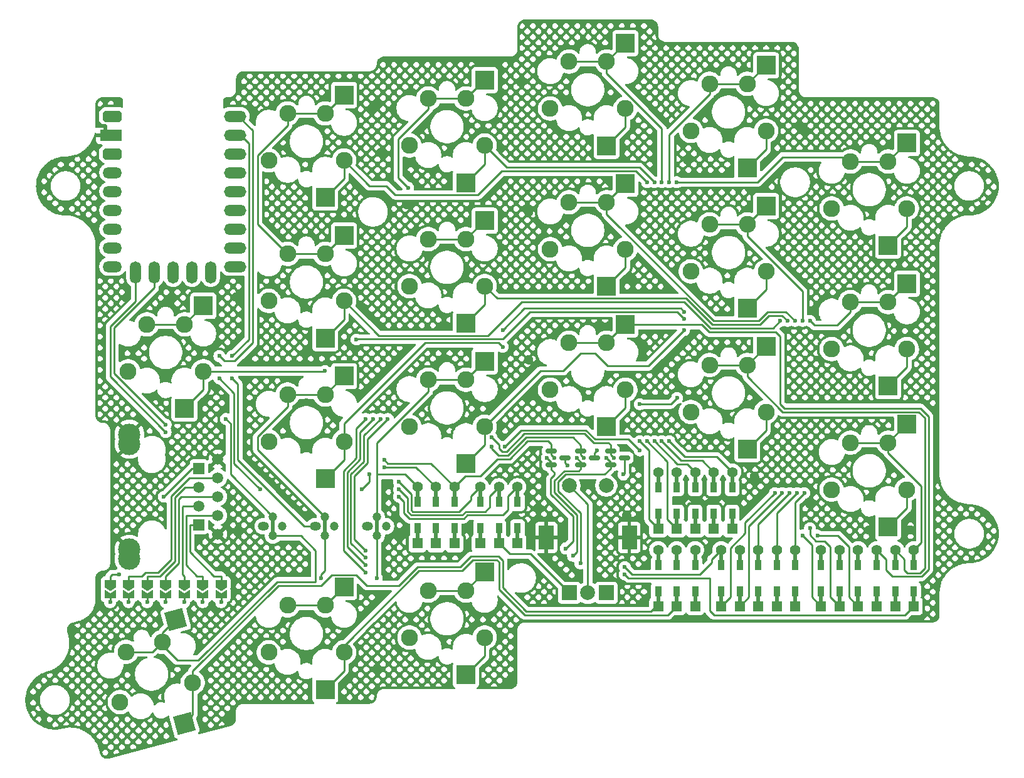
<source format=gbr>
%TF.GenerationSoftware,KiCad,Pcbnew,9.0.4*%
%TF.CreationDate,2025-10-31T22:45:30+09:00*%
%TF.ProjectId,KeeNoard-SMD,4b65654e-6f61-4726-942d-534d442e6b69,rev?*%
%TF.SameCoordinates,Original*%
%TF.FileFunction,Copper,L1,Top*%
%TF.FilePolarity,Positive*%
%FSLAX46Y46*%
G04 Gerber Fmt 4.6, Leading zero omitted, Abs format (unit mm)*
G04 Created by KiCad (PCBNEW 9.0.4) date 2025-10-31 22:45:30*
%MOMM*%
%LPD*%
G01*
G04 APERTURE LIST*
G04 Aperture macros list*
%AMRoundRect*
0 Rectangle with rounded corners*
0 $1 Rounding radius*
0 $2 $3 $4 $5 $6 $7 $8 $9 X,Y pos of 4 corners*
0 Add a 4 corners polygon primitive as box body*
4,1,4,$2,$3,$4,$5,$6,$7,$8,$9,$2,$3,0*
0 Add four circle primitives for the rounded corners*
1,1,$1+$1,$2,$3*
1,1,$1+$1,$4,$5*
1,1,$1+$1,$6,$7*
1,1,$1+$1,$8,$9*
0 Add four rect primitives between the rounded corners*
20,1,$1+$1,$2,$3,$4,$5,0*
20,1,$1+$1,$4,$5,$6,$7,0*
20,1,$1+$1,$6,$7,$8,$9,0*
20,1,$1+$1,$8,$9,$2,$3,0*%
%AMRotRect*
0 Rectangle, with rotation*
0 The origin of the aperture is its center*
0 $1 length*
0 $2 width*
0 $3 Rotation angle, in degrees counterclockwise*
0 Add horizontal line*
21,1,$1,$2,0,0,$3*%
%AMOutline5P*
0 Free polygon, 5 corners , with rotation*
0 The origin of the aperture is its center*
0 number of corners: always 5*
0 $1 to $10 corner X, Y*
0 $11 Rotation angle, in degrees counterclockwise*
0 create outline with 5 corners*
4,1,5,$1,$2,$3,$4,$5,$6,$7,$8,$9,$10,$1,$2,$11*%
%AMOutline6P*
0 Free polygon, 6 corners , with rotation*
0 The origin of the aperture is its center*
0 number of corners: always 6*
0 $1 to $12 corner X, Y*
0 $13 Rotation angle, in degrees counterclockwise*
0 create outline with 6 corners*
4,1,6,$1,$2,$3,$4,$5,$6,$7,$8,$9,$10,$11,$12,$1,$2,$13*%
%AMOutline7P*
0 Free polygon, 7 corners , with rotation*
0 The origin of the aperture is its center*
0 number of corners: always 7*
0 $1 to $14 corner X, Y*
0 $15 Rotation angle, in degrees counterclockwise*
0 create outline with 7 corners*
4,1,7,$1,$2,$3,$4,$5,$6,$7,$8,$9,$10,$11,$12,$13,$14,$1,$2,$15*%
%AMOutline8P*
0 Free polygon, 8 corners , with rotation*
0 The origin of the aperture is its center*
0 number of corners: always 8*
0 $1 to $16 corner X, Y*
0 $17 Rotation angle, in degrees counterclockwise*
0 create outline with 8 corners*
4,1,8,$1,$2,$3,$4,$5,$6,$7,$8,$9,$10,$11,$12,$13,$14,$15,$16,$1,$2,$17*%
%AMFreePoly0*
4,1,6,1.000000,0.000000,0.500000,-0.750000,-0.500000,-0.750000,-0.500000,0.750000,0.500000,0.750000,1.000000,0.000000,1.000000,0.000000,$1*%
%AMFreePoly1*
4,1,6,0.500000,-0.750000,-0.650000,-0.750000,-0.150000,0.000000,-0.650000,0.750000,0.500000,0.750000,0.500000,-0.750000,0.500000,-0.750000,$1*%
G04 Aperture macros list end*
%TA.AperFunction,Conductor*%
%ADD10C,0.500000*%
%TD*%
%TA.AperFunction,ComponentPad*%
%ADD11R,1.397000X1.397000*%
%TD*%
%TA.AperFunction,SMDPad,CuDef*%
%ADD12R,0.500000X2.000000*%
%TD*%
%TA.AperFunction,SMDPad,CuDef*%
%ADD13R,0.940000X1.400000*%
%TD*%
%TA.AperFunction,ComponentPad*%
%ADD14C,1.397000*%
%TD*%
%TA.AperFunction,SMDPad,CuDef*%
%ADD15FreePoly0,270.000000*%
%TD*%
%TA.AperFunction,SMDPad,CuDef*%
%ADD16FreePoly1,270.000000*%
%TD*%
%TA.AperFunction,ComponentPad*%
%ADD17C,1.200000*%
%TD*%
%TA.AperFunction,ComponentPad*%
%ADD18O,1.500000X1.200000*%
%TD*%
%TA.AperFunction,ComponentPad*%
%ADD19R,2.000000X2.000000*%
%TD*%
%TA.AperFunction,ComponentPad*%
%ADD20C,2.000000*%
%TD*%
%TA.AperFunction,ComponentPad*%
%ADD21R,2.000000X3.200000*%
%TD*%
%TA.AperFunction,SMDPad,CuDef*%
%ADD22R,2.500000X2.550000*%
%TD*%
%TA.AperFunction,ComponentPad*%
%ADD23C,2.286000*%
%TD*%
%TA.AperFunction,ComponentPad*%
%ADD24O,3.000000X1.500000*%
%TD*%
%TA.AperFunction,ComponentPad*%
%ADD25O,1.500000X3.000000*%
%TD*%
%TA.AperFunction,ComponentPad*%
%ADD26O,2.600000X1.500000*%
%TD*%
%TA.AperFunction,ComponentPad*%
%ADD27Outline8P,-1.300000X0.450000X-1.000000X0.750000X1.000000X0.750000X1.300000X0.450000X1.300000X-0.450000X1.000000X-0.750000X-1.000000X-0.750000X-1.300000X-0.450000X0.000000*%
%TD*%
%TA.AperFunction,ComponentPad*%
%ADD28R,3.000000X1.500000*%
%TD*%
%TA.AperFunction,SMDPad,CuDef*%
%ADD29RoundRect,0.150000X-0.587500X-0.150000X0.587500X-0.150000X0.587500X0.150000X-0.587500X0.150000X0*%
%TD*%
%TA.AperFunction,ComponentPad*%
%ADD30R,1.500000X1.500000*%
%TD*%
%TA.AperFunction,ComponentPad*%
%ADD31C,1.500000*%
%TD*%
%TA.AperFunction,ComponentPad*%
%ADD32C,3.000000*%
%TD*%
%TA.AperFunction,SMDPad,CuDef*%
%ADD33RotRect,2.550000X2.500000X285.000000*%
%TD*%
%TA.AperFunction,ViaPad*%
%ADD34C,0.600000*%
%TD*%
%TA.AperFunction,Conductor*%
%ADD35C,0.250000*%
%TD*%
G04 APERTURE END LIST*
D10*
%TO.N,GND*%
X37400000Y-38600000D02*
X37400000Y-37350000D01*
X37400000Y-37350000D02*
X36375000Y-37350000D01*
%TD*%
D11*
%TO.P,D10,1,K*%
%TO.N,Net-(D10-K)*%
X117000000Y-102309999D03*
D12*
X117000000Y-101250000D03*
D13*
X116999998Y-100274998D03*
%TO.P,D10,2,A*%
%TO.N,ROW 4*%
X117000002Y-96725002D03*
D12*
X117000000Y-95750000D03*
D14*
X117000000Y-94690001D03*
%TD*%
D15*
%TO.P,JP1,1,A*%
%TO.N,COL RECV 1*%
X38000000Y-99275000D03*
D16*
%TO.P,JP1,2,B*%
%TO.N,COL 1*%
X38000000Y-100725000D03*
%TD*%
D11*
%TO.P,D+2,1,K*%
%TO.N,COL 2*%
X81999998Y-93809999D03*
D12*
X81999998Y-92750000D03*
D13*
X82000000Y-91774998D03*
%TO.P,D+2,2,A*%
%TO.N,COL 2 RX*%
X81999996Y-88225002D03*
D12*
X81999998Y-87250000D03*
D14*
X81999998Y-86190001D03*
%TD*%
D11*
%TO.P,D11,1,K*%
%TO.N,ROW 1*%
X117000000Y-91809999D03*
D12*
X117000000Y-90750000D03*
D13*
X116999998Y-89774998D03*
%TO.P,D11,2,A*%
%TO.N,Net-(D11-A)*%
X117000002Y-86225002D03*
D12*
X117000000Y-85250000D03*
D14*
X117000000Y-84190001D03*
%TD*%
D17*
%TO.P,Q1,1,C*%
%TO.N,COL 1 TX*%
X61270000Y-91500000D03*
%TO.P,Q1,2,B*%
%TO.N,COL 1 RX*%
X60000000Y-90230000D03*
D12*
X60000000Y-91500000D03*
D17*
X60000000Y-92770000D03*
D18*
%TO.P,Q1,3,E*%
%TO.N,COL 1*%
X58730000Y-91500000D03*
%TD*%
D19*
%TO.P,SW20,A,A*%
%TO.N,Net-(D++2-K)*%
X100000000Y-100500000D03*
%TO.P,SW20,B,B*%
%TO.N,Net-(D++3-K)*%
X105000000Y-100500000D03*
D20*
%TO.P,SW20,C,C*%
%TO.N,ROW 4*%
X102500000Y-100500000D03*
X102500000Y-100500000D03*
D21*
%TO.P,SW20,MP*%
%TO.N,GND*%
X96900000Y-93000000D03*
X108100000Y-93000000D03*
D20*
%TO.P,SW20,S1,S1*%
%TO.N,Net-(D++1-K)*%
X105000000Y-86000000D03*
%TO.P,SW20,S2,S2*%
%TO.N,ROW 4*%
X100000000Y-86000000D03*
%TD*%
D22*
%TO.P,SW6,1,1*%
%TO.N,COL 2 RX*%
X69580000Y-99710000D03*
D23*
X67040000Y-102190000D03*
X61960000Y-102190000D03*
%TO.P,SW6,2,2*%
%TO.N,Net-(D6-K)*%
X69580000Y-108540000D03*
X59420000Y-108540000D03*
D22*
X67040000Y-113560000D03*
%TD*%
D17*
%TO.P,Q2,1,C*%
%TO.N,COL 2 TX*%
X68270000Y-91500000D03*
%TO.P,Q2,2,B*%
%TO.N,COL 2 RX*%
X67000000Y-90230000D03*
D12*
X67000000Y-91500000D03*
D17*
X67000000Y-92770000D03*
D18*
%TO.P,Q2,3,E*%
%TO.N,COL 2*%
X65730000Y-91500000D03*
%TD*%
D22*
%TO.P,SW3,1,1*%
%TO.N,COL 2 RX*%
X69580000Y-33210000D03*
D23*
X67040000Y-35690000D03*
X61960000Y-35690000D03*
%TO.P,SW3,2,2*%
%TO.N,Net-(D3-K)*%
X69580000Y-42040000D03*
X59420000Y-42040000D03*
D22*
X67040000Y-47060000D03*
%TD*%
D11*
%TO.P,D13,1,K*%
%TO.N,ROW 3*%
X141499996Y-102309996D03*
D12*
X141499996Y-101249997D03*
D13*
X141499994Y-100274995D03*
%TO.P,D13,2,A*%
%TO.N,Net-(D13-A)*%
X141499998Y-96724999D03*
D12*
X141499996Y-95749997D03*
D14*
X141499996Y-94689998D03*
%TD*%
D22*
%TO.P,SW4,1,1*%
%TO.N,COL 2 RX*%
X69580000Y-52210000D03*
D23*
X67040000Y-54690000D03*
X61960000Y-54690000D03*
%TO.P,SW4,2,2*%
%TO.N,Net-(D4-K)*%
X69580000Y-61040000D03*
X59420000Y-61040000D03*
D22*
X67040000Y-66060000D03*
%TD*%
D11*
%TO.P,D14,1,K*%
%TO.N,ROW 1*%
X119499997Y-91810004D03*
D12*
X119499997Y-90750005D03*
D13*
X119499995Y-89775003D03*
%TO.P,D14,2,A*%
%TO.N,Net-(D14-A)*%
X119499999Y-86225007D03*
D12*
X119499997Y-85250005D03*
D14*
X119499997Y-84190006D03*
%TD*%
D22*
%TO.P,SW13,1,1*%
%TO.N,Net-(D13-A)*%
X107580000Y-64210000D03*
D23*
X105040000Y-66690000D03*
X99960000Y-66690000D03*
%TO.P,SW13,2,2*%
%TO.N,COL 1 TX*%
X107580000Y-73040000D03*
X97420000Y-73040000D03*
D22*
X105040000Y-78060000D03*
%TD*%
D15*
%TO.P,JP6,1,A*%
%TO.N,COL SEND 2*%
X50500000Y-99275000D03*
D16*
%TO.P,JP6,2,B*%
%TO.N,ROW 3*%
X50500000Y-100725000D03*
%TD*%
D11*
%TO.P,D8,1,K*%
%TO.N,Net-(D8-K)*%
X123000000Y-102309999D03*
D12*
X123000000Y-101250000D03*
D13*
X122999998Y-100274998D03*
%TO.P,D8,2,A*%
%TO.N,ROW 2*%
X123000002Y-96725002D03*
D12*
X123000000Y-95750000D03*
D14*
X123000000Y-94690001D03*
%TD*%
D24*
%TO.P,U1,0,0*%
%TO.N,COL 1*%
X54870000Y-36090000D03*
%TO.P,U1,1,1*%
%TO.N,COL 2*%
X54870000Y-38630000D03*
%TO.P,U1,2,2*%
%TO.N,COL 3*%
X54870000Y-41170000D03*
%TO.P,U1,3,3*%
%TO.N,ROW 1*%
X54870000Y-43710000D03*
%TO.P,U1,4,4*%
%TO.N,ROW 2*%
X54870000Y-46250000D03*
%TO.P,U1,5,5*%
%TO.N,ROW 3*%
X54870000Y-48790000D03*
%TO.P,U1,6,6*%
%TO.N,ROW 4*%
X54870000Y-51330000D03*
%TO.P,U1,7,7*%
%TO.N,COL SEND 1*%
X54870000Y-53870000D03*
%TO.P,U1,8,8*%
%TO.N,COL SEND 2*%
X54870000Y-56410000D03*
D25*
%TO.P,U1,9,9*%
%TO.N,COL SEND 3*%
X51580000Y-57160000D03*
%TO.P,U1,10,10*%
%TO.N,ROW RECV 1*%
X49040000Y-57160000D03*
%TO.P,U1,11,11*%
%TO.N,COL RECV 3*%
X46500000Y-57160000D03*
%TO.P,U1,12,12*%
%TO.N,COL RECV 2*%
X43960000Y-57160000D03*
%TO.P,U1,13,13*%
%TO.N,COL RECV 1*%
X41420000Y-57160000D03*
D26*
%TO.P,U1,14,14*%
%TO.N,unconnected-(U1-Pad14)*%
X38330000Y-56410000D03*
%TO.P,U1,15,15*%
%TO.N,unconnected-(U1-Pad15)*%
X38330000Y-53870000D03*
%TO.P,U1,26,26*%
%TO.N,unconnected-(U1-Pad26)*%
X38330000Y-51330000D03*
%TO.P,U1,27,27*%
%TO.N,unconnected-(U1-Pad27)*%
X38330000Y-48790000D03*
%TO.P,U1,28,28*%
%TO.N,unconnected-(U1-Pad28)*%
X38330000Y-46250000D03*
%TO.P,U1,29,29*%
%TO.N,unconnected-(U1-Pad29)*%
X38330000Y-43710000D03*
D27*
%TO.P,U1,30,3V3*%
%TO.N,unconnected-(U1-3V3-Pad30)*%
X38330000Y-41170000D03*
D28*
%TO.P,U1,31,GND*%
%TO.N,GND*%
X38130000Y-38630000D03*
D27*
%TO.P,U1,32,5V*%
%TO.N,unconnected-(U1-5V-Pad32)*%
X38330000Y-36090000D03*
%TD*%
D22*
%TO.P,SW5,1,1*%
%TO.N,COL 2 RX*%
X69580000Y-71210000D03*
D23*
X67040000Y-73690000D03*
X61960000Y-73690000D03*
%TO.P,SW5,2,2*%
%TO.N,Net-(D5-K)*%
X69580000Y-80040000D03*
X59420000Y-80040000D03*
D22*
X67040000Y-85060000D03*
%TD*%
D11*
%TO.P,D3,1,K*%
%TO.N,Net-(D3-K)*%
X112000001Y-91810002D03*
D12*
X112000001Y-90750003D03*
D13*
X111999999Y-89775001D03*
%TO.P,D3,2,A*%
%TO.N,ROW 1*%
X112000003Y-86225005D03*
D12*
X112000001Y-85250003D03*
D14*
X112000001Y-84190004D03*
%TD*%
D11*
%TO.P,D4,1,K*%
%TO.N,Net-(D4-K)*%
X120500000Y-102309999D03*
D12*
X120500000Y-101250000D03*
D13*
X120499998Y-100274998D03*
%TO.P,D4,2,A*%
%TO.N,ROW 2*%
X120500002Y-96725002D03*
D12*
X120500000Y-95750000D03*
D14*
X120500000Y-94690001D03*
%TD*%
D11*
%TO.P,D+3,1,K*%
%TO.N,COL 3*%
X79499996Y-93809999D03*
D12*
X79499996Y-92750000D03*
D13*
X79499998Y-91774998D03*
%TO.P,D+3,2,A*%
%TO.N,COL 3 RX*%
X79499994Y-88225002D03*
D12*
X79499996Y-87250000D03*
D14*
X79499996Y-86190001D03*
%TD*%
D22*
%TO.P,SW12,1,1*%
%TO.N,Net-(D12-A)*%
X107580000Y-45210000D03*
D23*
X105040000Y-47690000D03*
X99960000Y-47690000D03*
%TO.P,SW12,2,2*%
%TO.N,COL 1 TX*%
X107580000Y-54040000D03*
X97420000Y-54040000D03*
D22*
X105040000Y-59060000D03*
%TD*%
%TO.P,SW15,1,1*%
%TO.N,Net-(D15-A)*%
X126580000Y-48210000D03*
D23*
X124040000Y-50690000D03*
X118960000Y-50690000D03*
%TO.P,SW15,2,2*%
%TO.N,COL 2 TX*%
X126580000Y-57040000D03*
X116420000Y-57040000D03*
D22*
X124040000Y-62060000D03*
%TD*%
%TO.P,SW10,1,1*%
%TO.N,COL 3 RX*%
X88580000Y-97710000D03*
D23*
X86040000Y-100190000D03*
X80960000Y-100190000D03*
%TO.P,SW10,2,2*%
%TO.N,Net-(D10-K)*%
X88580000Y-106540000D03*
X78420000Y-106540000D03*
D22*
X86040000Y-111560000D03*
%TD*%
%TO.P,SW19,1,1*%
%TO.N,Net-(D19-A)*%
X145580000Y-77710000D03*
D23*
X143040000Y-80190000D03*
X137960000Y-80190000D03*
%TO.P,SW19,2,2*%
%TO.N,COL 3 TX*%
X145580000Y-86540000D03*
X135420000Y-86540000D03*
D22*
X143040000Y-91560000D03*
%TD*%
D15*
%TO.P,JP5,1,A*%
%TO.N,COL SEND 3*%
X48000000Y-99275000D03*
D16*
%TO.P,JP5,2,B*%
%TO.N,ROW 2*%
X48000000Y-100725000D03*
%TD*%
D11*
%TO.P,D17,1,K*%
%TO.N,ROW 1*%
X121999998Y-91810003D03*
D12*
X121999998Y-90750004D03*
D13*
X121999996Y-89775002D03*
%TO.P,D17,2,A*%
%TO.N,Net-(D17-A)*%
X122000000Y-86225006D03*
D12*
X121999998Y-85250004D03*
D14*
X121999998Y-84190005D03*
%TD*%
D22*
%TO.P,SW8,1,1*%
%TO.N,COL 3 RX*%
X88580000Y-50210000D03*
D23*
X86040000Y-52690000D03*
X80960000Y-52690000D03*
%TO.P,SW8,2,2*%
%TO.N,Net-(D8-K)*%
X88580000Y-59040000D03*
X78420000Y-59040000D03*
D22*
X86040000Y-64060000D03*
%TD*%
D11*
%TO.P,D+1,1,K*%
%TO.N,COL 1*%
X84499997Y-93810001D03*
D12*
X84499997Y-92750002D03*
D13*
X84499999Y-91775000D03*
%TO.P,D+1,2,A*%
%TO.N,COL 1 RX*%
X84499995Y-88225004D03*
D12*
X84499997Y-87250002D03*
D14*
X84499997Y-86190003D03*
%TD*%
D22*
%TO.P,SW11,1,1*%
%TO.N,Net-(D11-A)*%
X107580000Y-26210000D03*
D23*
X105040000Y-28690000D03*
X99960000Y-28690000D03*
%TO.P,SW11,2,2*%
%TO.N,COL 1 TX*%
X107580000Y-35040000D03*
X97420000Y-35040000D03*
D22*
X105040000Y-40060000D03*
%TD*%
D29*
%TO.P,Q3,1,C*%
%TO.N,COL 3 TX*%
X107437500Y-82250000D03*
X107437500Y-82250000D03*
%TO.P,Q3,2,B*%
%TO.N,COL 3 RX*%
X105562500Y-81300000D03*
X105562500Y-81300000D03*
%TO.P,Q3,3,E*%
%TO.N,COL 3*%
X105562500Y-83200000D03*
X105562500Y-83200000D03*
%TD*%
D30*
%TO.P,J2_RECV1,1*%
%TO.N,COL RECV 1*%
X50000000Y-83690000D03*
D31*
%TO.P,J2_RECV1,2*%
%TO.N,COL RECV 2*%
X52540000Y-84960000D03*
%TO.P,J2_RECV1,3*%
%TO.N,COL RECV 3*%
X50000000Y-86230000D03*
%TO.P,J2_RECV1,4*%
%TO.N,ROW RECV 1*%
X52540000Y-87500000D03*
%TO.P,J2_RECV1,5*%
%TO.N,COL SEND 3*%
X50000000Y-88770000D03*
%TO.P,J2_RECV1,6*%
%TO.N,COL SEND 2*%
X52540000Y-90040000D03*
D30*
%TO.P,J2_RECV1,7*%
%TO.N,COL SEND 1*%
X50000000Y-91310000D03*
D31*
%TO.P,J2_RECV1,8*%
%TO.N,GND*%
X52540000Y-82420000D03*
X52540000Y-92580000D03*
D32*
%TO.P,J2_RECV1,SH*%
X40600000Y-79095000D03*
X40600000Y-80365000D03*
X40600000Y-94635000D03*
X40600000Y-95905000D03*
%TD*%
D11*
%TO.P,D6,1,K*%
%TO.N,Net-(D6-K)*%
X114500000Y-102309999D03*
D12*
X114500000Y-101250000D03*
D13*
X114499998Y-100274998D03*
%TO.P,D6,2,A*%
%TO.N,ROW 4*%
X114500002Y-96725002D03*
D12*
X114500000Y-95750000D03*
D14*
X114500000Y-94690001D03*
%TD*%
D15*
%TO.P,JP7,1,A*%
%TO.N,COL SEND 1*%
X53000000Y-99275000D03*
D16*
%TO.P,JP7,2,B*%
%TO.N,ROW 4*%
X53000000Y-100725000D03*
%TD*%
D29*
%TO.P,Q2,1,C*%
%TO.N,COL 2 TX*%
X103437500Y-82250000D03*
X103437500Y-82250000D03*
%TO.P,Q2,2,B*%
%TO.N,COL 2 RX*%
X101562500Y-81300000D03*
X101562500Y-81300000D03*
%TO.P,Q2,3,E*%
%TO.N,COL 2*%
X101562500Y-83200000D03*
X101562500Y-83200000D03*
%TD*%
D15*
%TO.P,JP4,1,A*%
%TO.N,ROW RECV 1*%
X45500000Y-99275000D03*
D16*
%TO.P,JP4,2,B*%
%TO.N,ROW 1*%
X45500000Y-100725000D03*
%TD*%
D22*
%TO.P,SW16,1,1*%
%TO.N,Net-(D16-A)*%
X126580000Y-67210000D03*
D23*
X124040000Y-69690000D03*
X118960000Y-69690000D03*
%TO.P,SW16,2,2*%
%TO.N,COL 2 TX*%
X126580000Y-76040000D03*
X116420000Y-76040000D03*
D22*
X124040000Y-81060000D03*
%TD*%
%TO.P,SW9,1,1*%
%TO.N,COL 3 RX*%
X88580000Y-69210000D03*
D23*
X86040000Y-71690000D03*
X80960000Y-71690000D03*
%TO.P,SW9,2,2*%
%TO.N,Net-(D9-K)*%
X88580000Y-78040000D03*
X78420000Y-78040000D03*
D22*
X86040000Y-83060000D03*
%TD*%
D11*
%TO.P,D7,1,K*%
%TO.N,Net-(D7-K)*%
X114500001Y-91810002D03*
D12*
X114500001Y-90750003D03*
D13*
X114499999Y-89775001D03*
%TO.P,D7,2,A*%
%TO.N,ROW 1*%
X114500003Y-86225005D03*
D12*
X114500001Y-85250003D03*
D14*
X114500001Y-84190004D03*
%TD*%
D22*
%TO.P,SW17,1,1*%
%TO.N,Net-(D17-A)*%
X145580000Y-39710000D03*
D23*
X143040000Y-42190000D03*
X137960000Y-42190000D03*
%TO.P,SW17,2,2*%
%TO.N,COL 3 TX*%
X145580000Y-48540000D03*
X135420000Y-48540000D03*
D22*
X143040000Y-53560000D03*
%TD*%
D11*
%TO.P,D16,1,K*%
%TO.N,ROW 3*%
X143999995Y-102310000D03*
D12*
X143999995Y-101250001D03*
D13*
X143999993Y-100274999D03*
%TO.P,D16,2,A*%
%TO.N,Net-(D16-A)*%
X143999997Y-96725003D03*
D12*
X143999995Y-95750001D03*
D14*
X143999995Y-94690002D03*
%TD*%
D22*
%TO.P,SW1,1,1*%
%TO.N,COL 1 RX*%
X50580000Y-61710000D03*
D23*
X48040000Y-64190000D03*
X42960000Y-64190000D03*
%TO.P,SW1,2,2*%
%TO.N,Net-(D1-K)*%
X50580000Y-70540000D03*
X40420000Y-70540000D03*
D22*
X48040000Y-75560000D03*
%TD*%
D11*
%TO.P,D19,1,K*%
%TO.N,ROW 3*%
X146499998Y-102309997D03*
D12*
X146499998Y-101249998D03*
D13*
X146499996Y-100274996D03*
%TO.P,D19,2,A*%
%TO.N,Net-(D19-A)*%
X146500000Y-96725000D03*
D12*
X146499998Y-95749998D03*
D14*
X146499998Y-94689999D03*
%TD*%
D11*
%TO.P,D9,1,K*%
%TO.N,Net-(D9-K)*%
X138999999Y-102309999D03*
D12*
X138999999Y-101250000D03*
D13*
X138999997Y-100274998D03*
%TO.P,D9,2,A*%
%TO.N,ROW 3*%
X139000001Y-96725002D03*
D12*
X138999999Y-95750000D03*
D14*
X138999999Y-94690001D03*
%TD*%
D22*
%TO.P,SW7,1,1*%
%TO.N,COL 3 RX*%
X88580000Y-31210000D03*
D23*
X86040000Y-33690000D03*
X80960000Y-33690000D03*
%TO.P,SW7,2,2*%
%TO.N,Net-(D7-K)*%
X88580000Y-40040000D03*
X78420000Y-40040000D03*
D22*
X86040000Y-45060000D03*
%TD*%
D17*
%TO.P,Q3,1,C*%
%TO.N,COL 3 TX*%
X75270000Y-91500000D03*
%TO.P,Q3,2,B*%
%TO.N,COL 3 RX*%
X74000000Y-90230000D03*
D12*
X74000000Y-91500000D03*
D17*
X74000000Y-92770000D03*
D18*
%TO.P,Q3,3,E*%
%TO.N,COL 3*%
X72730000Y-91500000D03*
%TD*%
D11*
%TO.P,D5,1,K*%
%TO.N,Net-(D5-K)*%
X136500000Y-102310002D03*
D12*
X136500000Y-101250003D03*
D13*
X136499998Y-100275001D03*
%TO.P,D5,2,A*%
%TO.N,ROW 3*%
X136500002Y-96725005D03*
D12*
X136500000Y-95750003D03*
D14*
X136500000Y-94690004D03*
%TD*%
D22*
%TO.P,SW18,1,1*%
%TO.N,Net-(D18-A)*%
X145580000Y-58710000D03*
D23*
X143040000Y-61190000D03*
X137960000Y-61190000D03*
%TO.P,SW18,2,2*%
%TO.N,COL 3 TX*%
X145580000Y-67540000D03*
X135420000Y-67540000D03*
D22*
X143040000Y-72560000D03*
%TD*%
D15*
%TO.P,JP2,1,A*%
%TO.N,COL RECV 2*%
X40500000Y-99275000D03*
D16*
%TO.P,JP2,2,B*%
%TO.N,COL 2*%
X40500000Y-100725000D03*
%TD*%
D33*
%TO.P,SW2,1,1*%
%TO.N,COL 1 RX*%
X46868602Y-104099119D03*
D23*
X45057022Y-107152015D03*
X40150119Y-108466816D03*
%TO.P,SW2,2,2*%
%TO.N,Net-(D2-K)*%
X49153975Y-112628244D03*
X39340168Y-115257845D03*
D33*
X47999795Y-118134592D03*
%TD*%
D22*
%TO.P,SW14,1,1*%
%TO.N,Net-(D14-A)*%
X126580000Y-29210000D03*
D23*
X124040000Y-31690000D03*
X118960000Y-31690000D03*
%TO.P,SW14,2,2*%
%TO.N,COL 2 TX*%
X126580000Y-38040000D03*
X116420000Y-38040000D03*
D22*
X124040000Y-43060000D03*
%TD*%
D15*
%TO.P,JP3,1,A*%
%TO.N,COL RECV 3*%
X43000000Y-99275000D03*
D16*
%TO.P,JP3,2,B*%
%TO.N,COL 3*%
X43000000Y-100725000D03*
%TD*%
D29*
%TO.P,Q1,1,C*%
%TO.N,COL 1 TX*%
X99437500Y-82250000D03*
X99437500Y-82250000D03*
%TO.P,Q1,2,B*%
%TO.N,COL 1 RX*%
X97562500Y-81300000D03*
X97562500Y-81300000D03*
%TO.P,Q1,3,E*%
%TO.N,COL 1*%
X97562500Y-83200000D03*
X97562500Y-83200000D03*
%TD*%
D11*
%TO.P,D1,1,K*%
%TO.N,Net-(D1-K)*%
X133999999Y-102309999D03*
D12*
X133999999Y-101250000D03*
D13*
X133999997Y-100274998D03*
%TO.P,D1,2,A*%
%TO.N,ROW 3*%
X134000001Y-96725002D03*
D12*
X133999999Y-95750000D03*
D14*
X133999999Y-94690001D03*
%TD*%
D11*
%TO.P,D++1,1,K*%
%TO.N,Net-(D++1-K)*%
X88000002Y-93810002D03*
D12*
X88000002Y-92750003D03*
D13*
X88000000Y-91775001D03*
%TO.P,D++1,2,A*%
%TO.N,COL 1 TX*%
X88000004Y-88225005D03*
D12*
X88000002Y-87250003D03*
D14*
X88000002Y-86190004D03*
%TD*%
D11*
%TO.P,D15,1,K*%
%TO.N,ROW 2*%
X127999999Y-102309999D03*
D12*
X127999999Y-101250000D03*
D13*
X127999997Y-100274998D03*
%TO.P,D15,2,A*%
%TO.N,Net-(D15-A)*%
X128000001Y-96725002D03*
D12*
X127999999Y-95750000D03*
D14*
X127999999Y-94690001D03*
%TD*%
D11*
%TO.P,D12,1,K*%
%TO.N,ROW 2*%
X125500000Y-102309995D03*
D12*
X125500000Y-101249996D03*
D13*
X125499998Y-100274994D03*
%TO.P,D12,2,A*%
%TO.N,Net-(D12-A)*%
X125500002Y-96724998D03*
D12*
X125500000Y-95749996D03*
D14*
X125500000Y-94689997D03*
%TD*%
D11*
%TO.P,D++2,1,K*%
%TO.N,Net-(D++2-K)*%
X90500000Y-93809998D03*
D12*
X90500000Y-92749999D03*
D13*
X90499998Y-91774997D03*
%TO.P,D++2,2,A*%
%TO.N,COL 2 TX*%
X90500002Y-88225001D03*
D12*
X90500000Y-87249999D03*
D14*
X90500000Y-86190000D03*
%TD*%
D11*
%TO.P,D18,1,K*%
%TO.N,ROW 2*%
X130499999Y-102309995D03*
D12*
X130499999Y-101249996D03*
D13*
X130499997Y-100274994D03*
%TO.P,D18,2,A*%
%TO.N,Net-(D18-A)*%
X130500001Y-96724998D03*
D12*
X130499999Y-95749996D03*
D14*
X130499999Y-94689997D03*
%TD*%
D11*
%TO.P,D++3,1,K*%
%TO.N,Net-(D++3-K)*%
X93000004Y-93810000D03*
D12*
X93000004Y-92750001D03*
D13*
X93000002Y-91774999D03*
%TO.P,D++3,2,A*%
%TO.N,COL 3 TX*%
X93000006Y-88225003D03*
D12*
X93000004Y-87250001D03*
D14*
X93000004Y-86190002D03*
%TD*%
D11*
%TO.P,D2,1,K*%
%TO.N,Net-(D2-K)*%
X112000000Y-102309999D03*
D12*
X112000000Y-101250000D03*
D13*
X111999998Y-100274998D03*
%TO.P,D2,2,A*%
%TO.N,ROW 4*%
X112000002Y-96725002D03*
D12*
X112000000Y-95750000D03*
D14*
X112000000Y-94690001D03*
%TD*%
D34*
%TO.N,COL 1 TX*%
X77000000Y-85500000D03*
X99750000Y-83250000D03*
%TO.N,COL 2 TX*%
X114544001Y-74164002D03*
X77000000Y-86500000D03*
X103750000Y-81250000D03*
X109500000Y-75000000D03*
%TO.N,COL 3 TX*%
X107301000Y-84500000D03*
X77000000Y-87500000D03*
%TO.N,COL 1 RX*%
X98000000Y-82250000D03*
X53626000Y-77000000D03*
X75000000Y-82500000D03*
%TO.N,COL 1*%
X52750000Y-68500000D03*
X52750000Y-71500000D03*
X38000000Y-101750000D03*
X97000000Y-82250000D03*
X58250000Y-86500000D03*
X99500000Y-94500000D03*
%TO.N,COL 2*%
X54500000Y-71500000D03*
X101000000Y-82250000D03*
X54500000Y-68500000D03*
X100500000Y-95500000D03*
X40500000Y-101750000D03*
%TO.N,COL 2 RX*%
X102000000Y-82250000D03*
X89500000Y-80750000D03*
X73000000Y-84500000D03*
X72000000Y-86500000D03*
X75000000Y-83500000D03*
X66500000Y-98500000D03*
%TO.N,COL 3*%
X43000000Y-101750000D03*
X105000000Y-82250000D03*
X101500000Y-96500000D03*
%TO.N,COL 3 RX*%
X74000000Y-98500000D03*
X106000000Y-82250000D03*
X78250000Y-45750000D03*
X89500000Y-79500000D03*
%TO.N,Net-(D1-K)*%
X131500000Y-92750000D03*
X71256500Y-66256500D03*
X67006500Y-70506500D03*
X115500000Y-63500000D03*
%TO.N,Net-(D3-K)*%
X110500000Y-45000000D03*
X109500000Y-80000000D03*
%TO.N,Net-(D4-K)*%
X127750000Y-87000000D03*
X128500000Y-63750000D03*
%TO.N,Net-(D5-K)*%
X91000000Y-65000000D03*
X115500000Y-62500000D03*
X91000000Y-67250000D03*
X132500000Y-91750000D03*
%TO.N,Net-(D7-K)*%
X111500000Y-45000000D03*
X110500000Y-80000000D03*
%TO.N,Net-(D8-K)*%
X129500000Y-63750000D03*
X128750000Y-87000000D03*
%TO.N,Net-(D9-K)*%
X133500000Y-92750000D03*
X115500000Y-65000000D03*
%TO.N,Net-(D11-A)*%
X111500000Y-80000000D03*
X112500000Y-45000000D03*
%TO.N,ROW 1*%
X72500000Y-94750000D03*
X45500000Y-101750000D03*
X91250000Y-80750000D03*
X75500000Y-77000000D03*
X109500000Y-81250000D03*
%TO.N,ROW 2*%
X74500000Y-77000000D03*
X72500000Y-95750000D03*
X48000000Y-101750000D03*
X107500000Y-97000000D03*
%TO.N,Net-(D12-A)*%
X130500000Y-63750000D03*
X129750000Y-87000000D03*
%TO.N,ROW 3*%
X107500000Y-98000000D03*
X73500000Y-77000000D03*
X50500000Y-101750000D03*
X72500000Y-96750000D03*
%TO.N,Net-(D14-A)*%
X113500000Y-45000000D03*
X112500000Y-80000000D03*
%TO.N,Net-(D15-A)*%
X130750000Y-87000000D03*
X131500000Y-63750000D03*
%TO.N,Net-(D17-A)*%
X114500000Y-45000000D03*
X113500000Y-80000000D03*
%TO.N,Net-(D18-A)*%
X131750000Y-87000000D03*
X132500000Y-63750000D03*
%TO.N,ROW 4*%
X53000000Y-101750000D03*
X72500000Y-77000000D03*
X72500000Y-97750000D03*
%TO.N,COL RECV 2*%
X45500000Y-77750000D03*
%TO.N,COL RECV 1*%
X39250000Y-98000000D03*
X45500000Y-78750000D03*
X45250000Y-87500000D03*
%TO.N,GND*%
X103500000Y-96500000D03*
X78000000Y-44000000D03*
X63000000Y-71500000D03*
X46000000Y-61000000D03*
X64500000Y-74500000D03*
X74500000Y-41000000D03*
X110000000Y-67000000D03*
X94500000Y-49000000D03*
X93500000Y-31500000D03*
X110000000Y-101750000D03*
X146000000Y-92000000D03*
X94500000Y-69000000D03*
X33000000Y-105500000D03*
X108500000Y-58000000D03*
X83500000Y-64500000D03*
X104000000Y-64500000D03*
X83500000Y-69000000D03*
X132500000Y-88500000D03*
X95750000Y-89000000D03*
X107750000Y-90000000D03*
X73750000Y-34750000D03*
X78000000Y-48000000D03*
X74000000Y-110750000D03*
X99250000Y-91500000D03*
X131500000Y-37750000D03*
X94500000Y-73500000D03*
X92000000Y-112500000D03*
X116000000Y-42000000D03*
X140500000Y-92000000D03*
X109500000Y-83500000D03*
X55000000Y-60500000D03*
X72250000Y-62000000D03*
X54000000Y-117500000D03*
X64500000Y-68000000D03*
X77500000Y-92500000D03*
X125000000Y-84750000D03*
X55250000Y-92250000D03*
%TD*%
D35*
%TO.N,COL 1 TX*%
X99437500Y-82250000D02*
X99437500Y-82937500D01*
X107579999Y-37520001D02*
X107579999Y-35040002D01*
X78653994Y-87153994D02*
X78653994Y-89301002D01*
X99437500Y-82937500D02*
X99750000Y-83250000D01*
X105040000Y-59060000D02*
X107579999Y-56520001D01*
X105040000Y-40060000D02*
X107579999Y-37520001D01*
X78653994Y-89301002D02*
X78852992Y-89500000D01*
X105040000Y-78060000D02*
X107579999Y-75520001D01*
X77000000Y-85500000D02*
X78653994Y-87153994D01*
X107579999Y-75520001D02*
X107579999Y-73040002D01*
X86750000Y-87440006D02*
X88000002Y-86190004D01*
X107579999Y-56520001D02*
X107579999Y-54040002D01*
X85146999Y-89500000D02*
X86750000Y-87896999D01*
X78852992Y-89500000D02*
X85146999Y-89500000D01*
X86750000Y-87896999D02*
X86750000Y-87440006D01*
%TO.N,Net-(D++2-K)*%
X91940002Y-95250000D02*
X94750000Y-95250000D01*
X94750000Y-95250000D02*
X100000000Y-100500000D01*
X90500000Y-93809998D02*
X91940002Y-95250000D01*
%TO.N,COL 2 TX*%
X86000000Y-89500000D02*
X88647009Y-89500000D01*
X77000000Y-86500000D02*
X78152994Y-87652994D01*
X114544001Y-74164002D02*
X113708003Y-75000000D01*
X124040000Y-62060000D02*
X126579999Y-59520001D01*
X78152994Y-87652994D02*
X78152994Y-89508522D01*
X88647009Y-89500000D02*
X89250000Y-88897009D01*
X124040000Y-81060000D02*
X126579999Y-78520001D01*
X89250000Y-87440000D02*
X90500000Y-86190000D01*
X85500000Y-90000000D02*
X86000000Y-89500000D01*
X103437500Y-81562500D02*
X103750000Y-81250000D01*
X78152994Y-89508522D02*
X78644472Y-90000000D01*
X126579999Y-40520001D02*
X126579999Y-38040002D01*
X103437500Y-82250000D02*
X103437500Y-81562500D01*
X78644472Y-90000000D02*
X85500000Y-90000000D01*
X126579999Y-78520001D02*
X126579999Y-76040002D01*
X124040000Y-43060000D02*
X126579999Y-40520001D01*
X126579999Y-59520001D02*
X126579999Y-57040002D01*
X89250000Y-88897009D02*
X89250000Y-87440000D01*
X113708003Y-75000000D02*
X109500000Y-75000000D01*
%TO.N,COL 3 TX*%
X78435951Y-90500000D02*
X85750000Y-90500000D01*
X143040000Y-53560000D02*
X145579999Y-51020001D01*
X145579999Y-51020001D02*
X145579999Y-48540002D01*
X91750000Y-89250000D02*
X91750000Y-87440006D01*
X107301000Y-84500000D02*
X107437500Y-84363500D01*
X145579999Y-70020001D02*
X145579999Y-67540002D01*
X145579999Y-89020001D02*
X145579999Y-86540002D01*
X143040000Y-91560000D02*
X145579999Y-89020001D01*
X143040000Y-72560000D02*
X145579999Y-70020001D01*
X77651994Y-88151994D02*
X77651994Y-89716043D01*
X77000000Y-87500000D02*
X77651994Y-88151994D01*
X85750000Y-90500000D02*
X86250000Y-90000000D01*
X86250000Y-90000000D02*
X91000000Y-90000000D01*
X91000000Y-90000000D02*
X91750000Y-89250000D01*
X77651994Y-89716043D02*
X78435951Y-90500000D01*
X107437500Y-84363500D02*
X107437500Y-82250000D01*
X91750000Y-87440006D02*
X93000004Y-86190002D01*
%TO.N,COL 1 RX*%
X84499997Y-86190003D02*
X81308994Y-82999000D01*
X45057022Y-105910700D02*
X45057022Y-107152015D01*
X45057022Y-107592253D02*
X45057022Y-107152015D01*
X90263471Y-82428000D02*
X91945050Y-82428000D01*
X94371050Y-80002000D02*
X97127000Y-80002000D01*
X54250000Y-84480000D02*
X60000000Y-90230000D01*
X60518414Y-99000000D02*
X49921075Y-109597339D01*
X50519999Y-61710001D02*
X48040000Y-64190000D01*
X81308994Y-82999000D02*
X77250000Y-82999000D01*
X50579999Y-61710001D02*
X50519999Y-61710001D01*
X60000000Y-92770000D02*
X63770000Y-92770000D01*
X40150119Y-108466816D02*
X43742221Y-108466816D01*
X97562500Y-81300000D02*
X97562500Y-81812500D01*
X77250000Y-82999000D02*
X75499000Y-82999000D01*
X97127000Y-80002000D02*
X97562500Y-80437500D01*
X46868602Y-104099120D02*
X45057022Y-105910700D01*
X65750000Y-99000000D02*
X60518414Y-99000000D01*
X63770000Y-92770000D02*
X65750000Y-94750000D01*
X54250000Y-77624000D02*
X54250000Y-84480000D01*
X87980471Y-84711000D02*
X90263471Y-82428000D01*
X97562500Y-80437500D02*
X97562500Y-81300000D01*
X42960000Y-64190000D02*
X48040000Y-64190000D01*
X47062108Y-109597339D02*
X45057022Y-107592253D01*
X49921075Y-109597339D02*
X47062108Y-109597339D01*
X85979000Y-84711000D02*
X87980471Y-84711000D01*
X97562500Y-81812500D02*
X98000000Y-82250000D01*
X43742221Y-108466816D02*
X45057022Y-107152015D01*
X65750000Y-94750000D02*
X65750000Y-99000000D01*
X75499000Y-82999000D02*
X75000000Y-82500000D01*
X84499997Y-86190003D02*
X85979000Y-84711000D01*
X91945050Y-82428000D02*
X94371050Y-80002000D01*
X53626000Y-77000000D02*
X54250000Y-77624000D01*
%TO.N,COL 1*%
X54780009Y-69176000D02*
X53426000Y-69176000D01*
X97498000Y-87165040D02*
X100498000Y-90165040D01*
X54750000Y-83000000D02*
X54750000Y-73500000D01*
X57247000Y-37997000D02*
X57247000Y-66709009D01*
X58250000Y-86500000D02*
X54750000Y-83000000D01*
X97562500Y-83812500D02*
X98000000Y-84250000D01*
X100498000Y-93502000D02*
X99500000Y-94500000D01*
X98000000Y-84582959D02*
X97498000Y-85084959D01*
X100498000Y-90165040D02*
X100498000Y-93502000D01*
X98000000Y-84250000D02*
X98000000Y-84582959D01*
X97562500Y-83200000D02*
X97562500Y-82812500D01*
X55340000Y-36090000D02*
X57247000Y-37997000D01*
X54750000Y-73500000D02*
X52750000Y-71500000D01*
X97562500Y-82812500D02*
X97000000Y-82250000D01*
X57247000Y-66709009D02*
X54780009Y-69176000D01*
X97498000Y-85084959D02*
X97498000Y-87165040D01*
X53426000Y-69176000D02*
X52750000Y-68500000D01*
X54170000Y-36090000D02*
X55340000Y-36090000D01*
X97562500Y-83200000D02*
X97562500Y-83812500D01*
X38000000Y-100725000D02*
X38000000Y-101750000D01*
%TO.N,COL 2*%
X100999000Y-95001000D02*
X100500000Y-95500000D01*
X54170000Y-38630000D02*
X55630000Y-38630000D01*
X98000000Y-86250000D02*
X97999000Y-86251000D01*
X55250000Y-72250000D02*
X55250000Y-82543991D01*
X55630000Y-38630000D02*
X56746000Y-39746000D01*
X64206009Y-91500000D02*
X65730000Y-91500000D01*
X97999000Y-86251000D02*
X97999000Y-86957520D01*
X97999000Y-85292479D02*
X97999000Y-86957520D01*
X99292479Y-83999000D02*
X97999000Y-85292479D01*
X56746000Y-66254000D02*
X54500000Y-68500000D01*
X101562500Y-83200000D02*
X101562500Y-82812500D01*
X55250000Y-82543991D02*
X64206009Y-91500000D01*
X97999000Y-86957520D02*
X100999000Y-89957520D01*
X40500000Y-100725000D02*
X40500000Y-101750000D01*
X101562500Y-83200000D02*
X101562500Y-83687500D01*
X101251000Y-83999000D02*
X99292479Y-83999000D01*
X98000000Y-85291480D02*
X98000000Y-86250000D01*
X54500000Y-71500000D02*
X55250000Y-72250000D01*
X101562500Y-82812500D02*
X101000000Y-82250000D01*
X100999000Y-89957520D02*
X100999000Y-95001000D01*
X101562500Y-83687500D02*
X101251000Y-83999000D01*
X56746000Y-39746000D02*
X56746000Y-66254000D01*
%TO.N,COL 2 RX*%
X69579999Y-33210001D02*
X69519999Y-33210001D01*
X57901001Y-50651001D02*
X61940000Y-54690000D01*
X57901001Y-41365445D02*
X57901001Y-50651001D01*
X101562500Y-81812500D02*
X102000000Y-82250000D01*
X69579999Y-99710001D02*
X69519999Y-99710001D01*
X81999998Y-86190001D02*
X79309997Y-83500000D01*
X66500000Y-98000000D02*
X67000000Y-97500000D01*
X61960000Y-102190000D02*
X67040000Y-102190000D01*
X69579999Y-71210001D02*
X69519999Y-71210001D01*
X61960000Y-75351812D02*
X57901001Y-79410811D01*
X90470991Y-81927000D02*
X91737530Y-81927000D01*
X69579999Y-52210001D02*
X69519999Y-52210001D01*
X69519999Y-52210001D02*
X67040000Y-54690000D01*
X94163530Y-79501000D02*
X100501000Y-79501000D01*
X61960000Y-35690000D02*
X67040000Y-35690000D01*
X91737530Y-81927000D02*
X94163530Y-79501000D01*
X61960000Y-73690000D02*
X61960000Y-75351812D01*
X73000000Y-84500000D02*
X73000000Y-85500000D01*
X101562500Y-80562500D02*
X101562500Y-81300000D01*
X61940000Y-54690000D02*
X61960000Y-54690000D01*
X69519999Y-99710001D02*
X67040000Y-102190000D01*
X89500000Y-80956009D02*
X90470991Y-81927000D01*
X69519999Y-71210001D02*
X67040000Y-73690000D01*
X57901001Y-79410811D02*
X57901001Y-81131001D01*
X61960000Y-73690000D02*
X67040000Y-73690000D01*
X61960000Y-54690000D02*
X67040000Y-54690000D01*
X61960000Y-37306446D02*
X57901001Y-41365445D01*
X66500000Y-98500000D02*
X66500000Y-98000000D01*
X73000000Y-85500000D02*
X72000000Y-86500000D01*
X79309997Y-83500000D02*
X75000000Y-83500000D01*
X101562500Y-81300000D02*
X101562500Y-81812500D01*
X69519999Y-33210001D02*
X67040000Y-35690000D01*
X100501000Y-79501000D02*
X101562500Y-80562500D01*
X57901001Y-81131001D02*
X67000000Y-90230000D01*
X61960000Y-35690000D02*
X61960000Y-37306446D01*
X89500000Y-80750000D02*
X89500000Y-80956009D01*
X67000000Y-97500000D02*
X67000000Y-92770000D01*
%TO.N,COL 3*%
X105562500Y-83200000D02*
X105562500Y-82812500D01*
X105562500Y-83687500D02*
X105562500Y-83200000D01*
X104750000Y-84500000D02*
X105562500Y-83687500D01*
X105562500Y-82812500D02*
X105000000Y-82250000D01*
X43000000Y-100725000D02*
X43000000Y-101750000D01*
X98500000Y-85500000D02*
X99500000Y-84500000D01*
X98500000Y-86750000D02*
X98500000Y-85500000D01*
X101500000Y-89750000D02*
X98500000Y-86750000D01*
X101500000Y-96500000D02*
X101500000Y-89750000D01*
X99500000Y-84500000D02*
X104750000Y-84500000D01*
%TO.N,COL 3 RX*%
X80960000Y-71690000D02*
X86040000Y-71690000D01*
X88579999Y-69210001D02*
X88519999Y-69210001D01*
X105562500Y-81812500D02*
X106000000Y-82250000D01*
X88519999Y-69210001D02*
X86040000Y-71690000D01*
X93956009Y-79000000D02*
X102041479Y-79000000D01*
X76901001Y-39132063D02*
X80960000Y-35073064D01*
X88519999Y-31210001D02*
X86040000Y-33690000D01*
X88519999Y-97710001D02*
X86040000Y-100190000D01*
X80960000Y-33690000D02*
X86040000Y-33690000D01*
X80960000Y-100190000D02*
X86040000Y-100190000D01*
X80960000Y-71690000D02*
X80960000Y-73306446D01*
X90500000Y-80956009D02*
X90969991Y-81426000D01*
X90969991Y-81426000D02*
X91530009Y-81426000D01*
X90500000Y-80500000D02*
X90500000Y-80956009D01*
X74000000Y-80266446D02*
X74000000Y-84500000D01*
X105562500Y-81300000D02*
X105562500Y-81812500D01*
X88519999Y-50210001D02*
X86040000Y-52690000D01*
X102041479Y-79000000D02*
X103292480Y-80251000D01*
X103292480Y-80251000D02*
X105292479Y-80251000D01*
X78250000Y-45750000D02*
X76901001Y-44401001D01*
X88579999Y-31210001D02*
X88519999Y-31210001D01*
X80960000Y-52690000D02*
X86040000Y-52690000D01*
X88579999Y-50210001D02*
X88519999Y-50210001D01*
X74000000Y-84500000D02*
X74000000Y-90230000D01*
X88579999Y-97710001D02*
X88519999Y-97710001D01*
X74000000Y-84500000D02*
X77809995Y-84500000D01*
X76901001Y-44401001D02*
X76901001Y-39132063D01*
X105292479Y-80251000D02*
X105562500Y-80521021D01*
X105562500Y-80521021D02*
X105562500Y-81300000D01*
X80960000Y-35073064D02*
X80960000Y-33690000D01*
X77809995Y-84500000D02*
X79499996Y-86190001D01*
X91530009Y-81426000D02*
X93956009Y-79000000D01*
X80960000Y-73306446D02*
X74000000Y-80266446D01*
X74000000Y-92770000D02*
X74000000Y-98500000D01*
X89500000Y-79500000D02*
X90500000Y-80500000D01*
%TO.N,Net-(D1-K)*%
X114559001Y-62559001D02*
X94690999Y-62559001D01*
X48040000Y-75560000D02*
X50579999Y-73020001D01*
X94690999Y-62559001D02*
X91038000Y-66212000D01*
X50579999Y-70540002D02*
X66972998Y-70540002D01*
X66972998Y-70540002D02*
X67006500Y-70506500D01*
X115500000Y-63500000D02*
X114559001Y-62559001D01*
X50579999Y-73020001D02*
X50579999Y-70540002D01*
X71301000Y-66212000D02*
X71256500Y-66256500D01*
X132750000Y-101060000D02*
X133999999Y-102309999D01*
X131500000Y-92750000D02*
X132750000Y-94000000D01*
X132750000Y-94000000D02*
X132750000Y-101060000D01*
X91038000Y-66212000D02*
X71301000Y-66212000D01*
%TO.N,Net-(D2-K)*%
X85250000Y-96999000D02*
X86690999Y-95558001D01*
X66513000Y-99500000D02*
X67953999Y-98059001D01*
X49153975Y-116980412D02*
X49153975Y-111072959D01*
X77000002Y-99500000D02*
X79501000Y-96999000D01*
X49153975Y-111072959D02*
X60726934Y-99500000D01*
X86690999Y-95558001D02*
X90413519Y-95558001D01*
X91001000Y-99792480D02*
X94208520Y-103000000D01*
X79501000Y-96999000D02*
X85250000Y-96999000D01*
X90413519Y-95558001D02*
X91001000Y-96145482D01*
X94208520Y-103000000D02*
X111000000Y-103000000D01*
X91001000Y-96145482D02*
X91001000Y-99792480D01*
X71205999Y-98059001D02*
X72646998Y-99500000D01*
X47999795Y-118134592D02*
X49153975Y-116980412D01*
X72646998Y-99500000D02*
X77000002Y-99500000D01*
X111690001Y-102309999D02*
X112000000Y-102309999D01*
X111000000Y-103000000D02*
X111690001Y-102309999D01*
X67953999Y-98059001D02*
X71205999Y-98059001D01*
X60726934Y-99500000D02*
X66513000Y-99500000D01*
%TO.N,Net-(D3-K)*%
X75269001Y-45480001D02*
X76500000Y-46711000D01*
X90877000Y-43500000D02*
X87666000Y-46711000D01*
X69579999Y-44520001D02*
X69579999Y-42040002D01*
X110750000Y-81250000D02*
X110750000Y-90560001D01*
X110500000Y-45000000D02*
X109000000Y-43500000D01*
X109000000Y-43500000D02*
X90877000Y-43500000D01*
X87666000Y-46711000D02*
X76500000Y-46711000D01*
X73019999Y-45480001D02*
X69579999Y-42040002D01*
X67040000Y-47060000D02*
X69579999Y-44520001D01*
X110750000Y-90560001D02*
X112000001Y-91810002D01*
X109500000Y-80000000D02*
X110750000Y-81250000D01*
X73019999Y-45480001D02*
X75269001Y-45480001D01*
%TO.N,Net-(D4-K)*%
X74250997Y-65711000D02*
X89039000Y-65711000D01*
X89039000Y-65711000D02*
X93538000Y-61212000D01*
X121750000Y-94420428D02*
X123749000Y-92421428D01*
X69579999Y-61040002D02*
X74250997Y-65711000D01*
X123749000Y-91001000D02*
X127750000Y-87000000D01*
X93538000Y-61212000D02*
X115528514Y-61212000D01*
X67040000Y-66060000D02*
X69579999Y-63520001D01*
X121750000Y-100250000D02*
X121750000Y-94420428D01*
X121750000Y-101059999D02*
X121750000Y-100250000D01*
X127499000Y-64751000D02*
X128500000Y-63750000D01*
X69579999Y-63520001D02*
X69579999Y-61040002D01*
X120500000Y-102309999D02*
X121750000Y-101059999D01*
X119067514Y-64751000D02*
X127499000Y-64751000D01*
X123749000Y-92421428D02*
X123749000Y-91001000D01*
X115528514Y-61212000D02*
X119067514Y-64751000D01*
%TO.N,Net-(D5-K)*%
X69579999Y-82520001D02*
X69579999Y-80040002D01*
X71981500Y-75231500D02*
X75731500Y-71481500D01*
X135250000Y-101060002D02*
X136500000Y-102310002D01*
X67040000Y-85060000D02*
X69579999Y-82520001D01*
X134500000Y-93500000D02*
X135250000Y-94250000D01*
X132500000Y-91750000D02*
X132500000Y-92706009D01*
X90463000Y-66713000D02*
X91000000Y-67250000D01*
X132500000Y-92706009D02*
X133293991Y-93500000D01*
X135250000Y-94250000D02*
X135250000Y-101060002D01*
X115500000Y-62500000D02*
X115058001Y-62058001D01*
X133293991Y-93500000D02*
X134500000Y-93500000D01*
X75731500Y-71481500D02*
X80500000Y-66713000D01*
X115058001Y-62058001D02*
X93941999Y-62058001D01*
X69579999Y-77633001D02*
X71981500Y-75231500D01*
X80500000Y-66713000D02*
X87750000Y-66713000D01*
X93941999Y-62058001D02*
X91000000Y-65000000D01*
X87750000Y-66713000D02*
X90463000Y-66713000D01*
X69579999Y-80040002D02*
X69579999Y-77633001D01*
%TO.N,Net-(D6-K)*%
X86940999Y-96059001D02*
X90205999Y-96059001D01*
X79726934Y-97500000D02*
X85500000Y-97500000D01*
X69579999Y-107646935D02*
X79726934Y-97500000D01*
X85500000Y-97500000D02*
X86940999Y-96059001D01*
X69579999Y-111020001D02*
X69579999Y-107646935D01*
X67040000Y-113560000D02*
X69579999Y-111020001D01*
X94000000Y-103500000D02*
X113309999Y-103500000D01*
X90205999Y-96059001D02*
X90500000Y-96353002D01*
X90500000Y-96353002D02*
X90500000Y-100000000D01*
X113309999Y-103500000D02*
X114500000Y-102309999D01*
X90500000Y-100000000D02*
X94000000Y-103500000D01*
%TO.N,Net-(D7-K)*%
X86040000Y-45060000D02*
X88579999Y-42520001D01*
X88579999Y-40040002D02*
X91538997Y-42999000D01*
X113250000Y-82750000D02*
X113250000Y-90560001D01*
X88579999Y-42520001D02*
X88579999Y-40040002D01*
X109499000Y-42999000D02*
X111500000Y-45000000D01*
X110500000Y-80000000D02*
X113250000Y-82750000D01*
X113250000Y-90560001D02*
X114500001Y-91810002D01*
X91538997Y-42999000D02*
X109499000Y-42999000D01*
%TO.N,Net-(D8-K)*%
X123000000Y-102309999D02*
X124250000Y-101059999D01*
X126000000Y-64000000D02*
X126000000Y-63958521D01*
X124250000Y-91500000D02*
X128750000Y-87000000D01*
X88579999Y-61520001D02*
X88579999Y-59040002D01*
X86040000Y-64060000D02*
X88579999Y-61520001D01*
X125750000Y-64250000D02*
X126000000Y-64000000D01*
X119275034Y-64250000D02*
X125750000Y-64250000D01*
X126000000Y-63958521D02*
X126957520Y-63001000D01*
X124250000Y-101059999D02*
X124250000Y-100250000D01*
X126957520Y-63001000D02*
X127250000Y-63001000D01*
X128751000Y-63001000D02*
X129500000Y-63750000D01*
X127250000Y-63001000D02*
X128751000Y-63001000D01*
X88579999Y-59040002D02*
X90250997Y-60711000D01*
X115736034Y-60711000D02*
X119275034Y-64250000D01*
X124250000Y-100250000D02*
X124250000Y-91500000D01*
X90250997Y-60711000D02*
X115736034Y-60711000D01*
%TO.N,Net-(D9-K)*%
X137750000Y-94250000D02*
X136250000Y-92750000D01*
X105187544Y-69835998D02*
X105175773Y-69824227D01*
X88579999Y-80520001D02*
X88579999Y-78040002D01*
X103481645Y-68130100D02*
X105175773Y-69824227D01*
X99148455Y-70500000D02*
X100699228Y-68949227D01*
X115500000Y-65000000D02*
X110664002Y-69835998D01*
X138999999Y-102309999D02*
X137750000Y-101060000D01*
X100699228Y-68949227D02*
X101518355Y-68130100D01*
X137750000Y-101060000D02*
X137750000Y-94250000D01*
X101518355Y-68130100D02*
X103481645Y-68130100D01*
X105187543Y-69835998D02*
X108250000Y-69835998D01*
X136250000Y-92750000D02*
X133500000Y-92750000D01*
X105175773Y-69824227D02*
X105187543Y-69835998D01*
X86040000Y-83060000D02*
X88579999Y-80520001D01*
X96120001Y-70500000D02*
X99148455Y-70500000D01*
X108250000Y-69835998D02*
X108357064Y-69835998D01*
X110164002Y-69835998D02*
X108250000Y-69835998D01*
X110664002Y-69835998D02*
X105187544Y-69835998D01*
X88579999Y-78040002D02*
X96120001Y-70500000D01*
%TO.N,Net-(D10-K)*%
X88579999Y-109020001D02*
X88579999Y-106540002D01*
X86040000Y-111560000D02*
X88579999Y-109020001D01*
%TO.N,Net-(D11-A)*%
X107519999Y-26210001D02*
X105040000Y-28690000D01*
X111500000Y-80000000D02*
X114615504Y-83115504D01*
X105040000Y-28690000D02*
X105040000Y-30306446D01*
X112500000Y-37766446D02*
X112500000Y-45000000D01*
X115925503Y-83115504D02*
X117000000Y-84190001D01*
X107579999Y-26210001D02*
X107519999Y-26210001D01*
X99960000Y-28690000D02*
X105040000Y-28690000D01*
X114615504Y-83115504D02*
X115925503Y-83115504D01*
X105040000Y-30306446D02*
X112500000Y-37766446D01*
%TO.N,ROW 1*%
X93500000Y-78500000D02*
X102250000Y-78500000D01*
X103500000Y-79750000D02*
X108000000Y-79750000D01*
X71003000Y-84707520D02*
X71003000Y-93253000D01*
X91250000Y-80750000D02*
X93500000Y-78500000D01*
X75500000Y-77000000D02*
X72753000Y-79747000D01*
X72753000Y-79747000D02*
X72753000Y-82957520D01*
X102250000Y-78500000D02*
X103500000Y-79750000D01*
X72753000Y-82957520D02*
X71003000Y-84707520D01*
X108000000Y-79750000D02*
X109500000Y-81250000D01*
X71003000Y-93253000D02*
X72500000Y-94750000D01*
X45500000Y-100725000D02*
X45500000Y-101750000D01*
%TO.N,ROW 2*%
X107500000Y-97000000D02*
X108500000Y-98000000D01*
X74500000Y-77000000D02*
X72252000Y-79248000D01*
X70502000Y-84500000D02*
X70502000Y-93752000D01*
X72252000Y-79248000D02*
X72252000Y-82750000D01*
X119250000Y-95940001D02*
X120500000Y-94690001D01*
X70502000Y-93752000D02*
X72500000Y-95750000D01*
X72252000Y-82750000D02*
X70502000Y-84500000D01*
X108500000Y-98000000D02*
X117647004Y-98000000D01*
X48000000Y-100725000D02*
X48000000Y-101750000D01*
X119250000Y-96397004D02*
X119250000Y-95940001D01*
X117647004Y-98000000D02*
X119250000Y-96397004D01*
%TO.N,Net-(D12-A)*%
X105040000Y-49306446D02*
X119444554Y-63711000D01*
X107579999Y-45210001D02*
X107519999Y-45210001D01*
X125539000Y-63711000D02*
X126750000Y-62500000D01*
X126750000Y-62500000D02*
X129250000Y-62500000D01*
X125500000Y-91250000D02*
X129750000Y-87000000D01*
X107519999Y-45210001D02*
X105040000Y-47690000D01*
X99960000Y-47690000D02*
X105040000Y-47690000D01*
X119444554Y-63711000D02*
X125539000Y-63711000D01*
X105040000Y-47690000D02*
X105040000Y-49306446D01*
X129250000Y-62500000D02*
X130500000Y-63750000D01*
X125500000Y-94689997D02*
X125500000Y-91250000D01*
%TO.N,Net-(D13-A)*%
X129016521Y-75558001D02*
X147413520Y-75558001D01*
X118859993Y-65252000D02*
X127898998Y-65252000D01*
X148501000Y-76645482D02*
X148501000Y-97354521D01*
X148501000Y-97354521D02*
X147553520Y-98302000D01*
X128455999Y-65809001D02*
X128455999Y-74997479D01*
X142750000Y-95940002D02*
X141499996Y-94689998D01*
X127898998Y-65252000D02*
X128455999Y-65809001D01*
X117857994Y-64250000D02*
X118859993Y-65252000D01*
X142750000Y-97397006D02*
X142750000Y-95940002D01*
X147413520Y-75558001D02*
X148501000Y-76645482D01*
X99960000Y-66690000D02*
X105040000Y-66690000D01*
X107480000Y-64250000D02*
X117857994Y-64250000D01*
X107519999Y-64210001D02*
X105040000Y-66690000D01*
X147553520Y-98302000D02*
X143654994Y-98302000D01*
X128455999Y-74997479D02*
X129016521Y-75558001D01*
X107579999Y-64210001D02*
X107519999Y-64210001D01*
X143654994Y-98302000D02*
X142750000Y-97397006D01*
X105040000Y-66690000D02*
X107480000Y-64250000D01*
%TO.N,ROW 3*%
X71751000Y-78749000D02*
X71751000Y-82457521D01*
X70001000Y-94251000D02*
X72500000Y-96750000D01*
X108001000Y-98501000D02*
X118956000Y-98501000D01*
X71751000Y-82457521D02*
X70001000Y-84207520D01*
X107500000Y-98000000D02*
X108001000Y-98501000D01*
X50500000Y-100725000D02*
X50500000Y-101750000D01*
X73500000Y-77000000D02*
X71751000Y-78749000D01*
X70001000Y-84207520D02*
X70001000Y-94251000D01*
X145309995Y-103500000D02*
X146499998Y-102309997D01*
X119541001Y-103500000D02*
X145309995Y-103500000D01*
X118956000Y-102914999D02*
X119541001Y-103500000D01*
X118956000Y-98501000D02*
X118956000Y-102914999D01*
%TO.N,Net-(D14-A)*%
X112500000Y-80000000D02*
X115114504Y-82614504D01*
X126519999Y-29210001D02*
X124040000Y-31690000D01*
X118960000Y-33073064D02*
X118960000Y-31690000D01*
X118960000Y-31690000D02*
X124040000Y-31690000D01*
X115114504Y-82614504D02*
X117924495Y-82614504D01*
X113500000Y-45000000D02*
X113500000Y-38533064D01*
X113500000Y-38533064D02*
X118960000Y-33073064D01*
X117924495Y-82614504D02*
X119499997Y-84190006D01*
X126579999Y-29210001D02*
X126519999Y-29210001D01*
%TO.N,Net-(D15-A)*%
X126579999Y-48210001D02*
X126519999Y-48210001D01*
X124040000Y-50690000D02*
X124040000Y-52306446D01*
X124040000Y-52306446D02*
X131500000Y-59766446D01*
X127999999Y-89750001D02*
X130750000Y-87000000D01*
X118960000Y-50690000D02*
X124040000Y-50690000D01*
X131500000Y-59766446D02*
X131500000Y-63750000D01*
X127999999Y-94690001D02*
X127999999Y-89750001D01*
X126519999Y-48210001D02*
X124040000Y-50690000D01*
%TO.N,Net-(D16-A)*%
X147205999Y-76059001D02*
X128809001Y-76059001D01*
X126579999Y-67210001D02*
X126519999Y-67210001D01*
X145654000Y-97801000D02*
X147346000Y-97801000D01*
X145250000Y-95940007D02*
X145250000Y-97397000D01*
X148000000Y-76853002D02*
X147205999Y-76059001D01*
X145250000Y-97397000D02*
X145654000Y-97801000D01*
X147346000Y-97801000D02*
X148000000Y-97147000D01*
X143999995Y-94690002D02*
X145250000Y-95940007D01*
X124040000Y-71290000D02*
X124040000Y-69690000D01*
X148000000Y-97147000D02*
X148000000Y-76853002D01*
X128809001Y-76059001D02*
X124040000Y-71290000D01*
X118960000Y-69690000D02*
X124040000Y-69690000D01*
X126519999Y-67210001D02*
X124040000Y-69690000D01*
%TO.N,Net-(D17-A)*%
X125377000Y-45000000D02*
X114500000Y-45000000D01*
X119923497Y-82113504D02*
X121999998Y-84190005D01*
X145579999Y-39710001D02*
X145519999Y-39710001D01*
X128793002Y-41583998D02*
X125377000Y-45000000D01*
X137960000Y-42190000D02*
X143040000Y-42190000D01*
X137960000Y-42190000D02*
X137353998Y-41583998D01*
X137353998Y-41583998D02*
X128793002Y-41583998D01*
X145519999Y-39710001D02*
X143040000Y-42190000D01*
X113500000Y-80000000D02*
X115613504Y-82113504D01*
X115613504Y-82113504D02*
X119923497Y-82113504D01*
%TO.N,Net-(D18-A)*%
X137960000Y-61190000D02*
X143040000Y-61190000D01*
X136197066Y-64335998D02*
X133085998Y-64335998D01*
X145519999Y-58710001D02*
X143040000Y-61190000D01*
X137960000Y-61190000D02*
X137960000Y-62573064D01*
X130499999Y-94689997D02*
X130499999Y-88250001D01*
X137960000Y-62573064D02*
X136197066Y-64335998D01*
X145579999Y-58710001D02*
X145519999Y-58710001D01*
X133085998Y-64335998D02*
X132500000Y-63750000D01*
X130499999Y-88250001D02*
X131750000Y-87000000D01*
%TO.N,Net-(D19-A)*%
X146499998Y-94689999D02*
X147499000Y-93690997D01*
X147499000Y-93690997D02*
X147499000Y-86032064D01*
X147499000Y-86032064D02*
X143040000Y-81573064D01*
X145579999Y-77710001D02*
X145519999Y-77710001D01*
X143040000Y-81573064D02*
X143040000Y-80190000D01*
X137960000Y-80190000D02*
X143040000Y-80190000D01*
X145519999Y-77710001D02*
X143040000Y-80190000D01*
%TO.N,ROW 4*%
X69500000Y-94750000D02*
X72500000Y-97750000D01*
X72500000Y-77000000D02*
X71250000Y-78250000D01*
X69500000Y-84000000D02*
X69500000Y-94750000D01*
X71250000Y-78250000D02*
X71250000Y-82250000D01*
X53000000Y-100725000D02*
X53000000Y-101750000D01*
X100000000Y-86000000D02*
X102500000Y-88500000D01*
X71250000Y-82250000D02*
X69500000Y-84000000D01*
X102500000Y-88500000D02*
X102500000Y-100500000D01*
%TO.N,COL RECV 2*%
X46245000Y-96005000D02*
X46245000Y-87405000D01*
X43960000Y-56960000D02*
X43960000Y-59266935D01*
X40500000Y-99275000D02*
X40500000Y-98250000D01*
X48690000Y-84960000D02*
X52500000Y-84960000D01*
X42792479Y-97749000D02*
X44501000Y-97749000D01*
X38544000Y-70812191D02*
X45481809Y-77750000D01*
X42291479Y-98250000D02*
X42792479Y-97749000D01*
X46245000Y-87405000D02*
X48690000Y-84960000D01*
X44501000Y-97749000D02*
X46245000Y-96005000D01*
X43960000Y-59266935D02*
X38544000Y-64682935D01*
X38544000Y-64682935D02*
X38544000Y-70812191D01*
X45481809Y-77750000D02*
X45500000Y-77750000D01*
X40500000Y-98250000D02*
X42291479Y-98250000D01*
%TO.N,COL RECV 1*%
X49060000Y-83690000D02*
X49960000Y-83690000D01*
X38250000Y-98000000D02*
X39250000Y-98000000D01*
X38043000Y-64475415D02*
X38043000Y-71293000D01*
X45250000Y-87500000D02*
X49060000Y-83690000D01*
X38043000Y-71293000D02*
X45500000Y-78750000D01*
X38000000Y-99275000D02*
X38000000Y-98250000D01*
X41420000Y-61098415D02*
X38043000Y-64475415D01*
X41420000Y-56960000D02*
X41420000Y-61098415D01*
X38000000Y-98250000D02*
X38250000Y-98000000D01*
%TO.N,COL RECV 3*%
X46746000Y-96254000D02*
X44750000Y-98250000D01*
X49960000Y-86230000D02*
X48128520Y-86230000D01*
X48128520Y-86230000D02*
X46746000Y-87612520D01*
X46746000Y-87612520D02*
X46746000Y-96254000D01*
X44750000Y-98250000D02*
X43000000Y-98250000D01*
X43000000Y-98250000D02*
X43000000Y-99275000D01*
%TO.N,COL SEND 2*%
X50500000Y-99275000D02*
X50500000Y-98250000D01*
X49750000Y-98250000D02*
X48249000Y-96749000D01*
X48249000Y-96749000D02*
X48249000Y-90040000D01*
X50500000Y-98250000D02*
X49750000Y-98250000D01*
X48249000Y-90040000D02*
X52500000Y-90040000D01*
%TO.N,COL SEND 3*%
X47748000Y-97998000D02*
X47748000Y-88866000D01*
X47844000Y-88770000D02*
X49960000Y-88770000D01*
X48000000Y-99275000D02*
X48000000Y-98250000D01*
X48000000Y-98250000D02*
X47748000Y-97998000D01*
X47748000Y-88866000D02*
X47844000Y-88770000D01*
%TO.N,COL SEND 1*%
X52000000Y-98250000D02*
X48750000Y-95000000D01*
X48750000Y-95000000D02*
X48750000Y-91310000D01*
X53000000Y-98250000D02*
X52000000Y-98250000D01*
X48750000Y-91310000D02*
X49960000Y-91310000D01*
X53000000Y-99275000D02*
X53000000Y-98250000D01*
%TO.N,ROW RECV 1*%
X47247000Y-87820040D02*
X47567040Y-87500000D01*
X47567040Y-87500000D02*
X52500000Y-87500000D01*
X45500000Y-99275000D02*
X45500000Y-98250000D01*
X45500000Y-98250000D02*
X47247000Y-96503000D01*
X47247000Y-96503000D02*
X47247000Y-87820040D01*
%TD*%
%TA.AperFunction,Conductor*%
%TO.N,GND*%
G36*
X36064502Y-38329169D02*
G01*
X36106940Y-38356940D01*
X36130000Y-38380000D01*
X38006000Y-38380000D01*
X38073039Y-38399685D01*
X38118794Y-38452489D01*
X38130000Y-38504000D01*
X38130000Y-38756000D01*
X38110315Y-38823039D01*
X38057511Y-38868794D01*
X38006000Y-38880000D01*
X36130000Y-38880000D01*
X36130000Y-39427844D01*
X36136401Y-39487372D01*
X36136403Y-39487379D01*
X36186645Y-39622086D01*
X36186649Y-39622093D01*
X36272809Y-39737187D01*
X36272812Y-39737190D01*
X36387906Y-39823350D01*
X36387913Y-39823354D01*
X36522620Y-39873596D01*
X36522627Y-39873598D01*
X36582155Y-39879999D01*
X36582172Y-39880000D01*
X36862824Y-39880000D01*
X36929863Y-39899685D01*
X36975618Y-39952489D01*
X36985562Y-40021647D01*
X36956537Y-40085203D01*
X36950505Y-40091681D01*
X36647117Y-40395067D01*
X36647108Y-40395077D01*
X36595136Y-40461982D01*
X36540060Y-40594950D01*
X36529500Y-40679019D01*
X36529500Y-41660970D01*
X36534454Y-41700411D01*
X36540060Y-41745050D01*
X36544715Y-41756288D01*
X36595136Y-41878015D01*
X36595137Y-41878016D01*
X36647121Y-41944935D01*
X36647127Y-41944941D01*
X37005067Y-42302882D01*
X37005077Y-42302891D01*
X37038539Y-42328884D01*
X37071984Y-42354864D01*
X37161380Y-42391893D01*
X37161692Y-42392022D01*
X37216096Y-42435863D01*
X37238161Y-42502157D01*
X37220882Y-42569856D01*
X37170536Y-42617067D01*
X37124597Y-42640474D01*
X37064520Y-42684123D01*
X36965354Y-42756172D01*
X36965352Y-42756174D01*
X36965351Y-42756174D01*
X36826174Y-42895351D01*
X36826174Y-42895352D01*
X36826172Y-42895354D01*
X36789706Y-42945545D01*
X36710476Y-43054594D01*
X36621117Y-43229970D01*
X36560290Y-43417173D01*
X36529500Y-43611577D01*
X36529500Y-43808422D01*
X36560290Y-44002826D01*
X36621117Y-44190029D01*
X36694100Y-44333266D01*
X36710476Y-44365405D01*
X36826172Y-44524646D01*
X36965354Y-44663828D01*
X37124595Y-44779524D01*
X37245230Y-44840990D01*
X37301213Y-44869515D01*
X37352009Y-44917489D01*
X37368804Y-44985310D01*
X37346267Y-45051445D01*
X37301213Y-45090485D01*
X37124594Y-45180476D01*
X37054624Y-45231313D01*
X36965354Y-45296172D01*
X36965352Y-45296174D01*
X36965351Y-45296174D01*
X36826174Y-45435351D01*
X36826174Y-45435352D01*
X36826172Y-45435354D01*
X36788663Y-45486981D01*
X36710476Y-45594594D01*
X36621117Y-45769970D01*
X36560290Y-45957173D01*
X36529500Y-46151577D01*
X36529500Y-46348422D01*
X36560290Y-46542826D01*
X36621117Y-46730029D01*
X36705372Y-46895388D01*
X36710476Y-46905405D01*
X36826172Y-47064646D01*
X36965354Y-47203828D01*
X37124595Y-47319524D01*
X37242988Y-47379848D01*
X37301213Y-47409515D01*
X37352009Y-47457489D01*
X37368804Y-47525310D01*
X37346267Y-47591445D01*
X37301213Y-47630485D01*
X37124594Y-47720476D01*
X37035087Y-47785508D01*
X36965354Y-47836172D01*
X36965352Y-47836174D01*
X36965351Y-47836174D01*
X36826174Y-47975351D01*
X36826174Y-47975352D01*
X36826172Y-47975354D01*
X36781197Y-48037256D01*
X36710476Y-48134594D01*
X36621117Y-48309970D01*
X36560290Y-48497173D01*
X36529500Y-48691577D01*
X36529500Y-48888422D01*
X36560290Y-49082826D01*
X36621117Y-49270029D01*
X36705892Y-49436408D01*
X36710476Y-49445405D01*
X36826172Y-49604646D01*
X36965354Y-49743828D01*
X37124595Y-49859524D01*
X37232361Y-49914433D01*
X37301213Y-49949515D01*
X37352009Y-49997489D01*
X37368804Y-50065310D01*
X37346267Y-50131445D01*
X37301213Y-50170485D01*
X37124594Y-50260476D01*
X37058730Y-50308330D01*
X36965354Y-50376172D01*
X36965352Y-50376174D01*
X36965351Y-50376174D01*
X36826174Y-50515351D01*
X36826174Y-50515352D01*
X36826172Y-50515354D01*
X36781053Y-50577455D01*
X36710476Y-50674594D01*
X36621117Y-50849970D01*
X36560290Y-51037173D01*
X36529500Y-51231577D01*
X36529500Y-51428422D01*
X36560290Y-51622826D01*
X36621117Y-51810029D01*
X36701279Y-51967354D01*
X36710476Y-51985405D01*
X36826172Y-52144646D01*
X36965354Y-52283828D01*
X37124595Y-52399524D01*
X37240480Y-52458570D01*
X37301213Y-52489515D01*
X37352009Y-52537489D01*
X37368804Y-52605310D01*
X37346267Y-52671445D01*
X37301213Y-52710485D01*
X37124594Y-52800476D01*
X37070631Y-52839683D01*
X36965354Y-52916172D01*
X36965352Y-52916174D01*
X36965351Y-52916174D01*
X36826174Y-53055351D01*
X36826174Y-53055352D01*
X36826172Y-53055354D01*
X36803204Y-53086967D01*
X36710476Y-53214594D01*
X36621117Y-53389970D01*
X36560290Y-53577173D01*
X36529500Y-53771577D01*
X36529500Y-53968422D01*
X36560290Y-54162826D01*
X36621117Y-54350029D01*
X36698239Y-54501389D01*
X36710476Y-54525405D01*
X36826172Y-54684646D01*
X36965354Y-54823828D01*
X37124595Y-54939524D01*
X37183364Y-54969468D01*
X37301213Y-55029515D01*
X37352009Y-55077489D01*
X37368804Y-55145310D01*
X37346267Y-55211445D01*
X37301213Y-55250485D01*
X37124594Y-55340476D01*
X37065784Y-55383205D01*
X36965354Y-55456172D01*
X36965352Y-55456174D01*
X36965351Y-55456174D01*
X36826174Y-55595351D01*
X36826174Y-55595352D01*
X36826172Y-55595354D01*
X36778172Y-55661420D01*
X36710476Y-55754594D01*
X36621117Y-55929970D01*
X36560290Y-56117173D01*
X36529500Y-56311577D01*
X36529500Y-56508422D01*
X36560290Y-56702826D01*
X36621117Y-56890029D01*
X36702909Y-57050554D01*
X36710476Y-57065405D01*
X36826172Y-57224646D01*
X36965354Y-57363828D01*
X37124595Y-57479524D01*
X37176416Y-57505928D01*
X37299970Y-57568882D01*
X37299972Y-57568882D01*
X37299975Y-57568884D01*
X37392782Y-57599039D01*
X37487173Y-57629709D01*
X37681578Y-57660500D01*
X37681583Y-57660500D01*
X38978422Y-57660500D01*
X39172826Y-57629709D01*
X39200617Y-57620679D01*
X39360025Y-57568884D01*
X39535405Y-57479524D01*
X39694646Y-57363828D01*
X39833828Y-57224646D01*
X39945182Y-57071380D01*
X40000512Y-57028716D01*
X40070126Y-57022737D01*
X40131921Y-57055343D01*
X40166278Y-57116182D01*
X40169500Y-57144267D01*
X40169500Y-58008422D01*
X40200290Y-58202826D01*
X40261117Y-58390029D01*
X40340036Y-58544916D01*
X40350476Y-58565405D01*
X40466172Y-58724646D01*
X40605354Y-58863828D01*
X40743387Y-58964115D01*
X40786051Y-59019444D01*
X40794500Y-59064432D01*
X40794500Y-60787962D01*
X40774815Y-60855001D01*
X40758181Y-60875643D01*
X39213726Y-62420098D01*
X37644270Y-63989554D01*
X37644267Y-63989557D01*
X37622442Y-64011382D01*
X37557142Y-64076681D01*
X37550871Y-64086067D01*
X37524523Y-64125500D01*
X37512928Y-64142853D01*
X37488687Y-64179130D01*
X37467507Y-64230264D01*
X37442520Y-64290591D01*
X37442514Y-64290606D01*
X37442293Y-64291138D01*
X37441536Y-64292965D01*
X37424687Y-64377675D01*
X37420388Y-64399292D01*
X37417500Y-64413809D01*
X37417500Y-71354606D01*
X37430738Y-71421158D01*
X37441537Y-71475453D01*
X37449336Y-71494281D01*
X37488685Y-71589281D01*
X37488690Y-71589290D01*
X37518802Y-71634354D01*
X37518803Y-71634355D01*
X37557140Y-71691731D01*
X37557141Y-71691732D01*
X37557142Y-71691733D01*
X37644267Y-71778858D01*
X37644268Y-71778858D01*
X37651335Y-71785925D01*
X37651334Y-71785925D01*
X37651338Y-71785928D01*
X44674205Y-78808796D01*
X44707690Y-78870119D01*
X44708141Y-78872286D01*
X44730261Y-78983489D01*
X44730264Y-78983501D01*
X44790602Y-79129172D01*
X44790609Y-79129185D01*
X44878210Y-79260288D01*
X44878213Y-79260292D01*
X44989707Y-79371786D01*
X44989711Y-79371789D01*
X45120814Y-79459390D01*
X45120827Y-79459397D01*
X45260525Y-79517261D01*
X45266503Y-79519737D01*
X45393086Y-79544916D01*
X45421153Y-79550499D01*
X45421156Y-79550500D01*
X45421158Y-79550500D01*
X45578844Y-79550500D01*
X45578845Y-79550499D01*
X45733497Y-79519737D01*
X45879179Y-79459394D01*
X46010289Y-79371789D01*
X46042538Y-79339540D01*
X46692166Y-79339540D01*
X46709450Y-79426434D01*
X46765594Y-79510460D01*
X46925097Y-79669962D01*
X47009117Y-79726102D01*
X47096014Y-79743387D01*
X47182910Y-79726102D01*
X47266930Y-79669962D01*
X47426433Y-79510460D01*
X47482577Y-79426434D01*
X47499861Y-79339540D01*
X48191940Y-79339540D01*
X48209224Y-79426434D01*
X48265368Y-79510460D01*
X48424867Y-79669959D01*
X48508893Y-79726103D01*
X48595788Y-79743387D01*
X48682684Y-79726102D01*
X48766704Y-79669962D01*
X48926207Y-79510460D01*
X48982351Y-79426434D01*
X48999635Y-79339540D01*
X49691713Y-79339540D01*
X49708997Y-79426434D01*
X49765141Y-79510460D01*
X49924644Y-79669962D01*
X50008664Y-79726102D01*
X50095561Y-79743387D01*
X50182457Y-79726102D01*
X50266477Y-79669962D01*
X50425980Y-79510460D01*
X50482124Y-79426434D01*
X50499408Y-79339540D01*
X51191487Y-79339540D01*
X51208771Y-79426434D01*
X51264915Y-79510460D01*
X51424414Y-79669959D01*
X51508440Y-79726103D01*
X51595335Y-79743387D01*
X51682231Y-79726102D01*
X51766251Y-79669962D01*
X51925754Y-79510460D01*
X51981898Y-79426434D01*
X51999182Y-79339540D01*
X52691260Y-79339540D01*
X52708544Y-79426434D01*
X52764688Y-79510460D01*
X52924191Y-79669962D01*
X53008211Y-79726102D01*
X53095108Y-79743387D01*
X53182004Y-79726102D01*
X53266024Y-79669962D01*
X53273000Y-79662987D01*
X53273000Y-79016093D01*
X53266024Y-79009117D01*
X53182004Y-78952977D01*
X53095108Y-78935692D01*
X53008211Y-78952977D01*
X52924191Y-79009117D01*
X52764685Y-79168623D01*
X52708545Y-79252643D01*
X52691260Y-79339540D01*
X51999182Y-79339540D01*
X51981897Y-79252643D01*
X51925757Y-79168623D01*
X51766251Y-79009117D01*
X51682231Y-78952977D01*
X51595335Y-78935692D01*
X51508440Y-78952976D01*
X51424414Y-79009120D01*
X51264912Y-79168623D01*
X51208772Y-79252643D01*
X51191487Y-79339540D01*
X50499408Y-79339540D01*
X50482123Y-79252643D01*
X50425983Y-79168623D01*
X50266477Y-79009117D01*
X50182457Y-78952977D01*
X50095561Y-78935692D01*
X50008664Y-78952977D01*
X49924644Y-79009117D01*
X49765138Y-79168623D01*
X49708998Y-79252643D01*
X49691713Y-79339540D01*
X48999635Y-79339540D01*
X48982350Y-79252643D01*
X48926210Y-79168623D01*
X48766704Y-79009117D01*
X48682684Y-78952977D01*
X48595788Y-78935692D01*
X48508893Y-78952976D01*
X48424867Y-79009120D01*
X48265365Y-79168623D01*
X48209225Y-79252643D01*
X48191940Y-79339540D01*
X47499861Y-79339540D01*
X47482576Y-79252643D01*
X47426436Y-79168623D01*
X47266930Y-79009117D01*
X47182910Y-78952977D01*
X47096014Y-78935692D01*
X47009117Y-78952977D01*
X46925097Y-79009117D01*
X46765591Y-79168623D01*
X46709451Y-79252643D01*
X46692166Y-79339540D01*
X46042538Y-79339540D01*
X46121789Y-79260289D01*
X46209394Y-79129179D01*
X46212854Y-79120827D01*
X46234712Y-79068056D01*
X46269737Y-78983497D01*
X46300500Y-78828842D01*
X46300500Y-78671158D01*
X46300500Y-78671155D01*
X46300499Y-78671153D01*
X46289710Y-78616915D01*
X46284288Y-78589654D01*
X47442053Y-78589654D01*
X47459338Y-78676550D01*
X47515478Y-78760570D01*
X47674984Y-78920076D01*
X47759004Y-78976216D01*
X47845901Y-78993501D01*
X47932797Y-78976216D01*
X48016817Y-78920076D01*
X48176323Y-78760570D01*
X48232463Y-78676550D01*
X48249748Y-78589654D01*
X48941826Y-78589654D01*
X48959111Y-78676550D01*
X49015251Y-78760570D01*
X49174757Y-78920076D01*
X49258777Y-78976216D01*
X49345674Y-78993501D01*
X49432568Y-78976217D01*
X49516594Y-78920073D01*
X49676095Y-78760571D01*
X49732238Y-78676548D01*
X49749522Y-78589654D01*
X50441600Y-78589654D01*
X50458885Y-78676550D01*
X50515025Y-78760570D01*
X50674531Y-78920076D01*
X50758551Y-78976216D01*
X50845448Y-78993501D01*
X50932344Y-78976216D01*
X51016364Y-78920076D01*
X51175870Y-78760570D01*
X51232010Y-78676550D01*
X51249295Y-78589654D01*
X51941373Y-78589654D01*
X51958658Y-78676550D01*
X52014798Y-78760570D01*
X52174304Y-78920076D01*
X52258324Y-78976216D01*
X52345221Y-78993501D01*
X52432115Y-78976217D01*
X52516141Y-78920073D01*
X52675643Y-78760570D01*
X52731783Y-78676550D01*
X52749068Y-78589654D01*
X52731784Y-78502759D01*
X52675640Y-78418733D01*
X52516141Y-78259234D01*
X52432115Y-78203090D01*
X52345221Y-78185806D01*
X52258324Y-78203091D01*
X52174304Y-78259231D01*
X52014801Y-78418733D01*
X51958657Y-78502759D01*
X51941373Y-78589654D01*
X51249295Y-78589654D01*
X51232011Y-78502759D01*
X51175867Y-78418733D01*
X51016364Y-78259231D01*
X50932344Y-78203091D01*
X50845448Y-78185806D01*
X50758551Y-78203091D01*
X50674531Y-78259231D01*
X50515028Y-78418733D01*
X50458884Y-78502759D01*
X50441600Y-78589654D01*
X49749522Y-78589654D01*
X49732238Y-78502758D01*
X49676095Y-78418735D01*
X49516594Y-78259234D01*
X49432568Y-78203090D01*
X49345674Y-78185806D01*
X49258777Y-78203091D01*
X49174757Y-78259231D01*
X49015254Y-78418733D01*
X48959110Y-78502759D01*
X48941826Y-78589654D01*
X48249748Y-78589654D01*
X48232464Y-78502759D01*
X48176320Y-78418733D01*
X48016817Y-78259231D01*
X47932797Y-78203091D01*
X47845901Y-78185806D01*
X47759004Y-78203091D01*
X47674984Y-78259231D01*
X47515481Y-78418733D01*
X47459337Y-78502759D01*
X47442053Y-78589654D01*
X46284288Y-78589654D01*
X46269737Y-78516503D01*
X46260134Y-78493318D01*
X46209396Y-78370825D01*
X46209394Y-78370822D01*
X46209394Y-78370821D01*
X46174694Y-78318889D01*
X46153816Y-78252215D01*
X46172300Y-78184835D01*
X46174676Y-78181136D01*
X46209394Y-78129179D01*
X46269737Y-77983497D01*
X46298327Y-77839767D01*
X46692166Y-77839767D01*
X46709451Y-77926663D01*
X46765591Y-78010683D01*
X46925097Y-78170189D01*
X47009117Y-78226329D01*
X47096014Y-78243614D01*
X47182910Y-78226329D01*
X47266930Y-78170189D01*
X47426436Y-78010683D01*
X47482576Y-77926663D01*
X47499861Y-77839767D01*
X48191940Y-77839767D01*
X48209225Y-77926663D01*
X48265365Y-78010683D01*
X48424867Y-78170186D01*
X48508893Y-78226330D01*
X48595788Y-78243614D01*
X48682684Y-78226329D01*
X48766704Y-78170189D01*
X48926210Y-78010683D01*
X48982350Y-77926663D01*
X48999635Y-77839767D01*
X49691713Y-77839767D01*
X49708998Y-77926663D01*
X49765138Y-78010683D01*
X49924644Y-78170189D01*
X50008664Y-78226329D01*
X50095561Y-78243614D01*
X50182457Y-78226329D01*
X50266477Y-78170189D01*
X50425983Y-78010683D01*
X50482123Y-77926663D01*
X50499408Y-77839767D01*
X51191487Y-77839767D01*
X51208772Y-77926663D01*
X51264912Y-78010683D01*
X51424414Y-78170186D01*
X51508440Y-78226330D01*
X51595335Y-78243614D01*
X51682231Y-78226329D01*
X51766251Y-78170189D01*
X51925757Y-78010683D01*
X51981897Y-77926663D01*
X51999182Y-77839767D01*
X51981897Y-77752870D01*
X51925757Y-77668850D01*
X51766251Y-77509344D01*
X51682231Y-77453204D01*
X51595335Y-77435919D01*
X51508440Y-77453203D01*
X51424414Y-77509347D01*
X51264912Y-77668850D01*
X51208772Y-77752870D01*
X51191487Y-77839767D01*
X50499408Y-77839767D01*
X50482123Y-77752870D01*
X50425983Y-77668850D01*
X50266477Y-77509344D01*
X50182457Y-77453204D01*
X50095561Y-77435919D01*
X50008664Y-77453204D01*
X49924644Y-77509344D01*
X49765138Y-77668850D01*
X49708998Y-77752870D01*
X49691713Y-77839767D01*
X48999635Y-77839767D01*
X48982350Y-77752870D01*
X48938337Y-77686999D01*
X48253239Y-77686999D01*
X48209225Y-77752870D01*
X48191940Y-77839767D01*
X47499861Y-77839767D01*
X47482576Y-77752870D01*
X47438563Y-77686999D01*
X46753464Y-77686999D01*
X46709451Y-77752870D01*
X46692166Y-77839767D01*
X46298327Y-77839767D01*
X46300500Y-77828842D01*
X46300500Y-77671158D01*
X46300500Y-77671155D01*
X46300499Y-77671153D01*
X46300085Y-77669074D01*
X46269737Y-77516503D01*
X46265271Y-77505720D01*
X46209397Y-77370827D01*
X46209390Y-77370814D01*
X46121789Y-77239711D01*
X46121786Y-77239707D01*
X46010292Y-77128213D01*
X46010288Y-77128210D01*
X45879185Y-77040609D01*
X45879172Y-77040602D01*
X45733501Y-76980264D01*
X45733489Y-76980261D01*
X45599578Y-76953624D01*
X45537667Y-76921239D01*
X45536088Y-76919688D01*
X44777099Y-76160699D01*
X45274195Y-76160699D01*
X45735838Y-76622342D01*
X45802058Y-76635514D01*
X45926659Y-76510914D01*
X45938000Y-76493941D01*
X45938000Y-76186042D01*
X45926663Y-76169076D01*
X45767157Y-76009570D01*
X45683137Y-75953430D01*
X45596241Y-75936145D01*
X45509346Y-75953429D01*
X45425320Y-76009573D01*
X45274195Y-76160699D01*
X44777099Y-76160699D01*
X44027213Y-75410813D01*
X44524308Y-75410813D01*
X45025647Y-75912152D01*
X45176776Y-75761023D01*
X45232916Y-75677003D01*
X45250201Y-75590107D01*
X45232917Y-75503212D01*
X45176773Y-75419186D01*
X45017270Y-75259684D01*
X44933250Y-75203544D01*
X44846354Y-75186259D01*
X44759457Y-75203544D01*
X44675437Y-75259684D01*
X44524308Y-75410813D01*
X44027213Y-75410813D01*
X43929118Y-75312718D01*
X43277326Y-74660926D01*
X43774421Y-74660926D01*
X44275760Y-75162265D01*
X44426889Y-75011136D01*
X44483029Y-74927116D01*
X44500314Y-74840220D01*
X45192393Y-74840220D01*
X45209678Y-74927116D01*
X45265818Y-75011136D01*
X45425320Y-75170639D01*
X45509346Y-75226783D01*
X45596241Y-75244067D01*
X45683137Y-75226782D01*
X45767157Y-75170642D01*
X45926660Y-75011139D01*
X45938000Y-74994168D01*
X45938000Y-74686269D01*
X45926663Y-74669303D01*
X45767158Y-74509798D01*
X45765824Y-74508907D01*
X45634849Y-74529653D01*
X45630023Y-74530321D01*
X45625984Y-74530799D01*
X45621136Y-74531276D01*
X45607369Y-74532359D01*
X45602498Y-74532646D01*
X45598439Y-74532805D01*
X45593585Y-74532900D01*
X45406415Y-74532900D01*
X45402301Y-74532819D01*
X45265818Y-74669303D01*
X45209678Y-74753323D01*
X45192393Y-74840220D01*
X44500314Y-74840220D01*
X44483029Y-74753323D01*
X44426889Y-74669303D01*
X44267383Y-74509797D01*
X44183363Y-74453657D01*
X44096467Y-74436372D01*
X44009570Y-74453657D01*
X43925550Y-74509797D01*
X43774421Y-74660926D01*
X43277326Y-74660926D01*
X42301846Y-73685447D01*
X42268362Y-73624125D01*
X42273346Y-73554433D01*
X42315218Y-73498500D01*
X42380682Y-73474083D01*
X42421616Y-73477991D01*
X42617762Y-73530548D01*
X42845266Y-73560500D01*
X42845273Y-73560500D01*
X43074727Y-73560500D01*
X43074734Y-73560500D01*
X43302238Y-73530548D01*
X43523887Y-73471158D01*
X43735888Y-73383344D01*
X43934612Y-73268611D01*
X44116661Y-73128919D01*
X44116665Y-73128914D01*
X44116670Y-73128911D01*
X44186919Y-73058662D01*
X44248242Y-73025177D01*
X44317934Y-73030161D01*
X44373867Y-73072033D01*
X44398284Y-73137497D01*
X44398600Y-73146343D01*
X44398600Y-73166687D01*
X44425720Y-73337913D01*
X44479290Y-73502788D01*
X44479291Y-73502791D01*
X44541115Y-73624125D01*
X44557998Y-73657260D01*
X44659899Y-73797514D01*
X44782486Y-73920101D01*
X44922740Y-74022002D01*
X44998502Y-74060604D01*
X45077208Y-74100708D01*
X45077211Y-74100709D01*
X45141804Y-74121696D01*
X45242088Y-74154280D01*
X45321391Y-74166840D01*
X45413313Y-74181400D01*
X45413318Y-74181400D01*
X45586687Y-74181400D01*
X45669695Y-74168252D01*
X45757912Y-74154280D01*
X45922791Y-74100708D01*
X46077260Y-74022002D01*
X46094686Y-74009341D01*
X46123906Y-73988112D01*
X46189712Y-73964631D01*
X46257766Y-73980456D01*
X46306461Y-74030561D01*
X46320337Y-74099039D01*
X46312974Y-74131761D01*
X46295909Y-74177514D01*
X46295908Y-74177516D01*
X46289501Y-74237116D01*
X46289500Y-74237135D01*
X46289500Y-76882870D01*
X46289501Y-76882876D01*
X46295908Y-76942483D01*
X46346202Y-77077328D01*
X46346206Y-77077335D01*
X46432452Y-77192544D01*
X46432455Y-77192547D01*
X46547664Y-77278793D01*
X46547671Y-77278797D01*
X46682517Y-77329091D01*
X46682516Y-77329091D01*
X46689444Y-77329835D01*
X46742127Y-77335500D01*
X49337872Y-77335499D01*
X49397483Y-77329091D01*
X49532331Y-77278796D01*
X49647546Y-77192546D01*
X49724402Y-77089880D01*
X50441600Y-77089880D01*
X50458885Y-77176776D01*
X50515025Y-77260796D01*
X50674531Y-77420302D01*
X50758551Y-77476442D01*
X50845448Y-77493727D01*
X50932344Y-77476442D01*
X51016364Y-77420302D01*
X51175870Y-77260796D01*
X51232010Y-77176776D01*
X51249295Y-77089880D01*
X51941373Y-77089880D01*
X51958658Y-77176776D01*
X52014798Y-77260796D01*
X52174304Y-77420302D01*
X52258324Y-77476442D01*
X52345221Y-77493727D01*
X52432115Y-77476443D01*
X52516140Y-77420300D01*
X52542330Y-77394110D01*
X52528216Y-77360035D01*
X52526020Y-77354341D01*
X52524309Y-77349557D01*
X52522406Y-77343797D01*
X52517394Y-77327276D01*
X52515771Y-77321410D01*
X52514536Y-77316480D01*
X52513202Y-77310540D01*
X52479070Y-77138951D01*
X52478030Y-77132958D01*
X52477284Y-77127930D01*
X52476538Y-77121883D01*
X52474846Y-77104701D01*
X52474398Y-77098626D01*
X52474149Y-77093551D01*
X52474000Y-77087474D01*
X52474000Y-76912526D01*
X52474149Y-76906449D01*
X52474398Y-76901374D01*
X52474846Y-76895299D01*
X52476538Y-76878117D01*
X52477284Y-76872070D01*
X52478030Y-76867042D01*
X52479070Y-76861049D01*
X52501256Y-76749514D01*
X52432115Y-76703316D01*
X52345221Y-76686032D01*
X52258324Y-76703317D01*
X52174304Y-76759457D01*
X52014798Y-76918963D01*
X51958658Y-77002983D01*
X51941373Y-77089880D01*
X51249295Y-77089880D01*
X51232010Y-77002983D01*
X51175870Y-76918963D01*
X51016364Y-76759457D01*
X50932344Y-76703317D01*
X50845448Y-76686032D01*
X50758551Y-76703317D01*
X50674531Y-76759457D01*
X50515025Y-76918963D01*
X50458885Y-77002983D01*
X50441600Y-77089880D01*
X49724402Y-77089880D01*
X49733796Y-77077331D01*
X49784091Y-76942483D01*
X49790500Y-76882873D01*
X49790500Y-76339993D01*
X51191487Y-76339993D01*
X51208771Y-76426887D01*
X51264915Y-76510913D01*
X51424414Y-76670412D01*
X51508440Y-76726556D01*
X51595335Y-76743840D01*
X51682231Y-76726555D01*
X51766251Y-76670415D01*
X51925754Y-76510913D01*
X51981898Y-76426887D01*
X51999182Y-76339993D01*
X51981897Y-76253096D01*
X51925757Y-76169076D01*
X51766251Y-76009570D01*
X51682231Y-75953430D01*
X51595335Y-75936145D01*
X51508440Y-75953429D01*
X51424414Y-76009573D01*
X51264912Y-76169076D01*
X51208772Y-76253096D01*
X51191487Y-76339993D01*
X49790500Y-76339993D01*
X49790499Y-75590107D01*
X50441600Y-75590107D01*
X50458885Y-75677003D01*
X50515025Y-75761023D01*
X50674531Y-75920529D01*
X50758551Y-75976669D01*
X50845448Y-75993954D01*
X50932344Y-75976669D01*
X51016364Y-75920529D01*
X51175870Y-75761023D01*
X51232010Y-75677003D01*
X51249295Y-75590107D01*
X51941373Y-75590107D01*
X51958658Y-75677003D01*
X52014798Y-75761023D01*
X52174304Y-75920529D01*
X52258324Y-75976669D01*
X52345221Y-75993954D01*
X52432115Y-75976670D01*
X52516141Y-75920526D01*
X52675643Y-75761023D01*
X52731783Y-75677003D01*
X52749068Y-75590107D01*
X52731784Y-75503212D01*
X52675640Y-75419186D01*
X52516141Y-75259687D01*
X52432115Y-75203543D01*
X52345221Y-75186259D01*
X52258324Y-75203544D01*
X52174304Y-75259684D01*
X52014801Y-75419186D01*
X51958657Y-75503212D01*
X51941373Y-75590107D01*
X51249295Y-75590107D01*
X51232011Y-75503212D01*
X51175867Y-75419186D01*
X51016364Y-75259684D01*
X50932344Y-75203544D01*
X50845448Y-75186259D01*
X50758551Y-75203544D01*
X50674531Y-75259684D01*
X50515028Y-75419186D01*
X50458884Y-75503212D01*
X50441600Y-75590107D01*
X49790499Y-75590107D01*
X49790499Y-74840220D01*
X51191487Y-74840220D01*
X51208772Y-74927116D01*
X51264912Y-75011136D01*
X51424414Y-75170639D01*
X51508440Y-75226783D01*
X51595335Y-75244067D01*
X51682231Y-75226782D01*
X51766251Y-75170642D01*
X51925757Y-75011136D01*
X51981897Y-74927116D01*
X51999182Y-74840220D01*
X52691260Y-74840220D01*
X52708545Y-74927116D01*
X52764685Y-75011136D01*
X52924191Y-75170642D01*
X53008211Y-75226782D01*
X53095108Y-75244067D01*
X53182004Y-75226782D01*
X53266024Y-75170642D01*
X53425530Y-75011136D01*
X53481670Y-74927116D01*
X53498955Y-74840220D01*
X53481670Y-74753323D01*
X53425530Y-74669303D01*
X53266024Y-74509797D01*
X53182004Y-74453657D01*
X53095108Y-74436372D01*
X53008211Y-74453657D01*
X52924191Y-74509797D01*
X52764685Y-74669303D01*
X52708545Y-74753323D01*
X52691260Y-74840220D01*
X51999182Y-74840220D01*
X51981897Y-74753323D01*
X51925757Y-74669303D01*
X51766251Y-74509797D01*
X51682231Y-74453657D01*
X51595335Y-74436372D01*
X51508440Y-74453656D01*
X51424414Y-74509800D01*
X51264912Y-74669303D01*
X51208772Y-74753323D01*
X51191487Y-74840220D01*
X49790499Y-74840220D01*
X49790499Y-74745450D01*
X49810184Y-74678412D01*
X49826813Y-74657775D01*
X50394256Y-74090333D01*
X51941373Y-74090333D01*
X51958658Y-74177229D01*
X52014798Y-74261249D01*
X52174304Y-74420755D01*
X52258324Y-74476895D01*
X52345221Y-74494180D01*
X52432115Y-74476896D01*
X52516141Y-74420752D01*
X52675643Y-74261249D01*
X52731783Y-74177229D01*
X52749068Y-74090333D01*
X52731783Y-74003436D01*
X52675643Y-73919416D01*
X52516141Y-73759913D01*
X52432115Y-73703769D01*
X52345221Y-73686485D01*
X52258324Y-73703770D01*
X52174304Y-73759910D01*
X52014798Y-73919416D01*
X51958658Y-74003436D01*
X51941373Y-74090333D01*
X50394256Y-74090333D01*
X50876236Y-73608353D01*
X51361902Y-73608353D01*
X51424416Y-73670867D01*
X51508439Y-73727010D01*
X51595335Y-73744294D01*
X51682229Y-73727010D01*
X51766252Y-73670867D01*
X51925754Y-73511366D01*
X51981898Y-73427340D01*
X51999182Y-73340446D01*
X52691260Y-73340446D01*
X52708544Y-73427340D01*
X52764688Y-73511366D01*
X52924190Y-73670867D01*
X53008213Y-73727010D01*
X53095108Y-73744294D01*
X53182002Y-73727010D01*
X53266025Y-73670867D01*
X53402603Y-73534289D01*
X52901264Y-73032950D01*
X52764685Y-73169529D01*
X52708545Y-73253549D01*
X52691260Y-73340446D01*
X51999182Y-73340446D01*
X51981897Y-73253549D01*
X51925757Y-73169529D01*
X51766251Y-73010023D01*
X51682231Y-72953883D01*
X51595335Y-72936598D01*
X51556999Y-72944224D01*
X51556999Y-73090240D01*
X51556850Y-73096317D01*
X51556601Y-73101392D01*
X51556153Y-73107469D01*
X51554461Y-73124649D01*
X51553714Y-73130704D01*
X51552968Y-73135729D01*
X51551931Y-73141704D01*
X51546338Y-73169831D01*
X51546336Y-73169839D01*
X51524523Y-73279498D01*
X51523188Y-73285444D01*
X51521952Y-73290377D01*
X51520329Y-73296240D01*
X51515316Y-73312763D01*
X51513406Y-73318544D01*
X51511695Y-73323325D01*
X51509505Y-73329001D01*
X51492423Y-73370234D01*
X51492395Y-73370307D01*
X51455753Y-73458772D01*
X51453289Y-73464331D01*
X51451117Y-73468924D01*
X51448377Y-73474367D01*
X51440237Y-73489596D01*
X51437230Y-73494905D01*
X51434616Y-73499265D01*
X51431365Y-73504397D01*
X51412128Y-73533184D01*
X51412121Y-73533199D01*
X51361902Y-73608353D01*
X50876236Y-73608353D01*
X50978728Y-73505861D01*
X50978732Y-73505859D01*
X51065857Y-73418734D01*
X51102762Y-73363502D01*
X51119860Y-73337914D01*
X51119861Y-73337913D01*
X51134308Y-73316292D01*
X51134308Y-73316290D01*
X51134311Y-73316287D01*
X51167651Y-73235793D01*
X51181462Y-73202453D01*
X51181464Y-73202445D01*
X51201590Y-73101266D01*
X51204189Y-73088192D01*
X51205499Y-73081608D01*
X51205499Y-72958394D01*
X51205499Y-72141822D01*
X51225184Y-72074783D01*
X51273203Y-72031337D01*
X51441382Y-71945647D01*
X51650668Y-71793592D01*
X51771513Y-71672746D01*
X51832832Y-71639264D01*
X51902524Y-71644248D01*
X51958458Y-71686119D01*
X51977164Y-71728068D01*
X51978494Y-71727665D01*
X51980264Y-71733501D01*
X52040602Y-71879172D01*
X52040609Y-71879185D01*
X52128210Y-72010288D01*
X52128213Y-72010292D01*
X52239707Y-72121786D01*
X52239711Y-72121789D01*
X52370814Y-72209390D01*
X52370827Y-72209397D01*
X52444467Y-72239899D01*
X52516503Y-72269737D01*
X52627716Y-72291858D01*
X52689623Y-72324241D01*
X52691203Y-72325793D01*
X54088181Y-73722771D01*
X54121666Y-73784094D01*
X54124500Y-73810452D01*
X54124500Y-76154451D01*
X54104815Y-76221490D01*
X54052011Y-76267245D01*
X53982853Y-76277189D01*
X53953048Y-76269012D01*
X53859501Y-76230264D01*
X53859489Y-76230261D01*
X53704845Y-76199500D01*
X53704842Y-76199500D01*
X53547158Y-76199500D01*
X53547155Y-76199500D01*
X53392510Y-76230261D01*
X53392498Y-76230264D01*
X53246827Y-76290602D01*
X53246814Y-76290609D01*
X53115711Y-76378210D01*
X53115707Y-76378213D01*
X53004213Y-76489707D01*
X53004210Y-76489711D01*
X52916609Y-76620814D01*
X52916602Y-76620827D01*
X52856264Y-76766498D01*
X52856261Y-76766510D01*
X52825500Y-76921153D01*
X52825500Y-77078846D01*
X52856261Y-77233489D01*
X52856264Y-77233501D01*
X52916602Y-77379172D01*
X52916609Y-77379185D01*
X53004210Y-77510288D01*
X53004213Y-77510292D01*
X53115707Y-77621786D01*
X53115711Y-77621789D01*
X53246814Y-77709390D01*
X53246827Y-77709397D01*
X53328171Y-77743090D01*
X53392503Y-77769737D01*
X53503716Y-77791858D01*
X53565623Y-77824241D01*
X53567203Y-77825793D01*
X53588181Y-77846771D01*
X53621666Y-77908094D01*
X53624500Y-77934452D01*
X53624500Y-81637689D01*
X53604815Y-81704728D01*
X53588181Y-81725370D01*
X52982137Y-82331414D01*
X52959333Y-82246306D01*
X52900090Y-82143694D01*
X52816306Y-82059910D01*
X52713694Y-82000667D01*
X52628584Y-81977861D01*
X53230125Y-81376320D01*
X53230125Y-81376319D01*
X53195145Y-81350905D01*
X53019835Y-81261581D01*
X52832705Y-81200778D01*
X52638382Y-81170000D01*
X52441618Y-81170000D01*
X52247294Y-81200778D01*
X52060161Y-81261582D01*
X51884863Y-81350899D01*
X51884859Y-81350902D01*
X51849873Y-81376320D01*
X51849872Y-81376320D01*
X52451415Y-81977861D01*
X52366306Y-82000667D01*
X52263694Y-82059910D01*
X52179910Y-82143694D01*
X52120667Y-82246306D01*
X52097861Y-82331414D01*
X51496320Y-81729872D01*
X51496320Y-81729873D01*
X51470902Y-81764859D01*
X51470899Y-81764863D01*
X51381582Y-81940161D01*
X51320778Y-82127294D01*
X51290000Y-82321617D01*
X51290000Y-82471317D01*
X51270315Y-82538356D01*
X51217511Y-82584111D01*
X51148353Y-82594055D01*
X51091689Y-82570583D01*
X50992335Y-82496206D01*
X50992328Y-82496202D01*
X50857482Y-82445908D01*
X50857483Y-82445908D01*
X50797883Y-82439501D01*
X50797881Y-82439500D01*
X50797873Y-82439500D01*
X50797864Y-82439500D01*
X49202129Y-82439500D01*
X49202123Y-82439501D01*
X49142516Y-82445908D01*
X49007671Y-82496202D01*
X49007664Y-82496206D01*
X48892455Y-82582452D01*
X48892452Y-82582455D01*
X48806206Y-82697664D01*
X48806202Y-82697671D01*
X48755908Y-82832517D01*
X48749501Y-82892116D01*
X48749500Y-82892135D01*
X48749500Y-83078906D01*
X48729815Y-83145945D01*
X48694392Y-83182007D01*
X48661270Y-83204139D01*
X48661263Y-83204144D01*
X45191203Y-86674205D01*
X45129880Y-86707690D01*
X45127714Y-86708141D01*
X45016508Y-86730261D01*
X45016498Y-86730264D01*
X44870827Y-86790602D01*
X44870814Y-86790609D01*
X44739711Y-86878210D01*
X44739707Y-86878213D01*
X44628213Y-86989707D01*
X44628210Y-86989711D01*
X44540609Y-87120814D01*
X44540602Y-87120827D01*
X44480264Y-87266498D01*
X44480261Y-87266510D01*
X44449500Y-87421153D01*
X44449500Y-87578846D01*
X44480261Y-87733489D01*
X44480264Y-87733501D01*
X44540602Y-87879172D01*
X44540609Y-87879185D01*
X44628210Y-88010288D01*
X44628213Y-88010292D01*
X44739707Y-88121786D01*
X44739711Y-88121789D01*
X44870814Y-88209390D01*
X44870827Y-88209397D01*
X44982619Y-88255702D01*
X45016503Y-88269737D01*
X45166649Y-88299603D01*
X45171153Y-88300499D01*
X45171156Y-88300500D01*
X45171158Y-88300500D01*
X45328844Y-88300500D01*
X45392593Y-88287819D01*
X45471309Y-88272161D01*
X45540899Y-88278388D01*
X45596077Y-88321250D01*
X45619322Y-88387140D01*
X45619500Y-88393778D01*
X45619500Y-91810485D01*
X45599815Y-91877524D01*
X45547011Y-91923279D01*
X45477853Y-91933223D01*
X45414297Y-91904198D01*
X45380939Y-91857938D01*
X45335697Y-91748714D01*
X45335692Y-91748705D01*
X45212767Y-91535792D01*
X45126545Y-91423425D01*
X45063102Y-91340745D01*
X45063096Y-91340738D01*
X44889261Y-91166903D01*
X44889254Y-91166897D01*
X44694212Y-91017236D01*
X44694211Y-91017235D01*
X44694208Y-91017233D01*
X44502241Y-90906401D01*
X44481294Y-90894307D01*
X44481285Y-90894303D01*
X44254162Y-90800225D01*
X44254155Y-90800223D01*
X44254153Y-90800222D01*
X44016677Y-90736591D01*
X43970124Y-90730462D01*
X43772934Y-90704500D01*
X43772927Y-90704500D01*
X43527073Y-90704500D01*
X43527065Y-90704500D01*
X43296433Y-90734865D01*
X43283323Y-90736591D01*
X43109860Y-90783070D01*
X43045847Y-90800222D01*
X43045837Y-90800225D01*
X42818714Y-90894303D01*
X42818705Y-90894307D01*
X42605787Y-91017236D01*
X42410745Y-91166897D01*
X42410738Y-91166903D01*
X42236903Y-91340738D01*
X42236897Y-91340745D01*
X42087236Y-91535787D01*
X42087233Y-91535791D01*
X42087233Y-91535792D01*
X42073476Y-91559620D01*
X41964307Y-91748705D01*
X41964303Y-91748714D01*
X41870225Y-91975837D01*
X41870222Y-91975847D01*
X41816428Y-92176613D01*
X41806592Y-92213320D01*
X41806590Y-92213331D01*
X41774500Y-92457065D01*
X41774500Y-92702920D01*
X41774501Y-92702937D01*
X41784534Y-92779144D01*
X41773768Y-92848179D01*
X41727388Y-92900435D01*
X41660120Y-92919320D01*
X41599594Y-92902716D01*
X41486475Y-92837406D01*
X41486471Y-92837404D01*
X41244255Y-92737075D01*
X40991020Y-92669222D01*
X40991009Y-92669220D01*
X40731094Y-92635000D01*
X40468905Y-92635000D01*
X40208990Y-92669220D01*
X40208979Y-92669222D01*
X39955744Y-92737075D01*
X39713528Y-92837404D01*
X39713517Y-92837409D01*
X39486471Y-92968496D01*
X39373633Y-93055079D01*
X39373633Y-93055080D01*
X40237706Y-93919153D01*
X40221058Y-93926049D01*
X40090030Y-94013599D01*
X39978599Y-94125030D01*
X39891049Y-94256058D01*
X39884153Y-94272706D01*
X39020080Y-93408633D01*
X39020079Y-93408633D01*
X38933496Y-93521471D01*
X38802409Y-93748517D01*
X38802404Y-93748528D01*
X38702075Y-93990744D01*
X38634222Y-94243979D01*
X38634220Y-94243990D01*
X38600000Y-94503905D01*
X38600000Y-94766094D01*
X38634220Y-95026009D01*
X38634223Y-95026024D01*
X38690995Y-95237908D01*
X38690995Y-95302092D01*
X38634223Y-95513975D01*
X38634220Y-95513990D01*
X38600000Y-95773905D01*
X38600000Y-96036094D01*
X38634220Y-96296009D01*
X38634222Y-96296020D01*
X38702075Y-96549255D01*
X38802404Y-96791471D01*
X38802409Y-96791482D01*
X38933496Y-97018528D01*
X38978425Y-97077081D01*
X39003619Y-97142250D01*
X38989581Y-97210695D01*
X38940767Y-97260684D01*
X38927501Y-97267128D01*
X38870827Y-97290602D01*
X38870815Y-97290609D01*
X38776541Y-97353602D01*
X38709864Y-97374480D01*
X38707650Y-97374500D01*
X38188393Y-97374500D01*
X38164868Y-97379179D01*
X38164867Y-97379178D01*
X38067555Y-97398535D01*
X38067545Y-97398538D01*
X37953716Y-97445687D01*
X37857038Y-97510285D01*
X37857034Y-97510289D01*
X37854339Y-97512090D01*
X37851261Y-97514146D01*
X37851260Y-97514147D01*
X37657644Y-97707765D01*
X37601269Y-97764140D01*
X37601267Y-97764142D01*
X37575572Y-97789837D01*
X37514142Y-97851266D01*
X37504501Y-97865695D01*
X37482426Y-97898733D01*
X37450382Y-97946689D01*
X37445686Y-97953717D01*
X37445685Y-97953719D01*
X37424149Y-98005714D01*
X37424149Y-98005715D01*
X37398538Y-98067544D01*
X37398536Y-98067551D01*
X37396567Y-98077453D01*
X37396567Y-98077454D01*
X37380516Y-98158151D01*
X37378290Y-98169344D01*
X37378221Y-98169689D01*
X37345837Y-98231600D01*
X37285122Y-98266176D01*
X37256603Y-98269500D01*
X37249997Y-98269500D01*
X37178059Y-98274644D01*
X37040005Y-98315182D01*
X36918969Y-98392967D01*
X36918965Y-98392971D01*
X36824750Y-98501700D01*
X36824744Y-98501709D01*
X36764976Y-98632580D01*
X36764975Y-98632585D01*
X36744500Y-98774999D01*
X36744500Y-99775015D01*
X36748507Y-99838523D01*
X36761339Y-99885107D01*
X36764530Y-99935683D01*
X36744500Y-100074999D01*
X36744500Y-101225002D01*
X36749644Y-101296940D01*
X36772596Y-101375103D01*
X36789114Y-101431359D01*
X36790182Y-101434994D01*
X36867967Y-101556030D01*
X36867971Y-101556034D01*
X36974835Y-101648633D01*
X36976706Y-101650254D01*
X37009486Y-101665224D01*
X37107579Y-101710022D01*
X37107580Y-101710022D01*
X37107584Y-101710024D01*
X37107587Y-101710024D01*
X37110429Y-101710859D01*
X37112928Y-101712465D01*
X37115652Y-101713709D01*
X37115473Y-101714100D01*
X37169209Y-101748631D01*
X37198237Y-101812185D01*
X37199240Y-101826204D01*
X37199500Y-101828846D01*
X37230261Y-101983489D01*
X37230264Y-101983501D01*
X37290602Y-102129172D01*
X37290609Y-102129185D01*
X37378210Y-102260288D01*
X37378213Y-102260292D01*
X37489707Y-102371786D01*
X37489711Y-102371789D01*
X37620814Y-102459390D01*
X37620827Y-102459397D01*
X37759871Y-102516990D01*
X37766503Y-102519737D01*
X37898128Y-102545919D01*
X37921153Y-102550499D01*
X37921156Y-102550500D01*
X37921158Y-102550500D01*
X38078844Y-102550500D01*
X38078845Y-102550499D01*
X38233497Y-102519737D01*
X38379179Y-102459394D01*
X38510289Y-102371789D01*
X38621789Y-102260289D01*
X38709394Y-102129179D01*
X38769737Y-101983497D01*
X38800500Y-101828842D01*
X38800500Y-101824475D01*
X38820185Y-101757436D01*
X38872989Y-101711681D01*
X38889560Y-101705499D01*
X38959992Y-101684819D01*
X39081032Y-101607031D01*
X39156125Y-101520368D01*
X39214903Y-101482596D01*
X39284772Y-101482596D01*
X39343550Y-101520371D01*
X39354152Y-101534533D01*
X39367967Y-101556029D01*
X39367971Y-101556034D01*
X39474835Y-101648633D01*
X39476706Y-101650254D01*
X39509486Y-101665224D01*
X39607579Y-101710022D01*
X39607580Y-101710022D01*
X39607584Y-101710024D01*
X39607587Y-101710024D01*
X39610429Y-101710859D01*
X39612928Y-101712465D01*
X39615652Y-101713709D01*
X39615473Y-101714100D01*
X39669209Y-101748631D01*
X39698237Y-101812185D01*
X39699240Y-101826204D01*
X39699500Y-101828846D01*
X39730261Y-101983489D01*
X39730264Y-101983501D01*
X39790602Y-102129172D01*
X39790609Y-102129185D01*
X39878210Y-102260288D01*
X39878213Y-102260292D01*
X39989707Y-102371786D01*
X39989711Y-102371789D01*
X40120814Y-102459390D01*
X40120827Y-102459397D01*
X40259871Y-102516990D01*
X40266503Y-102519737D01*
X40398128Y-102545919D01*
X40421153Y-102550499D01*
X40421156Y-102550500D01*
X40421158Y-102550500D01*
X40578844Y-102550500D01*
X40578845Y-102550499D01*
X40733497Y-102519737D01*
X40879179Y-102459394D01*
X41010289Y-102371789D01*
X41121789Y-102260289D01*
X41209394Y-102129179D01*
X41269737Y-101983497D01*
X41300500Y-101828842D01*
X41300500Y-101824475D01*
X41320185Y-101757436D01*
X41372989Y-101711681D01*
X41389560Y-101705499D01*
X41459992Y-101684819D01*
X41581032Y-101607031D01*
X41656125Y-101520368D01*
X41714903Y-101482596D01*
X41784772Y-101482596D01*
X41843550Y-101520371D01*
X41854152Y-101534533D01*
X41867967Y-101556029D01*
X41867971Y-101556034D01*
X41974835Y-101648633D01*
X41976706Y-101650254D01*
X42009486Y-101665224D01*
X42107579Y-101710022D01*
X42107580Y-101710022D01*
X42107584Y-101710024D01*
X42107587Y-101710024D01*
X42110429Y-101710859D01*
X42112928Y-101712465D01*
X42115652Y-101713709D01*
X42115473Y-101714100D01*
X42169209Y-101748631D01*
X42198237Y-101812185D01*
X42199240Y-101826204D01*
X42199500Y-101828846D01*
X42230261Y-101983489D01*
X42230264Y-101983501D01*
X42290602Y-102129172D01*
X42290609Y-102129185D01*
X42378210Y-102260288D01*
X42378213Y-102260292D01*
X42489707Y-102371786D01*
X42489711Y-102371789D01*
X42620814Y-102459390D01*
X42620827Y-102459397D01*
X42759871Y-102516990D01*
X42766503Y-102519737D01*
X42898128Y-102545919D01*
X42921153Y-102550499D01*
X42921156Y-102550500D01*
X42921158Y-102550500D01*
X43078844Y-102550500D01*
X43078845Y-102550499D01*
X43233497Y-102519737D01*
X43379179Y-102459394D01*
X43510289Y-102371789D01*
X43621789Y-102260289D01*
X43709394Y-102129179D01*
X43769737Y-101983497D01*
X43800500Y-101828842D01*
X43800500Y-101824475D01*
X43820185Y-101757436D01*
X43872989Y-101711681D01*
X43889560Y-101705499D01*
X43959992Y-101684819D01*
X44081032Y-101607031D01*
X44156125Y-101520368D01*
X44214903Y-101482596D01*
X44284772Y-101482596D01*
X44343550Y-101520371D01*
X44354152Y-101534533D01*
X44367967Y-101556029D01*
X44367971Y-101556034D01*
X44474835Y-101648633D01*
X44476706Y-101650254D01*
X44509486Y-101665224D01*
X44607579Y-101710022D01*
X44607580Y-101710022D01*
X44607584Y-101710024D01*
X44607587Y-101710024D01*
X44610429Y-101710859D01*
X44612928Y-101712465D01*
X44615652Y-101713709D01*
X44615473Y-101714100D01*
X44669209Y-101748631D01*
X44698237Y-101812185D01*
X44699240Y-101826204D01*
X44699500Y-101828846D01*
X44730261Y-101983489D01*
X44730264Y-101983501D01*
X44790602Y-102129172D01*
X44790609Y-102129185D01*
X44878210Y-102260288D01*
X44878213Y-102260292D01*
X44989707Y-102371786D01*
X44989711Y-102371789D01*
X45120814Y-102459390D01*
X45120827Y-102459397D01*
X45179003Y-102483494D01*
X45233407Y-102527334D01*
X45255472Y-102593629D01*
X45238193Y-102661328D01*
X45187056Y-102708939D01*
X45163650Y-102717827D01*
X45158683Y-102719158D01*
X45155412Y-102720035D01*
X45099501Y-102741650D01*
X44982261Y-102825135D01*
X44982260Y-102825136D01*
X44893297Y-102938264D01*
X44839807Y-103071874D01*
X44827249Y-103203401D01*
X44826127Y-103215147D01*
X44835364Y-103274385D01*
X44915842Y-103574734D01*
X45233859Y-104761591D01*
X45232196Y-104831440D01*
X45201765Y-104881365D01*
X44928361Y-105154770D01*
X44658292Y-105424839D01*
X44658289Y-105424842D01*
X44635029Y-105448102D01*
X44571164Y-105511966D01*
X44546432Y-105548981D01*
X44546427Y-105548989D01*
X44535445Y-105565422D01*
X44481829Y-105610223D01*
X44470670Y-105614453D01*
X44426140Y-105628922D01*
X44195639Y-105746368D01*
X43986351Y-105898425D01*
X43803432Y-106081344D01*
X43651375Y-106290632D01*
X43589950Y-106411186D01*
X43541975Y-106461982D01*
X43474154Y-106478777D01*
X43408019Y-106456239D01*
X43364568Y-106401524D01*
X43356992Y-106374289D01*
X43350842Y-106335463D01*
X43349150Y-106324778D01*
X43312069Y-106210652D01*
X43295579Y-106159901D01*
X43295578Y-106159898D01*
X43239219Y-106049289D01*
X43216872Y-106005430D01*
X43114971Y-105865176D01*
X42992384Y-105742589D01*
X42852130Y-105640688D01*
X42829038Y-105628922D01*
X42697661Y-105561981D01*
X42697658Y-105561980D01*
X42532783Y-105508410D01*
X42361557Y-105481290D01*
X42361552Y-105481290D01*
X42188188Y-105481290D01*
X42188183Y-105481290D01*
X42016956Y-105508410D01*
X41852081Y-105561980D01*
X41852078Y-105561981D01*
X41697609Y-105640688D01*
X41617589Y-105698826D01*
X41557356Y-105742589D01*
X41557354Y-105742591D01*
X41557353Y-105742591D01*
X41434771Y-105865173D01*
X41434771Y-105865174D01*
X41434769Y-105865176D01*
X41394423Y-105920707D01*
X41332868Y-106005429D01*
X41254161Y-106159898D01*
X41254160Y-106159901D01*
X41200590Y-106324776D01*
X41173470Y-106496002D01*
X41173470Y-106669377D01*
X41200590Y-106840605D01*
X41234902Y-106946208D01*
X41236897Y-107016049D01*
X41200816Y-107075881D01*
X41138115Y-107106709D01*
X41068701Y-107098744D01*
X41044087Y-107084844D01*
X41011501Y-107061169D01*
X40781004Y-106943725D01*
X40534973Y-106863784D01*
X40534971Y-106863783D01*
X40534969Y-106863783D01*
X40279470Y-106823316D01*
X40279465Y-106823316D01*
X40020773Y-106823316D01*
X40020768Y-106823316D01*
X39765268Y-106863783D01*
X39685581Y-106889675D01*
X39577313Y-106924854D01*
X39519231Y-106943726D01*
X39288736Y-107061169D01*
X39079448Y-107213226D01*
X38896529Y-107396145D01*
X38744472Y-107605433D01*
X38627029Y-107835928D01*
X38627028Y-107835930D01*
X38627028Y-107835931D01*
X38603250Y-107909112D01*
X38547086Y-108081965D01*
X38506619Y-108337464D01*
X38506619Y-108507300D01*
X38486934Y-108574339D01*
X38434130Y-108620094D01*
X38366434Y-108630239D01*
X38140111Y-108600443D01*
X38140106Y-108600442D01*
X38140101Y-108600442D01*
X37910633Y-108600442D01*
X37910625Y-108600442D01*
X37694082Y-108628951D01*
X37683129Y-108630394D01*
X37597530Y-108653330D01*
X37461479Y-108689784D01*
X37249490Y-108777592D01*
X37249476Y-108777599D01*
X37050749Y-108892334D01*
X36868705Y-109032023D01*
X36706448Y-109194280D01*
X36566759Y-109376324D01*
X36452024Y-109575051D01*
X36452017Y-109575065D01*
X36364209Y-109787054D01*
X36341324Y-109872463D01*
X36305261Y-110007057D01*
X36304820Y-110008701D01*
X36304818Y-110008712D01*
X36274867Y-110236200D01*
X36274867Y-110465683D01*
X36291844Y-110594630D01*
X36304819Y-110693180D01*
X36342761Y-110834783D01*
X36364209Y-110914829D01*
X36452017Y-111126818D01*
X36452024Y-111126832D01*
X36463289Y-111146343D01*
X36559948Y-111313763D01*
X36566759Y-111325559D01*
X36706448Y-111507603D01*
X36706456Y-111507612D01*
X36868697Y-111669853D01*
X36868705Y-111669860D01*
X36868706Y-111669861D01*
X36877848Y-111676876D01*
X37050749Y-111809549D01*
X37050752Y-111809550D01*
X37050755Y-111809553D01*
X37249479Y-111924286D01*
X37249484Y-111924288D01*
X37249490Y-111924291D01*
X37306715Y-111947994D01*
X37461480Y-112012100D01*
X37683129Y-112071490D01*
X37910633Y-112101442D01*
X37910640Y-112101442D01*
X38140094Y-112101442D01*
X38140101Y-112101442D01*
X38367605Y-112071490D01*
X38589254Y-112012100D01*
X38801255Y-111924286D01*
X38999979Y-111809553D01*
X39182028Y-111669861D01*
X39182032Y-111669856D01*
X39182037Y-111669853D01*
X39267220Y-111584670D01*
X39943185Y-111584670D01*
X39960469Y-111671564D01*
X40016612Y-111755587D01*
X40176113Y-111915089D01*
X40260139Y-111971233D01*
X40347034Y-111988517D01*
X40433930Y-111971232D01*
X40517949Y-111915093D01*
X40677454Y-111755587D01*
X40733597Y-111671564D01*
X40750881Y-111584670D01*
X40733597Y-111497775D01*
X40677454Y-111413752D01*
X40517949Y-111254246D01*
X40433930Y-111198107D01*
X40347034Y-111180822D01*
X40260139Y-111198106D01*
X40176113Y-111254250D01*
X40016612Y-111413752D01*
X39960469Y-111497775D01*
X39943185Y-111584670D01*
X39267220Y-111584670D01*
X39344278Y-111507612D01*
X39344281Y-111507607D01*
X39344286Y-111507603D01*
X39483978Y-111325554D01*
X39598711Y-111126830D01*
X39686525Y-110914829D01*
X39745915Y-110693180D01*
X39775867Y-110465676D01*
X39775867Y-110236208D01*
X39775400Y-110232662D01*
X39786161Y-110163627D01*
X39832538Y-110111368D01*
X39899806Y-110092479D01*
X39917736Y-110093997D01*
X40020768Y-110110316D01*
X40020773Y-110110316D01*
X40279470Y-110110316D01*
X40439956Y-110084897D01*
X40534973Y-110069848D01*
X40781004Y-109989907D01*
X41011501Y-109872463D01*
X41220787Y-109720408D01*
X41403711Y-109537484D01*
X41555766Y-109328198D01*
X41641456Y-109160020D01*
X41689430Y-109109225D01*
X41751941Y-109092316D01*
X42922862Y-109092316D01*
X42989901Y-109112001D01*
X43035656Y-109164805D01*
X43045600Y-109233963D01*
X43016575Y-109297519D01*
X42957797Y-109335293D01*
X42954995Y-109336079D01*
X42886030Y-109354559D01*
X42866676Y-109359745D01*
X42594876Y-109472327D01*
X42594860Y-109472335D01*
X42340081Y-109619433D01*
X42340065Y-109619444D01*
X42106661Y-109798541D01*
X42106654Y-109798547D01*
X41898625Y-110006576D01*
X41898619Y-110006583D01*
X41719522Y-110239987D01*
X41719511Y-110240003D01*
X41572413Y-110494782D01*
X41572405Y-110494798D01*
X41459823Y-110766598D01*
X41383672Y-111050796D01*
X41345272Y-111342476D01*
X41345271Y-111342493D01*
X41345271Y-111636692D01*
X41345272Y-111636709D01*
X41383132Y-111924291D01*
X41383673Y-111928393D01*
X41455770Y-112197463D01*
X41459823Y-112212587D01*
X41572405Y-112484387D01*
X41572413Y-112484403D01*
X41719511Y-112739182D01*
X41719522Y-112739198D01*
X41898619Y-112972602D01*
X41898625Y-112972609D01*
X42106654Y-113180638D01*
X42106661Y-113180644D01*
X42234575Y-113278796D01*
X42340074Y-113359748D01*
X42340081Y-113359752D01*
X42594860Y-113506850D01*
X42594876Y-113506858D01*
X42866676Y-113619440D01*
X42866678Y-113619440D01*
X42866684Y-113619443D01*
X43150871Y-113695591D01*
X43442565Y-113733993D01*
X43442572Y-113733993D01*
X43736770Y-113733993D01*
X43736777Y-113733993D01*
X44028471Y-113695591D01*
X44312658Y-113619443D01*
X44437749Y-113567629D01*
X44584465Y-113506858D01*
X44584468Y-113506856D01*
X44584474Y-113506854D01*
X44839268Y-113359748D01*
X45072682Y-113180643D01*
X45280721Y-112972604D01*
X45459826Y-112739190D01*
X45606932Y-112484396D01*
X45629515Y-112429877D01*
X45704990Y-112247662D01*
X45719521Y-112212580D01*
X45795669Y-111928393D01*
X45800126Y-111894539D01*
X46154657Y-111894539D01*
X46175210Y-111915092D01*
X46259230Y-111971232D01*
X46346127Y-111988517D01*
X46433021Y-111971233D01*
X46517047Y-111915089D01*
X46676548Y-111755587D01*
X46732691Y-111671564D01*
X46749975Y-111584670D01*
X46732691Y-111497775D01*
X46676548Y-111413752D01*
X46517047Y-111254250D01*
X46433021Y-111198106D01*
X46346127Y-111180822D01*
X46259230Y-111198107D01*
X46176843Y-111253156D01*
X46183315Y-111302310D01*
X46183779Y-111306342D01*
X46184111Y-111309713D01*
X46184443Y-111313763D01*
X46185195Y-111325245D01*
X46185393Y-111329285D01*
X46185504Y-111332670D01*
X46185571Y-111336734D01*
X46185571Y-111642452D01*
X46185504Y-111646516D01*
X46185393Y-111649901D01*
X46185195Y-111653941D01*
X46184443Y-111665423D01*
X46184111Y-111669473D01*
X46183779Y-111672844D01*
X46183315Y-111676876D01*
X46154657Y-111894539D01*
X45800126Y-111894539D01*
X45834071Y-111636699D01*
X45834071Y-111342487D01*
X45795669Y-111050793D01*
X45737789Y-110834783D01*
X46692166Y-110834783D01*
X46709451Y-110921680D01*
X46765590Y-111005699D01*
X46925096Y-111165204D01*
X47009119Y-111221347D01*
X47096014Y-111238631D01*
X47182908Y-111221347D01*
X47266931Y-111165204D01*
X47426437Y-111005699D01*
X47482576Y-110921680D01*
X47499861Y-110834783D01*
X47482576Y-110747886D01*
X47426439Y-110663870D01*
X47336907Y-110574339D01*
X46991869Y-110574339D01*
X46985792Y-110574190D01*
X46980717Y-110573941D01*
X46974643Y-110573493D01*
X46957460Y-110571801D01*
X46951412Y-110571055D01*
X46946384Y-110570309D01*
X46940389Y-110569269D01*
X46900019Y-110561237D01*
X46900019Y-110561238D01*
X46873495Y-110555962D01*
X46765591Y-110663866D01*
X46709451Y-110747886D01*
X46692166Y-110834783D01*
X45737789Y-110834783D01*
X45719521Y-110766606D01*
X45711767Y-110747886D01*
X45606936Y-110494798D01*
X45606928Y-110494782D01*
X45459830Y-110240003D01*
X45459826Y-110239996D01*
X45352947Y-110100709D01*
X45280722Y-110006583D01*
X45280716Y-110006576D01*
X45072687Y-109798547D01*
X45072680Y-109798541D01*
X44839276Y-109619444D01*
X44839274Y-109619442D01*
X44839268Y-109619438D01*
X44839263Y-109619435D01*
X44839260Y-109619433D01*
X44584481Y-109472335D01*
X44584465Y-109472327D01*
X44312665Y-109359745D01*
X44231191Y-109337914D01*
X44028471Y-109283595D01*
X44014068Y-109281698D01*
X43950173Y-109253431D01*
X43911703Y-109195105D01*
X43910873Y-109125241D01*
X43947947Y-109066018D01*
X43982804Y-109044199D01*
X44038507Y-109021128D01*
X44089730Y-108986900D01*
X44140954Y-108952674D01*
X44228079Y-108865549D01*
X44228079Y-108865547D01*
X44238287Y-108855340D01*
X44238289Y-108855337D01*
X44366658Y-108726967D01*
X44427979Y-108693484D01*
X44492654Y-108696718D01*
X44672168Y-108755047D01*
X44744929Y-108766571D01*
X44927671Y-108795515D01*
X44927676Y-108795515D01*
X45186365Y-108795515D01*
X45186368Y-108795515D01*
X45287406Y-108779511D01*
X45356695Y-108788465D01*
X45394482Y-108814303D01*
X46573124Y-109992945D01*
X46573153Y-109992976D01*
X46663374Y-110083197D01*
X46709403Y-110113952D01*
X46735390Y-110131316D01*
X46765823Y-110151651D01*
X46765824Y-110151651D01*
X46765825Y-110151652D01*
X46772170Y-110154280D01*
X46828268Y-110177516D01*
X46828269Y-110177517D01*
X46828270Y-110177517D01*
X46879656Y-110198802D01*
X46940079Y-110210820D01*
X47000501Y-110222839D01*
X47000502Y-110222839D01*
X48820142Y-110222839D01*
X48887181Y-110242524D01*
X48932936Y-110295328D01*
X48942880Y-110364486D01*
X48913855Y-110428042D01*
X48907823Y-110434520D01*
X48755244Y-110587099D01*
X48755242Y-110587101D01*
X48711679Y-110630663D01*
X48668117Y-110674225D01*
X48658443Y-110688704D01*
X48635049Y-110723716D01*
X48620526Y-110745451D01*
X48599662Y-110776674D01*
X48599660Y-110776677D01*
X48552515Y-110890497D01*
X48552510Y-110890513D01*
X48537364Y-110966662D01*
X48528475Y-111011348D01*
X48528475Y-111026421D01*
X48508790Y-111093460D01*
X48460770Y-111136906D01*
X48292592Y-111222597D01*
X48083304Y-111374654D01*
X47900385Y-111557573D01*
X47748328Y-111766861D01*
X47630885Y-111997356D01*
X47550942Y-112243393D01*
X47510475Y-112498892D01*
X47510475Y-112668728D01*
X47490790Y-112735767D01*
X47437986Y-112781522D01*
X47370290Y-112791667D01*
X47143967Y-112761871D01*
X47143962Y-112761870D01*
X47143957Y-112761870D01*
X46914489Y-112761870D01*
X46914481Y-112761870D01*
X46697938Y-112790379D01*
X46686985Y-112791822D01*
X46607200Y-112813200D01*
X46465335Y-112851212D01*
X46253346Y-112939020D01*
X46253332Y-112939027D01*
X46054605Y-113053762D01*
X45872561Y-113193451D01*
X45710304Y-113355708D01*
X45570615Y-113537752D01*
X45455880Y-113736479D01*
X45455873Y-113736493D01*
X45368065Y-113948482D01*
X45345180Y-114033891D01*
X45328283Y-114096955D01*
X45308676Y-114170129D01*
X45308674Y-114170140D01*
X45278723Y-114397628D01*
X45278723Y-114627111D01*
X45301799Y-114802381D01*
X45308675Y-114854608D01*
X45360811Y-115049186D01*
X45368065Y-115076257D01*
X45414842Y-115189187D01*
X45422311Y-115258656D01*
X45391036Y-115321135D01*
X45330947Y-115356787D01*
X45261964Y-115354570D01*
X45162386Y-115322216D01*
X45162387Y-115322216D01*
X44991159Y-115295096D01*
X44991154Y-115295096D01*
X44817790Y-115295096D01*
X44817785Y-115295096D01*
X44646558Y-115322216D01*
X44481683Y-115375786D01*
X44481680Y-115375787D01*
X44327211Y-115454494D01*
X44186959Y-115556394D01*
X44069011Y-115674342D01*
X44007688Y-115707826D01*
X43937996Y-115702842D01*
X43882063Y-115660970D01*
X43858392Y-115602847D01*
X43842868Y-115484933D01*
X43783478Y-115263284D01*
X43733433Y-115142466D01*
X43695669Y-115051294D01*
X43695666Y-115051288D01*
X43695664Y-115051283D01*
X43580931Y-114852559D01*
X43580928Y-114852556D01*
X43580927Y-114852553D01*
X43443580Y-114673561D01*
X43441239Y-114670510D01*
X43441238Y-114670509D01*
X43441231Y-114670501D01*
X43354947Y-114584217D01*
X44442506Y-114584217D01*
X44459791Y-114671113D01*
X44515931Y-114755133D01*
X44675437Y-114914639D01*
X44732446Y-114952731D01*
X44769625Y-114946843D01*
X44774449Y-114946175D01*
X44778488Y-114945697D01*
X44783336Y-114945220D01*
X44797103Y-114944137D01*
X44801974Y-114943850D01*
X44806033Y-114943691D01*
X44810887Y-114943596D01*
X44968620Y-114943596D01*
X44967663Y-114940025D01*
X44966671Y-114936063D01*
X44965903Y-114932766D01*
X44965054Y-114928831D01*
X44962809Y-114917547D01*
X44962082Y-114913552D01*
X44961530Y-114910209D01*
X44960934Y-114906194D01*
X44929479Y-114667281D01*
X44929015Y-114663249D01*
X44928683Y-114659878D01*
X44928351Y-114655828D01*
X44927599Y-114644346D01*
X44927401Y-114640306D01*
X44927290Y-114636921D01*
X44927223Y-114632857D01*
X44927223Y-114391883D01*
X44927290Y-114387819D01*
X44927401Y-114384434D01*
X44927599Y-114380394D01*
X44928351Y-114368912D01*
X44928683Y-114364862D01*
X44929015Y-114361491D01*
X44929479Y-114357459D01*
X44949121Y-114208259D01*
X44933248Y-114197653D01*
X44846354Y-114180369D01*
X44759457Y-114197654D01*
X44675437Y-114253794D01*
X44515931Y-114413300D01*
X44459791Y-114497320D01*
X44442506Y-114584217D01*
X43354947Y-114584217D01*
X43278990Y-114508260D01*
X43278981Y-114508252D01*
X43096937Y-114368563D01*
X42898210Y-114253828D01*
X42898196Y-114253821D01*
X42686207Y-114166013D01*
X42656865Y-114158151D01*
X42464558Y-114106623D01*
X42426535Y-114101617D01*
X42237061Y-114076671D01*
X42237054Y-114076671D01*
X42007586Y-114076671D01*
X42007578Y-114076671D01*
X41791035Y-114105180D01*
X41780082Y-114106623D01*
X41731722Y-114119581D01*
X41558432Y-114166013D01*
X41346443Y-114253821D01*
X41346429Y-114253828D01*
X41147703Y-114368563D01*
X40966841Y-114507344D01*
X40901672Y-114532538D01*
X40833227Y-114518500D01*
X40783238Y-114469686D01*
X40780870Y-114465263D01*
X40745815Y-114396463D01*
X40593760Y-114187177D01*
X40410836Y-114004253D01*
X40201550Y-113852198D01*
X40092921Y-113796849D01*
X40700528Y-113796849D01*
X40847190Y-113943511D01*
X40850570Y-113947026D01*
X40853329Y-113950011D01*
X40856558Y-113953645D01*
X40865526Y-113964145D01*
X40868632Y-113967931D01*
X40871148Y-113971124D01*
X40874070Y-113974984D01*
X40949230Y-114078433D01*
X40957224Y-114073093D01*
X40960624Y-114070901D01*
X40963496Y-114069115D01*
X40966978Y-114067028D01*
X41175664Y-113946543D01*
X41179197Y-113944579D01*
X41182182Y-113942983D01*
X41185803Y-113941123D01*
X41196122Y-113936034D01*
X41199797Y-113934296D01*
X41202885Y-113932897D01*
X41206604Y-113931285D01*
X41429235Y-113839069D01*
X41432999Y-113837581D01*
X41436168Y-113836388D01*
X41439995Y-113835019D01*
X41450891Y-113831320D01*
X41454748Y-113830080D01*
X41457991Y-113829096D01*
X41461901Y-113827979D01*
X41497601Y-113818413D01*
X41483482Y-113747433D01*
X41427342Y-113663413D01*
X41267838Y-113503909D01*
X41183815Y-113447766D01*
X41096920Y-113430482D01*
X41010025Y-113447766D01*
X40926002Y-113503909D01*
X40766496Y-113663414D01*
X40710357Y-113747433D01*
X40700528Y-113796849D01*
X40092921Y-113796849D01*
X39971053Y-113734754D01*
X39725022Y-113654813D01*
X39725020Y-113654812D01*
X39725018Y-113654812D01*
X39469519Y-113614345D01*
X39469514Y-113614345D01*
X39210822Y-113614345D01*
X39210817Y-113614345D01*
X38955317Y-113654812D01*
X38933810Y-113661800D01*
X38804220Y-113703907D01*
X38709280Y-113734755D01*
X38478785Y-113852198D01*
X38269497Y-114004255D01*
X38086578Y-114187174D01*
X37934521Y-114396462D01*
X37817078Y-114626957D01*
X37737135Y-114872994D01*
X37696668Y-115128493D01*
X37696668Y-115387196D01*
X37736885Y-115641115D01*
X37737136Y-115642699D01*
X37817077Y-115888730D01*
X37934521Y-116119227D01*
X38086576Y-116328513D01*
X38269500Y-116511437D01*
X38478786Y-116663492D01*
X38709283Y-116780936D01*
X38955314Y-116860877D01*
X39041435Y-116874517D01*
X39210817Y-116901345D01*
X39210822Y-116901345D01*
X39469519Y-116901345D01*
X39611462Y-116878862D01*
X39725022Y-116860877D01*
X39971053Y-116780936D01*
X40201550Y-116663492D01*
X40360599Y-116547936D01*
X40426400Y-116524458D01*
X40494454Y-116540283D01*
X40543149Y-116590388D01*
X40548039Y-116600799D01*
X40548969Y-116603046D01*
X40548977Y-116603061D01*
X40577611Y-116652657D01*
X40652109Y-116781692D01*
X40663712Y-116801788D01*
X40803401Y-116983832D01*
X40803409Y-116983841D01*
X40965650Y-117146082D01*
X40965658Y-117146089D01*
X41147702Y-117285778D01*
X41147705Y-117285779D01*
X41147708Y-117285782D01*
X41346432Y-117400515D01*
X41346437Y-117400517D01*
X41346443Y-117400520D01*
X41400807Y-117423038D01*
X41558433Y-117488329D01*
X41780082Y-117547719D01*
X42007586Y-117577671D01*
X42007593Y-117577671D01*
X42237047Y-117577671D01*
X42237054Y-117577671D01*
X42464558Y-117547719D01*
X42686207Y-117488329D01*
X42898208Y-117400515D01*
X43096932Y-117285782D01*
X43278981Y-117146090D01*
X43278985Y-117146085D01*
X43278990Y-117146082D01*
X43441231Y-116983841D01*
X43441234Y-116983836D01*
X43441239Y-116983832D01*
X43580931Y-116801783D01*
X43631817Y-116713644D01*
X43682383Y-116665431D01*
X43750990Y-116652207D01*
X43815854Y-116678175D01*
X43856383Y-116735089D01*
X43857134Y-116737328D01*
X43883762Y-116819284D01*
X43883763Y-116819287D01*
X43943908Y-116937327D01*
X43962470Y-116973756D01*
X44064371Y-117114010D01*
X44186958Y-117236597D01*
X44327212Y-117338498D01*
X44402974Y-117377100D01*
X44481680Y-117417204D01*
X44481683Y-117417205D01*
X44499636Y-117423038D01*
X44646560Y-117470776D01*
X44725863Y-117483336D01*
X44817785Y-117497896D01*
X44817790Y-117497896D01*
X44991159Y-117497896D01*
X45074167Y-117484748D01*
X45162384Y-117470776D01*
X45327263Y-117417204D01*
X45481732Y-117338498D01*
X45621986Y-117236597D01*
X45744573Y-117114010D01*
X45744573Y-117114009D01*
X45748018Y-117110565D01*
X45749011Y-117111558D01*
X45802203Y-117076817D01*
X45872071Y-117076301D01*
X45931126Y-117113641D01*
X45960619Y-117176981D01*
X45961454Y-117207318D01*
X45958659Y-117236594D01*
X45957320Y-117250620D01*
X45966557Y-117309858D01*
X46651327Y-119865451D01*
X46672945Y-119921372D01*
X46756428Y-120038608D01*
X46756429Y-120038609D01*
X46756430Y-120038610D01*
X46756431Y-120038611D01*
X46869558Y-120127574D01*
X46991325Y-120176322D01*
X46999169Y-120179463D01*
X46999197Y-120179474D01*
X47054118Y-120222664D01*
X47076970Y-120288691D01*
X47060497Y-120356592D01*
X47009930Y-120404807D01*
X46985204Y-120414366D01*
X37843182Y-122863963D01*
X37832615Y-122866305D01*
X37687899Y-122891816D01*
X37674475Y-122893434D01*
X37645309Y-122895344D01*
X37637202Y-122895609D01*
X37507401Y-122895605D01*
X37491214Y-122894543D01*
X37473872Y-122892259D01*
X37468527Y-122891437D01*
X37331264Y-122867230D01*
X37310387Y-122861635D01*
X37167062Y-122809466D01*
X37147474Y-122800331D01*
X37094369Y-122769670D01*
X37015390Y-122724070D01*
X36997687Y-122711674D01*
X36880842Y-122613626D01*
X36865560Y-122598344D01*
X36821194Y-122545471D01*
X36775956Y-122491559D01*
X36772618Y-122487400D01*
X36761929Y-122473469D01*
X36752929Y-122459999D01*
X36688026Y-122347585D01*
X36684203Y-122340432D01*
X36671270Y-122314208D01*
X36665969Y-122301797D01*
X36615590Y-122163387D01*
X36612342Y-122153084D01*
X36585596Y-122053269D01*
X36949569Y-122053269D01*
X36992012Y-122169879D01*
X36996154Y-122178276D01*
X37049582Y-122270817D01*
X37122028Y-122357155D01*
X37208385Y-122429621D01*
X37286710Y-122474843D01*
X37347487Y-122486932D01*
X37434383Y-122469647D01*
X37518402Y-122413508D01*
X37677907Y-122254002D01*
X37734050Y-122169979D01*
X37751334Y-122083085D01*
X38443412Y-122083085D01*
X38460697Y-122169981D01*
X38516837Y-122254001D01*
X38568538Y-122305702D01*
X39242760Y-122125045D01*
X39251107Y-122083085D01*
X39233823Y-121996190D01*
X39177679Y-121912164D01*
X39018176Y-121752662D01*
X38934156Y-121696522D01*
X38847260Y-121679237D01*
X38760363Y-121696522D01*
X38676343Y-121752662D01*
X38516840Y-121912164D01*
X38460696Y-121996190D01*
X38443412Y-122083085D01*
X37751334Y-122083085D01*
X37734050Y-121996189D01*
X37677907Y-121912166D01*
X37518403Y-121752662D01*
X37434383Y-121696522D01*
X37347487Y-121679237D01*
X37260592Y-121696521D01*
X37176566Y-121752665D01*
X37017065Y-121912166D01*
X36960922Y-121996190D01*
X36949569Y-122053269D01*
X36585596Y-122053269D01*
X36484494Y-121675968D01*
X36484460Y-121675842D01*
X36484446Y-121675790D01*
X36484409Y-121675652D01*
X36484355Y-121675452D01*
X36484354Y-121675451D01*
X36436538Y-121497000D01*
X36375965Y-121333198D01*
X37693525Y-121333198D01*
X37710810Y-121420094D01*
X37766950Y-121504114D01*
X37926456Y-121663620D01*
X38010476Y-121719760D01*
X38097373Y-121737045D01*
X38184267Y-121719761D01*
X38268293Y-121663617D01*
X38427795Y-121504114D01*
X38483935Y-121420094D01*
X38501220Y-121333198D01*
X39193299Y-121333198D01*
X39210584Y-121420094D01*
X39266724Y-121504114D01*
X39426230Y-121663620D01*
X39510250Y-121719760D01*
X39597147Y-121737045D01*
X39684043Y-121719760D01*
X39768063Y-121663620D01*
X39927569Y-121504114D01*
X39983709Y-121420094D01*
X40000994Y-121333198D01*
X40693072Y-121333198D01*
X40710357Y-121420094D01*
X40766497Y-121504114D01*
X40926000Y-121663617D01*
X40937116Y-121671044D01*
X41378745Y-121552711D01*
X41427342Y-121504114D01*
X41483482Y-121420094D01*
X41500767Y-121333198D01*
X41483482Y-121246301D01*
X41427342Y-121162281D01*
X41267840Y-121002778D01*
X41183814Y-120946634D01*
X41096920Y-120929350D01*
X41010023Y-120946635D01*
X40926003Y-121002775D01*
X40766497Y-121162281D01*
X40710357Y-121246301D01*
X40693072Y-121333198D01*
X40000994Y-121333198D01*
X39983709Y-121246301D01*
X39927569Y-121162281D01*
X39768063Y-121002775D01*
X39684043Y-120946635D01*
X39597147Y-120929350D01*
X39510250Y-120946635D01*
X39426230Y-121002775D01*
X39266724Y-121162281D01*
X39210584Y-121246301D01*
X39193299Y-121333198D01*
X38501220Y-121333198D01*
X38483935Y-121246301D01*
X38427795Y-121162281D01*
X38268293Y-121002778D01*
X38184267Y-120946634D01*
X38097373Y-120929350D01*
X38010476Y-120946635D01*
X37926456Y-121002775D01*
X37766950Y-121162281D01*
X37710810Y-121246301D01*
X37693525Y-121333198D01*
X36375965Y-121333198D01*
X36308239Y-121150054D01*
X36228564Y-120983672D01*
X36148477Y-120816429D01*
X36009056Y-120583311D01*
X36943638Y-120583311D01*
X36960922Y-120670205D01*
X37017065Y-120754228D01*
X37176566Y-120913730D01*
X37260592Y-120969874D01*
X37347487Y-120987158D01*
X37434383Y-120969873D01*
X37518402Y-120913734D01*
X37677907Y-120754228D01*
X37734050Y-120670205D01*
X37751334Y-120583311D01*
X38443412Y-120583311D01*
X38460697Y-120670207D01*
X38516837Y-120754227D01*
X38676343Y-120913733D01*
X38760363Y-120969873D01*
X38847260Y-120987158D01*
X38934156Y-120969873D01*
X39018176Y-120913733D01*
X39177682Y-120754227D01*
X39233822Y-120670207D01*
X39251107Y-120583311D01*
X39943185Y-120583311D01*
X39960469Y-120670205D01*
X40016612Y-120754228D01*
X40176113Y-120913730D01*
X40260139Y-120969874D01*
X40347034Y-120987158D01*
X40433930Y-120969873D01*
X40517949Y-120913734D01*
X40677454Y-120754228D01*
X40733597Y-120670205D01*
X40750881Y-120583311D01*
X41442959Y-120583311D01*
X41460244Y-120670207D01*
X41516384Y-120754227D01*
X41675890Y-120913733D01*
X41759910Y-120969873D01*
X41846807Y-120987158D01*
X41933703Y-120969873D01*
X42017723Y-120913733D01*
X42177229Y-120754227D01*
X42233369Y-120670207D01*
X42250654Y-120583311D01*
X42942732Y-120583311D01*
X42960016Y-120670205D01*
X43016159Y-120754228D01*
X43175664Y-120913734D01*
X43259683Y-120969873D01*
X43346580Y-120987158D01*
X43433474Y-120969874D01*
X43517500Y-120913730D01*
X43677001Y-120754228D01*
X43733144Y-120670205D01*
X43750428Y-120583311D01*
X43733144Y-120496416D01*
X43677001Y-120412393D01*
X43517500Y-120252891D01*
X43433474Y-120196747D01*
X43346580Y-120179463D01*
X43259683Y-120196748D01*
X43175664Y-120252887D01*
X43016159Y-120412393D01*
X42960016Y-120496416D01*
X42942732Y-120583311D01*
X42250654Y-120583311D01*
X42233369Y-120496414D01*
X42177229Y-120412394D01*
X42017723Y-120252888D01*
X41933703Y-120196748D01*
X41846807Y-120179463D01*
X41759910Y-120196748D01*
X41675890Y-120252888D01*
X41516384Y-120412394D01*
X41460244Y-120496414D01*
X41442959Y-120583311D01*
X40750881Y-120583311D01*
X40733597Y-120496416D01*
X40677454Y-120412393D01*
X40517949Y-120252887D01*
X40433930Y-120196748D01*
X40347034Y-120179463D01*
X40260139Y-120196747D01*
X40176113Y-120252891D01*
X40016612Y-120412393D01*
X39960469Y-120496416D01*
X39943185Y-120583311D01*
X39251107Y-120583311D01*
X39233822Y-120496414D01*
X39177682Y-120412394D01*
X39018176Y-120252888D01*
X38934156Y-120196748D01*
X38847260Y-120179463D01*
X38760363Y-120196748D01*
X38676343Y-120252888D01*
X38516837Y-120412394D01*
X38460697Y-120496414D01*
X38443412Y-120583311D01*
X37751334Y-120583311D01*
X37734050Y-120496416D01*
X37677907Y-120412393D01*
X37518402Y-120252887D01*
X37434383Y-120196748D01*
X37347487Y-120179463D01*
X37260592Y-120196747D01*
X37176566Y-120252891D01*
X37017065Y-120412393D01*
X36960922Y-120496416D01*
X36943638Y-120583311D01*
X36009056Y-120583311D01*
X35958610Y-120498962D01*
X35917967Y-120443382D01*
X35912767Y-120435679D01*
X35911282Y-120433291D01*
X35911275Y-120433281D01*
X35897362Y-120415149D01*
X35895645Y-120412857D01*
X35740262Y-120200370D01*
X35684641Y-120137438D01*
X35679176Y-120130805D01*
X35672169Y-120121673D01*
X35647478Y-120095311D01*
X35645069Y-120092663D01*
X35495298Y-119923203D01*
X35495297Y-119923202D01*
X35495296Y-119923201D01*
X35457757Y-119887906D01*
X35422641Y-119854888D01*
X35417083Y-119849319D01*
X35403673Y-119835002D01*
X35403657Y-119834988D01*
X35401874Y-119833424D01*
X36193752Y-119833424D01*
X36211036Y-119920318D01*
X36267180Y-120004344D01*
X36426683Y-120163846D01*
X36510703Y-120219986D01*
X36597600Y-120237271D01*
X36684496Y-120219986D01*
X36768516Y-120163846D01*
X36928019Y-120004344D01*
X36984163Y-119920318D01*
X37001447Y-119833424D01*
X37693525Y-119833424D01*
X37710809Y-119920318D01*
X37766953Y-120004344D01*
X37926456Y-120163846D01*
X38010476Y-120219986D01*
X38097373Y-120237271D01*
X38184267Y-120219987D01*
X38268293Y-120163843D01*
X38427792Y-120004344D01*
X38483936Y-119920318D01*
X38501220Y-119833424D01*
X39193299Y-119833424D01*
X39210583Y-119920318D01*
X39266727Y-120004344D01*
X39426230Y-120163846D01*
X39510250Y-120219986D01*
X39597147Y-120237271D01*
X39684043Y-120219986D01*
X39768063Y-120163846D01*
X39927566Y-120004344D01*
X39983710Y-119920318D01*
X40000994Y-119833424D01*
X40693072Y-119833424D01*
X40710356Y-119920318D01*
X40766500Y-120004344D01*
X40926003Y-120163846D01*
X41010023Y-120219986D01*
X41096920Y-120237271D01*
X41183814Y-120219987D01*
X41267840Y-120163843D01*
X41427339Y-120004344D01*
X41483483Y-119920318D01*
X41500767Y-119833424D01*
X42192846Y-119833424D01*
X42210130Y-119920318D01*
X42266274Y-120004344D01*
X42425773Y-120163843D01*
X42509799Y-120219987D01*
X42596694Y-120237271D01*
X42683590Y-120219986D01*
X42767610Y-120163846D01*
X42927113Y-120004344D01*
X42983257Y-119920318D01*
X43000541Y-119833424D01*
X43692619Y-119833424D01*
X43709903Y-119920318D01*
X43766047Y-120004344D01*
X43925550Y-120163846D01*
X44009570Y-120219986D01*
X44096467Y-120237271D01*
X44183363Y-120219986D01*
X44267383Y-120163846D01*
X44426886Y-120004344D01*
X44483030Y-119920318D01*
X44500314Y-119833424D01*
X45192393Y-119833424D01*
X45209677Y-119920318D01*
X45265821Y-120004344D01*
X45425320Y-120163843D01*
X45509346Y-120219987D01*
X45596241Y-120237271D01*
X45683137Y-120219986D01*
X45767157Y-120163846D01*
X45926660Y-120004344D01*
X45982804Y-119920318D01*
X46000088Y-119833424D01*
X45982803Y-119746527D01*
X45926663Y-119662507D01*
X45767157Y-119503001D01*
X45683137Y-119446861D01*
X45596241Y-119429576D01*
X45509346Y-119446860D01*
X45425320Y-119503004D01*
X45265818Y-119662507D01*
X45209678Y-119746527D01*
X45192393Y-119833424D01*
X44500314Y-119833424D01*
X44483029Y-119746527D01*
X44426889Y-119662507D01*
X44267383Y-119503001D01*
X44183363Y-119446861D01*
X44096467Y-119429576D01*
X44009570Y-119446861D01*
X43925550Y-119503001D01*
X43766044Y-119662507D01*
X43709904Y-119746527D01*
X43692619Y-119833424D01*
X43000541Y-119833424D01*
X42983256Y-119746527D01*
X42927116Y-119662507D01*
X42767610Y-119503001D01*
X42683590Y-119446861D01*
X42596694Y-119429576D01*
X42509799Y-119446860D01*
X42425773Y-119503004D01*
X42266271Y-119662507D01*
X42210131Y-119746527D01*
X42192846Y-119833424D01*
X41500767Y-119833424D01*
X41483482Y-119746527D01*
X41427342Y-119662507D01*
X41267840Y-119503004D01*
X41183814Y-119446860D01*
X41096920Y-119429576D01*
X41010023Y-119446861D01*
X40926003Y-119503001D01*
X40766497Y-119662507D01*
X40710357Y-119746527D01*
X40693072Y-119833424D01*
X40000994Y-119833424D01*
X39983709Y-119746527D01*
X39927569Y-119662507D01*
X39768063Y-119503001D01*
X39684043Y-119446861D01*
X39597147Y-119429576D01*
X39510250Y-119446861D01*
X39426230Y-119503001D01*
X39266724Y-119662507D01*
X39210584Y-119746527D01*
X39193299Y-119833424D01*
X38501220Y-119833424D01*
X38483935Y-119746527D01*
X38427795Y-119662507D01*
X38268293Y-119503004D01*
X38184267Y-119446860D01*
X38097373Y-119429576D01*
X38010476Y-119446861D01*
X37926456Y-119503001D01*
X37766950Y-119662507D01*
X37710810Y-119746527D01*
X37693525Y-119833424D01*
X37001447Y-119833424D01*
X36984162Y-119746527D01*
X36928022Y-119662507D01*
X36768516Y-119503001D01*
X36684496Y-119446861D01*
X36597600Y-119429576D01*
X36510703Y-119446861D01*
X36426683Y-119503001D01*
X36267177Y-119662507D01*
X36211037Y-119746527D01*
X36193752Y-119833424D01*
X35401874Y-119833424D01*
X35372837Y-119807959D01*
X35369657Y-119805071D01*
X35225798Y-119669812D01*
X35134135Y-119598348D01*
X35128620Y-119593787D01*
X35128480Y-119593665D01*
X35108364Y-119576023D01*
X35108356Y-119576017D01*
X35074958Y-119552084D01*
X35070944Y-119549083D01*
X34991806Y-119487385D01*
X34934075Y-119442376D01*
X34934071Y-119442373D01*
X34934068Y-119442371D01*
X34934064Y-119442368D01*
X34821472Y-119370232D01*
X34816153Y-119366626D01*
X34789096Y-119347238D01*
X34756003Y-119328131D01*
X34751136Y-119325170D01*
X34622609Y-119242824D01*
X34609149Y-119235861D01*
X34487022Y-119172682D01*
X34482014Y-119169943D01*
X34448941Y-119150849D01*
X34448938Y-119150847D01*
X34448930Y-119150843D01*
X34418628Y-119137114D01*
X34412829Y-119134303D01*
X34314697Y-119083538D01*
X35443865Y-119083538D01*
X35461150Y-119170434D01*
X35517290Y-119254454D01*
X35676796Y-119413960D01*
X35760816Y-119470100D01*
X35847713Y-119487385D01*
X35934609Y-119470100D01*
X36018629Y-119413960D01*
X36178135Y-119254454D01*
X36234275Y-119170434D01*
X36251560Y-119083538D01*
X36943638Y-119083538D01*
X36960922Y-119170432D01*
X37017065Y-119254455D01*
X37176566Y-119413957D01*
X37260592Y-119470101D01*
X37347487Y-119487385D01*
X37434383Y-119470100D01*
X37518402Y-119413961D01*
X37677907Y-119254455D01*
X37734050Y-119170432D01*
X37751334Y-119083538D01*
X38443412Y-119083538D01*
X38460697Y-119170434D01*
X38516837Y-119254454D01*
X38676343Y-119413960D01*
X38760363Y-119470100D01*
X38847260Y-119487385D01*
X38934156Y-119470100D01*
X39018176Y-119413960D01*
X39177682Y-119254454D01*
X39233822Y-119170434D01*
X39251107Y-119083538D01*
X39943185Y-119083538D01*
X39960469Y-119170432D01*
X40016612Y-119254455D01*
X40176113Y-119413957D01*
X40260139Y-119470101D01*
X40347034Y-119487385D01*
X40433930Y-119470100D01*
X40517949Y-119413961D01*
X40677454Y-119254455D01*
X40733597Y-119170432D01*
X40750881Y-119083538D01*
X41442959Y-119083538D01*
X41460244Y-119170434D01*
X41516384Y-119254454D01*
X41675890Y-119413960D01*
X41759910Y-119470100D01*
X41846807Y-119487385D01*
X41933703Y-119470100D01*
X42017723Y-119413960D01*
X42177229Y-119254454D01*
X42233369Y-119170434D01*
X42250654Y-119083538D01*
X42942732Y-119083538D01*
X42960016Y-119170432D01*
X43016159Y-119254455D01*
X43175664Y-119413961D01*
X43259683Y-119470100D01*
X43346580Y-119487385D01*
X43433474Y-119470101D01*
X43517500Y-119413957D01*
X43677001Y-119254455D01*
X43733144Y-119170432D01*
X43750428Y-119083538D01*
X44442506Y-119083538D01*
X44459791Y-119170434D01*
X44515931Y-119254454D01*
X44675437Y-119413960D01*
X44759457Y-119470100D01*
X44846354Y-119487385D01*
X44933250Y-119470100D01*
X45017270Y-119413960D01*
X45176776Y-119254454D01*
X45232916Y-119170434D01*
X45250201Y-119083538D01*
X45232917Y-118996643D01*
X45176773Y-118912617D01*
X45017270Y-118753115D01*
X44933250Y-118696975D01*
X44846354Y-118679690D01*
X44759457Y-118696975D01*
X44675437Y-118753115D01*
X44515934Y-118912617D01*
X44459790Y-118996643D01*
X44442506Y-119083538D01*
X43750428Y-119083538D01*
X43733144Y-118996642D01*
X43677001Y-118912619D01*
X43517500Y-118753118D01*
X43433474Y-118696974D01*
X43346580Y-118679690D01*
X43259683Y-118696975D01*
X43175663Y-118753115D01*
X43016159Y-118912619D01*
X42960016Y-118996642D01*
X42942732Y-119083538D01*
X42250654Y-119083538D01*
X42233370Y-118996643D01*
X42177226Y-118912617D01*
X42017723Y-118753115D01*
X41933703Y-118696975D01*
X41846807Y-118679690D01*
X41759910Y-118696975D01*
X41675890Y-118753115D01*
X41516387Y-118912617D01*
X41460243Y-118996643D01*
X41442959Y-119083538D01*
X40750881Y-119083538D01*
X40733597Y-118996642D01*
X40677454Y-118912619D01*
X40517950Y-118753115D01*
X40433930Y-118696975D01*
X40347034Y-118679690D01*
X40260139Y-118696974D01*
X40176113Y-118753118D01*
X40016612Y-118912619D01*
X39960469Y-118996642D01*
X39943185Y-119083538D01*
X39251107Y-119083538D01*
X39233823Y-118996643D01*
X39177679Y-118912617D01*
X39018176Y-118753115D01*
X38934156Y-118696975D01*
X38847260Y-118679690D01*
X38760363Y-118696975D01*
X38676343Y-118753115D01*
X38516840Y-118912617D01*
X38460696Y-118996643D01*
X38443412Y-119083538D01*
X37751334Y-119083538D01*
X37734050Y-118996642D01*
X37677907Y-118912619D01*
X37518403Y-118753115D01*
X37434383Y-118696975D01*
X37347487Y-118679690D01*
X37260592Y-118696974D01*
X37176566Y-118753118D01*
X37017065Y-118912619D01*
X36960922Y-118996642D01*
X36943638Y-119083538D01*
X36251560Y-119083538D01*
X36234276Y-118996643D01*
X36178132Y-118912617D01*
X36018629Y-118753115D01*
X35934609Y-118696975D01*
X35847713Y-118679690D01*
X35760816Y-118696975D01*
X35676796Y-118753115D01*
X35517293Y-118912617D01*
X35461149Y-118996643D01*
X35443865Y-119083538D01*
X34314697Y-119083538D01*
X34294058Y-119072861D01*
X34294053Y-119072859D01*
X34133215Y-119007684D01*
X34128621Y-119005714D01*
X34108599Y-118996642D01*
X34091171Y-118988745D01*
X34065652Y-118980083D01*
X34058942Y-118977587D01*
X33951229Y-118933940D01*
X33951224Y-118933938D01*
X33762189Y-118876991D01*
X33758100Y-118875682D01*
X33719240Y-118862492D01*
X33719238Y-118862491D01*
X33700148Y-118858040D01*
X33692541Y-118856010D01*
X33597040Y-118827241D01*
X33597032Y-118827239D01*
X33375405Y-118782266D01*
X33371911Y-118781505D01*
X33350313Y-118776469D01*
X33336723Y-118773301D01*
X33333849Y-118772922D01*
X33325305Y-118771797D01*
X33316844Y-118770383D01*
X33240180Y-118754828D01*
X33234523Y-118753680D01*
X33234520Y-118753679D01*
X33234517Y-118753679D01*
X32972818Y-118725358D01*
X32969976Y-118725017D01*
X32947301Y-118722032D01*
X32944461Y-118721939D01*
X32935192Y-118721286D01*
X32866756Y-118713880D01*
X32866763Y-118713880D01*
X32496901Y-118708184D01*
X32496900Y-118708184D01*
X32496898Y-118708184D01*
X32128085Y-118736639D01*
X32128080Y-118736639D01*
X32128078Y-118736640D01*
X31763476Y-118799000D01*
X31763475Y-118799000D01*
X31587768Y-118846080D01*
X31581853Y-118847510D01*
X31241044Y-118921117D01*
X31234678Y-118922319D01*
X31161555Y-118934154D01*
X31155915Y-118934934D01*
X30848745Y-118970272D01*
X30841899Y-118970868D01*
X30769427Y-118975157D01*
X30764130Y-118975357D01*
X30453190Y-118980445D01*
X30445926Y-118980351D01*
X30375925Y-118977393D01*
X30371027Y-118977089D01*
X30058260Y-118951445D01*
X30050650Y-118950584D01*
X29985017Y-118941095D01*
X29980562Y-118940368D01*
X29667887Y-118883476D01*
X29660019Y-118881779D01*
X29600682Y-118866949D01*
X29596699Y-118865883D01*
X29285926Y-118777138D01*
X29277892Y-118774544D01*
X29226899Y-118756146D01*
X29223410Y-118754828D01*
X28916192Y-118633424D01*
X28908097Y-118629887D01*
X28867582Y-118610436D01*
X28864593Y-118608951D01*
X28562377Y-118453717D01*
X28554334Y-118449200D01*
X28526485Y-118432167D01*
X28524026Y-118430623D01*
X28373627Y-118333651D01*
X30194658Y-118333651D01*
X30211943Y-118420547D01*
X30268083Y-118504567D01*
X30389434Y-118625918D01*
X30395266Y-118626396D01*
X30454110Y-118628883D01*
X30753514Y-118623984D01*
X30813032Y-118620461D01*
X30928931Y-118504563D01*
X30985068Y-118420547D01*
X31002353Y-118333651D01*
X31694431Y-118333651D01*
X31711716Y-118420547D01*
X31730126Y-118448100D01*
X32072829Y-118389486D01*
X32075639Y-118389038D01*
X32078005Y-118388689D01*
X32080861Y-118388302D01*
X32088920Y-118387304D01*
X32091810Y-118386980D01*
X32094188Y-118386742D01*
X32096998Y-118386493D01*
X32473909Y-118357413D01*
X32476770Y-118357226D01*
X32479162Y-118357097D01*
X32482023Y-118356976D01*
X32490140Y-118356726D01*
X32493022Y-118356671D01*
X32495409Y-118356653D01*
X32497549Y-118356661D01*
X32502126Y-118333651D01*
X33194205Y-118333651D01*
X33206832Y-118397130D01*
X33276379Y-118404657D01*
X33279266Y-118405004D01*
X33281637Y-118405317D01*
X33284420Y-118405716D01*
X33292444Y-118406961D01*
X33295280Y-118407435D01*
X33297632Y-118407856D01*
X33300441Y-118408392D01*
X33379017Y-118424334D01*
X33386904Y-118425374D01*
X33389917Y-118425809D01*
X33392423Y-118426202D01*
X33395408Y-118426708D01*
X33403889Y-118428251D01*
X33406894Y-118428836D01*
X33409380Y-118429352D01*
X33412330Y-118430002D01*
X33448513Y-118438436D01*
X33670926Y-118483570D01*
X33673774Y-118484183D01*
X33676108Y-118484714D01*
X33678847Y-118485370D01*
X33686723Y-118487351D01*
X33689511Y-118488086D01*
X33691812Y-118488722D01*
X33694543Y-118489511D01*
X33787008Y-118517365D01*
X33803262Y-118521155D01*
X33806222Y-118521883D01*
X33808679Y-118522520D01*
X33811616Y-118523320D01*
X33819910Y-118525689D01*
X33822804Y-118526554D01*
X33825229Y-118527311D01*
X33828133Y-118528257D01*
X33867358Y-118541570D01*
X33885888Y-118547152D01*
X33928478Y-118504563D01*
X33984615Y-118420547D01*
X34001900Y-118333651D01*
X34693978Y-118333651D01*
X34711263Y-118420547D01*
X34767403Y-118504567D01*
X34926909Y-118664073D01*
X35010929Y-118720213D01*
X35097826Y-118737498D01*
X35184720Y-118720214D01*
X35268746Y-118664070D01*
X35428248Y-118504567D01*
X35484388Y-118420547D01*
X35501673Y-118333651D01*
X36193752Y-118333651D01*
X36211037Y-118420547D01*
X36267177Y-118504567D01*
X36426683Y-118664073D01*
X36510703Y-118720213D01*
X36597600Y-118737498D01*
X36684496Y-118720213D01*
X36768516Y-118664073D01*
X36928022Y-118504567D01*
X36984162Y-118420547D01*
X37001447Y-118333651D01*
X37693525Y-118333651D01*
X37710810Y-118420547D01*
X37766950Y-118504567D01*
X37926456Y-118664073D01*
X38010476Y-118720213D01*
X38097373Y-118737498D01*
X38184267Y-118720214D01*
X38268293Y-118664070D01*
X38427795Y-118504567D01*
X38483935Y-118420547D01*
X38501220Y-118333651D01*
X39193299Y-118333651D01*
X39210584Y-118420547D01*
X39266724Y-118504567D01*
X39426230Y-118664073D01*
X39510250Y-118720213D01*
X39597147Y-118737498D01*
X39684043Y-118720213D01*
X39768063Y-118664073D01*
X39927569Y-118504567D01*
X39983709Y-118420547D01*
X40000994Y-118333651D01*
X40693072Y-118333651D01*
X40710357Y-118420547D01*
X40766497Y-118504567D01*
X40926003Y-118664073D01*
X41010023Y-118720213D01*
X41096920Y-118737498D01*
X41183814Y-118720214D01*
X41267840Y-118664070D01*
X41427342Y-118504567D01*
X41483482Y-118420547D01*
X41500767Y-118333651D01*
X42192846Y-118333651D01*
X42210131Y-118420547D01*
X42266271Y-118504567D01*
X42425773Y-118664070D01*
X42509799Y-118720214D01*
X42596694Y-118737498D01*
X42683590Y-118720213D01*
X42767610Y-118664073D01*
X42927116Y-118504567D01*
X42983256Y-118420547D01*
X43000541Y-118333651D01*
X43692619Y-118333651D01*
X43709904Y-118420547D01*
X43766044Y-118504567D01*
X43925550Y-118664073D01*
X44009570Y-118720213D01*
X44096467Y-118737498D01*
X44183363Y-118720213D01*
X44267383Y-118664073D01*
X44426889Y-118504567D01*
X44483029Y-118420547D01*
X44500314Y-118333651D01*
X45192393Y-118333651D01*
X45209678Y-118420547D01*
X45265818Y-118504567D01*
X45425320Y-118664070D01*
X45509346Y-118720214D01*
X45596241Y-118737498D01*
X45683137Y-118720213D01*
X45767157Y-118664073D01*
X45923599Y-118507631D01*
X45796237Y-118032308D01*
X45767157Y-118003228D01*
X45683137Y-117947088D01*
X45596241Y-117929803D01*
X45509346Y-117947087D01*
X45425320Y-118003231D01*
X45265818Y-118162734D01*
X45209678Y-118246754D01*
X45192393Y-118333651D01*
X44500314Y-118333651D01*
X44483029Y-118246754D01*
X44426889Y-118162734D01*
X44267383Y-118003228D01*
X44183363Y-117947088D01*
X44096467Y-117929803D01*
X44009570Y-117947088D01*
X43925550Y-118003228D01*
X43766044Y-118162734D01*
X43709904Y-118246754D01*
X43692619Y-118333651D01*
X43000541Y-118333651D01*
X42983256Y-118246754D01*
X42927116Y-118162734D01*
X42767610Y-118003228D01*
X42683590Y-117947088D01*
X42596694Y-117929803D01*
X42509799Y-117947087D01*
X42425773Y-118003231D01*
X42266271Y-118162734D01*
X42210131Y-118246754D01*
X42192846Y-118333651D01*
X41500767Y-118333651D01*
X41483482Y-118246754D01*
X41427342Y-118162734D01*
X41267840Y-118003231D01*
X41183814Y-117947087D01*
X41096920Y-117929803D01*
X41010023Y-117947088D01*
X40926003Y-118003228D01*
X40766497Y-118162734D01*
X40710357Y-118246754D01*
X40693072Y-118333651D01*
X40000994Y-118333651D01*
X39983709Y-118246754D01*
X39927569Y-118162734D01*
X39768063Y-118003228D01*
X39684043Y-117947088D01*
X39597147Y-117929803D01*
X39510250Y-117947088D01*
X39426230Y-118003228D01*
X39266724Y-118162734D01*
X39210584Y-118246754D01*
X39193299Y-118333651D01*
X38501220Y-118333651D01*
X38483935Y-118246754D01*
X38427795Y-118162734D01*
X38268293Y-118003231D01*
X38184267Y-117947087D01*
X38097373Y-117929803D01*
X38010476Y-117947088D01*
X37926456Y-118003228D01*
X37766950Y-118162734D01*
X37710810Y-118246754D01*
X37693525Y-118333651D01*
X37001447Y-118333651D01*
X36984162Y-118246754D01*
X36928022Y-118162734D01*
X36768516Y-118003228D01*
X36684496Y-117947088D01*
X36597600Y-117929803D01*
X36510703Y-117947088D01*
X36426683Y-118003228D01*
X36267177Y-118162734D01*
X36211037Y-118246754D01*
X36193752Y-118333651D01*
X35501673Y-118333651D01*
X35484388Y-118246754D01*
X35428248Y-118162734D01*
X35268746Y-118003231D01*
X35184720Y-117947087D01*
X35097826Y-117929803D01*
X35010929Y-117947088D01*
X34926909Y-118003228D01*
X34767403Y-118162734D01*
X34711263Y-118246754D01*
X34693978Y-118333651D01*
X34001900Y-118333651D01*
X33984615Y-118246754D01*
X33928475Y-118162734D01*
X33768969Y-118003228D01*
X33684949Y-117947088D01*
X33598053Y-117929803D01*
X33511156Y-117947088D01*
X33427136Y-118003228D01*
X33267630Y-118162734D01*
X33211490Y-118246754D01*
X33194205Y-118333651D01*
X32502126Y-118333651D01*
X32484841Y-118246754D01*
X32428701Y-118162734D01*
X32269199Y-118003231D01*
X32185173Y-117947087D01*
X32098279Y-117929803D01*
X32011382Y-117947088D01*
X31927362Y-118003228D01*
X31767856Y-118162734D01*
X31711716Y-118246754D01*
X31694431Y-118333651D01*
X31002353Y-118333651D01*
X30985068Y-118246754D01*
X30928928Y-118162734D01*
X30769422Y-118003228D01*
X30685402Y-117947088D01*
X30598506Y-117929803D01*
X30511609Y-117947088D01*
X30427589Y-118003228D01*
X30268083Y-118162734D01*
X30211943Y-118246754D01*
X30194658Y-118333651D01*
X28373627Y-118333651D01*
X28227956Y-118239728D01*
X28220085Y-118234209D01*
X28207523Y-118224654D01*
X28205507Y-118223088D01*
X27917386Y-117994419D01*
X27908237Y-117986395D01*
X27634957Y-117721915D01*
X27626639Y-117713033D01*
X27480713Y-117541039D01*
X27953496Y-117541039D01*
X28144654Y-117726041D01*
X28422161Y-117946286D01*
X28425856Y-117949097D01*
X28447056Y-117962766D01*
X28519762Y-117914186D01*
X28679268Y-117754680D01*
X28735408Y-117670660D01*
X28752693Y-117583764D01*
X29444771Y-117583764D01*
X29462056Y-117670660D01*
X29518196Y-117754680D01*
X29677702Y-117914186D01*
X29761722Y-117970326D01*
X29848619Y-117987611D01*
X29935515Y-117970326D01*
X30019535Y-117914186D01*
X30179041Y-117754680D01*
X30235181Y-117670660D01*
X30252466Y-117583764D01*
X30944545Y-117583764D01*
X30961830Y-117670660D01*
X31017970Y-117754680D01*
X31177472Y-117914183D01*
X31261498Y-117970327D01*
X31348393Y-117987611D01*
X31435289Y-117970326D01*
X31519309Y-117914186D01*
X31678815Y-117754680D01*
X31734955Y-117670660D01*
X31752240Y-117583764D01*
X32444318Y-117583764D01*
X32461603Y-117670660D01*
X32517743Y-117754680D01*
X32677249Y-117914186D01*
X32761269Y-117970326D01*
X32848166Y-117987611D01*
X32935062Y-117970326D01*
X33019082Y-117914186D01*
X33178588Y-117754680D01*
X33234728Y-117670660D01*
X33252013Y-117583764D01*
X33944091Y-117583764D01*
X33961375Y-117670658D01*
X34017518Y-117754681D01*
X34177019Y-117914183D01*
X34261045Y-117970327D01*
X34347940Y-117987611D01*
X34434836Y-117970326D01*
X34518856Y-117914186D01*
X34678362Y-117754680D01*
X34734502Y-117670660D01*
X34751787Y-117583764D01*
X35443865Y-117583764D01*
X35461150Y-117670660D01*
X35517290Y-117754680D01*
X35676796Y-117914186D01*
X35760816Y-117970326D01*
X35847713Y-117987611D01*
X35934609Y-117970326D01*
X36018629Y-117914186D01*
X36178135Y-117754680D01*
X36234275Y-117670660D01*
X36251560Y-117583764D01*
X36943638Y-117583764D01*
X36960922Y-117670658D01*
X37017065Y-117754681D01*
X37176566Y-117914183D01*
X37260592Y-117970327D01*
X37347487Y-117987611D01*
X37434383Y-117970326D01*
X37518402Y-117914187D01*
X37677907Y-117754681D01*
X37734050Y-117670658D01*
X37751334Y-117583764D01*
X38443412Y-117583764D01*
X38460697Y-117670660D01*
X38516837Y-117754680D01*
X38676343Y-117914186D01*
X38760363Y-117970326D01*
X38847260Y-117987611D01*
X38934156Y-117970326D01*
X39018176Y-117914186D01*
X39177682Y-117754680D01*
X39233822Y-117670660D01*
X39251107Y-117583764D01*
X39943185Y-117583764D01*
X39960469Y-117670658D01*
X40016612Y-117754681D01*
X40176113Y-117914183D01*
X40260139Y-117970327D01*
X40347034Y-117987611D01*
X40433930Y-117970326D01*
X40517949Y-117914187D01*
X40677454Y-117754681D01*
X40689262Y-117737009D01*
X43004351Y-117737009D01*
X43016159Y-117754681D01*
X43175664Y-117914187D01*
X43259683Y-117970326D01*
X43346580Y-117987611D01*
X43433474Y-117970327D01*
X43517500Y-117914183D01*
X43677001Y-117754681D01*
X43733144Y-117670658D01*
X43750428Y-117583764D01*
X43733144Y-117496869D01*
X43677001Y-117412846D01*
X43593161Y-117329006D01*
X43523460Y-117398708D01*
X43520543Y-117401531D01*
X43518067Y-117403850D01*
X43515050Y-117406583D01*
X43506399Y-117414168D01*
X43503310Y-117416789D01*
X43500696Y-117418934D01*
X43497524Y-117421451D01*
X43306347Y-117568148D01*
X43303079Y-117570572D01*
X43300321Y-117572548D01*
X43296984Y-117574857D01*
X43287416Y-117581249D01*
X43284016Y-117583441D01*
X43281144Y-117585227D01*
X43277662Y-117587314D01*
X43068976Y-117707799D01*
X43065443Y-117709763D01*
X43062458Y-117711359D01*
X43058837Y-117713219D01*
X43048518Y-117718308D01*
X43044843Y-117720046D01*
X43041755Y-117721445D01*
X43038036Y-117723057D01*
X43004351Y-117737009D01*
X40689262Y-117737009D01*
X40733597Y-117670658D01*
X40750881Y-117583764D01*
X40733597Y-117496869D01*
X40677454Y-117412846D01*
X40517949Y-117253340D01*
X40433930Y-117197201D01*
X40347034Y-117179916D01*
X40260139Y-117197200D01*
X40176113Y-117253344D01*
X40016612Y-117412846D01*
X39960469Y-117496869D01*
X39943185Y-117583764D01*
X39251107Y-117583764D01*
X39233822Y-117496867D01*
X39177682Y-117412847D01*
X39018179Y-117253344D01*
X38965943Y-117218441D01*
X38893507Y-117206969D01*
X38888692Y-117206109D01*
X38884704Y-117205315D01*
X38879968Y-117204275D01*
X38866540Y-117201051D01*
X38861831Y-117199823D01*
X38857920Y-117198720D01*
X38853259Y-117197306D01*
X38817784Y-117185779D01*
X38760363Y-117197201D01*
X38676343Y-117253341D01*
X38516837Y-117412847D01*
X38460697Y-117496867D01*
X38443412Y-117583764D01*
X37751334Y-117583764D01*
X37734050Y-117496869D01*
X37677907Y-117412846D01*
X37518402Y-117253340D01*
X37434383Y-117197201D01*
X37347487Y-117179916D01*
X37260592Y-117197200D01*
X37176566Y-117253344D01*
X37017065Y-117412846D01*
X36960922Y-117496869D01*
X36943638Y-117583764D01*
X36251560Y-117583764D01*
X36234275Y-117496867D01*
X36178135Y-117412847D01*
X36018629Y-117253341D01*
X35934609Y-117197201D01*
X35847713Y-117179916D01*
X35760816Y-117197201D01*
X35676796Y-117253341D01*
X35517290Y-117412847D01*
X35461150Y-117496867D01*
X35443865Y-117583764D01*
X34751787Y-117583764D01*
X34734502Y-117496867D01*
X34678362Y-117412847D01*
X34518856Y-117253341D01*
X34434836Y-117197201D01*
X34347940Y-117179916D01*
X34261045Y-117197200D01*
X34177019Y-117253344D01*
X34017518Y-117412846D01*
X33961375Y-117496869D01*
X33944091Y-117583764D01*
X33252013Y-117583764D01*
X33234728Y-117496867D01*
X33178588Y-117412847D01*
X33019082Y-117253341D01*
X32935062Y-117197201D01*
X32848166Y-117179916D01*
X32761269Y-117197201D01*
X32677249Y-117253341D01*
X32517743Y-117412847D01*
X32461603Y-117496867D01*
X32444318Y-117583764D01*
X31752240Y-117583764D01*
X31734955Y-117496867D01*
X31678815Y-117412847D01*
X31519309Y-117253341D01*
X31435289Y-117197201D01*
X31380300Y-117186263D01*
X31378223Y-117187081D01*
X31366451Y-117191473D01*
X31362248Y-117192955D01*
X31360991Y-117193372D01*
X31323296Y-117208989D01*
X31319522Y-117210481D01*
X31316350Y-117211675D01*
X31312524Y-117213043D01*
X31301627Y-117216742D01*
X31297749Y-117217988D01*
X31294507Y-117218971D01*
X31290620Y-117220081D01*
X31184831Y-117248426D01*
X31177475Y-117253341D01*
X31017970Y-117412847D01*
X30961830Y-117496867D01*
X30944545Y-117583764D01*
X30252466Y-117583764D01*
X30235181Y-117496867D01*
X30179041Y-117412847D01*
X30051264Y-117285070D01*
X29808719Y-117220081D01*
X29804819Y-117218967D01*
X29801575Y-117217983D01*
X29797703Y-117216739D01*
X29786808Y-117213040D01*
X29782985Y-117211672D01*
X29779816Y-117210479D01*
X29776050Y-117208991D01*
X29756313Y-117200815D01*
X29677702Y-117253341D01*
X29518196Y-117412847D01*
X29462056Y-117496867D01*
X29444771Y-117583764D01*
X28752693Y-117583764D01*
X28735408Y-117496867D01*
X28679268Y-117412847D01*
X28519762Y-117253341D01*
X28435742Y-117197201D01*
X28348846Y-117179916D01*
X28261951Y-117197200D01*
X28177925Y-117253344D01*
X28018423Y-117412847D01*
X27962283Y-117496867D01*
X27953496Y-117541039D01*
X27480713Y-117541039D01*
X27380597Y-117423038D01*
X27373189Y-117413385D01*
X27231724Y-117208989D01*
X27156752Y-117100665D01*
X27150327Y-117090333D01*
X27099336Y-116998579D01*
X26965584Y-116757905D01*
X26960204Y-116746995D01*
X26910840Y-116633125D01*
X27298371Y-116633125D01*
X27452140Y-116909817D01*
X27655850Y-117204150D01*
X27672008Y-117223193D01*
X27685855Y-117220439D01*
X27769876Y-117164298D01*
X27929378Y-117004797D01*
X27933533Y-116998579D01*
X31763704Y-116998579D01*
X31767859Y-117004797D01*
X31927361Y-117164298D01*
X32011384Y-117220441D01*
X32098279Y-117237725D01*
X32185174Y-117220441D01*
X32269197Y-117164298D01*
X32428698Y-117004797D01*
X32484842Y-116920771D01*
X32502126Y-116833877D01*
X33194205Y-116833877D01*
X33211489Y-116920771D01*
X33267633Y-117004797D01*
X33427135Y-117164298D01*
X33511158Y-117220441D01*
X33598053Y-117237725D01*
X33684947Y-117220441D01*
X33768970Y-117164298D01*
X33928472Y-117004797D01*
X33984616Y-116920771D01*
X34001900Y-116833877D01*
X34693978Y-116833877D01*
X34711262Y-116920771D01*
X34767406Y-117004797D01*
X34926908Y-117164298D01*
X35010931Y-117220441D01*
X35097826Y-117237725D01*
X35184721Y-117220441D01*
X35268744Y-117164298D01*
X35428245Y-117004797D01*
X35484389Y-116920771D01*
X35501673Y-116833877D01*
X36193752Y-116833877D01*
X36211036Y-116920771D01*
X36267180Y-117004797D01*
X36426682Y-117164298D01*
X36510705Y-117220441D01*
X36597600Y-117237725D01*
X36684494Y-117220441D01*
X36768517Y-117164298D01*
X36928019Y-117004797D01*
X36984163Y-116920771D01*
X37001447Y-116833877D01*
X36984162Y-116746980D01*
X36928022Y-116662960D01*
X36768516Y-116503454D01*
X36684496Y-116447314D01*
X36597600Y-116430029D01*
X36510703Y-116447314D01*
X36426683Y-116503454D01*
X36267177Y-116662960D01*
X36211037Y-116746980D01*
X36193752Y-116833877D01*
X35501673Y-116833877D01*
X35484388Y-116746980D01*
X35428248Y-116662960D01*
X35268746Y-116503457D01*
X35184720Y-116447313D01*
X35097826Y-116430029D01*
X35010929Y-116447314D01*
X34926909Y-116503454D01*
X34767403Y-116662960D01*
X34711263Y-116746980D01*
X34693978Y-116833877D01*
X34001900Y-116833877D01*
X33984615Y-116746980D01*
X33928475Y-116662960D01*
X33768969Y-116503454D01*
X33684949Y-116447314D01*
X33598053Y-116430029D01*
X33511156Y-116447314D01*
X33427136Y-116503454D01*
X33267630Y-116662960D01*
X33211490Y-116746980D01*
X33194205Y-116833877D01*
X32502126Y-116833877D01*
X32484841Y-116746980D01*
X32428701Y-116662960D01*
X32312590Y-116546848D01*
X32312377Y-116547077D01*
X32309564Y-116549983D01*
X32241996Y-116617548D01*
X32227239Y-116634583D01*
X32224261Y-116637897D01*
X32221740Y-116640604D01*
X32218678Y-116643777D01*
X32209798Y-116652657D01*
X32206625Y-116655719D01*
X32203918Y-116658240D01*
X32200604Y-116661218D01*
X32183569Y-116675975D01*
X32116004Y-116743543D01*
X32113098Y-116746356D01*
X32110629Y-116748669D01*
X32107620Y-116751397D01*
X32098969Y-116758985D01*
X32095871Y-116761614D01*
X32093249Y-116763766D01*
X32090065Y-116766293D01*
X31996341Y-116838206D01*
X31975210Y-116856521D01*
X31971799Y-116859371D01*
X31968921Y-116861690D01*
X31965428Y-116864404D01*
X31955374Y-116871930D01*
X31951786Y-116874517D01*
X31948747Y-116876627D01*
X31945058Y-116879092D01*
X31932786Y-116886976D01*
X31872893Y-116932936D01*
X31869631Y-116935355D01*
X31866879Y-116937327D01*
X31863545Y-116939634D01*
X31853976Y-116946028D01*
X31850583Y-116948216D01*
X31847704Y-116950007D01*
X31844203Y-116952106D01*
X31763704Y-116998579D01*
X27933533Y-116998579D01*
X27985522Y-116920771D01*
X28002806Y-116833877D01*
X27985521Y-116746980D01*
X27929381Y-116662960D01*
X27769875Y-116503454D01*
X27685855Y-116447314D01*
X27598959Y-116430029D01*
X27512062Y-116447314D01*
X27428042Y-116503454D01*
X27298371Y-116633125D01*
X26910840Y-116633125D01*
X26808934Y-116398057D01*
X26804656Y-116386692D01*
X26707396Y-116083991D01*
X27944998Y-116083991D01*
X27962283Y-116170887D01*
X28018423Y-116254907D01*
X28177925Y-116414410D01*
X28261951Y-116470554D01*
X28348846Y-116487838D01*
X28435742Y-116470553D01*
X28519762Y-116414413D01*
X28612071Y-116322104D01*
X28600379Y-116306867D01*
X28597941Y-116303579D01*
X28595968Y-116300824D01*
X28593681Y-116297518D01*
X28587289Y-116287952D01*
X28585092Y-116284546D01*
X28583304Y-116281671D01*
X28581215Y-116278185D01*
X28508752Y-116152675D01*
X28492972Y-116128119D01*
X28490642Y-116124347D01*
X28488758Y-116121171D01*
X28486578Y-116117342D01*
X28480563Y-116106328D01*
X28478502Y-116102389D01*
X28476848Y-116099084D01*
X28474943Y-116095101D01*
X28472784Y-116090374D01*
X28444344Y-116041116D01*
X28442379Y-116037581D01*
X28440783Y-116034596D01*
X28438923Y-116030975D01*
X28433834Y-116020656D01*
X28432102Y-116016995D01*
X28430703Y-116013908D01*
X28429085Y-116010176D01*
X28360098Y-115843628D01*
X28351032Y-115823774D01*
X28349263Y-115819710D01*
X28347850Y-115816298D01*
X28346235Y-115812193D01*
X28341850Y-115800438D01*
X28340373Y-115796251D01*
X28339956Y-115794997D01*
X28324326Y-115757263D01*
X28322839Y-115753503D01*
X28321644Y-115750329D01*
X28320270Y-115746489D01*
X28316572Y-115735593D01*
X28315334Y-115731739D01*
X28314352Y-115728502D01*
X28313237Y-115724598D01*
X28303730Y-115689117D01*
X28261951Y-115697427D01*
X28177925Y-115753571D01*
X28018426Y-115913070D01*
X27962282Y-115997096D01*
X27944998Y-116083991D01*
X26707396Y-116083991D01*
X26688307Y-116024580D01*
X26685165Y-116012853D01*
X26604874Y-115641101D01*
X26602895Y-115629119D01*
X26568957Y-115334104D01*
X27195111Y-115334104D01*
X27212396Y-115421000D01*
X27268536Y-115505020D01*
X27428042Y-115664526D01*
X27512062Y-115720666D01*
X27598959Y-115737951D01*
X27685855Y-115720666D01*
X27769875Y-115664526D01*
X27929381Y-115505020D01*
X27985521Y-115421000D01*
X28002806Y-115334104D01*
X27985521Y-115247207D01*
X27929381Y-115163187D01*
X27769875Y-115003681D01*
X27685855Y-114947541D01*
X27598959Y-114930256D01*
X27512062Y-114947541D01*
X27428042Y-115003681D01*
X27268536Y-115163187D01*
X27212396Y-115247207D01*
X27195111Y-115334104D01*
X26568957Y-115334104D01*
X26559428Y-115251273D01*
X26558633Y-115239131D01*
X26556906Y-115133582D01*
X26552410Y-114858869D01*
X26552618Y-114852521D01*
X28549170Y-114852521D01*
X28549170Y-115114776D01*
X28570428Y-115276234D01*
X28583400Y-115374765D01*
X28651272Y-115628067D01*
X28651275Y-115628077D01*
X28668780Y-115670336D01*
X28673194Y-115682847D01*
X28673376Y-115683469D01*
X28681520Y-115701302D01*
X28683285Y-115705357D01*
X28751623Y-115870339D01*
X28751627Y-115870346D01*
X28782572Y-115923945D01*
X28782613Y-115924015D01*
X28788020Y-115934503D01*
X28792068Y-115943368D01*
X28807380Y-115967195D01*
X28810449Y-115972231D01*
X28882741Y-116097444D01*
X28882752Y-116097460D01*
X28930972Y-116160302D01*
X28936912Y-116168749D01*
X28946541Y-116183733D01*
X28946543Y-116183735D01*
X28965192Y-116205258D01*
X28969849Y-116210967D01*
X29012555Y-116266621D01*
X29042388Y-116305500D01*
X29111652Y-116374764D01*
X29117676Y-116381235D01*
X29133642Y-116399661D01*
X29133646Y-116399664D01*
X29133650Y-116399669D01*
X29152093Y-116415650D01*
X29158541Y-116421653D01*
X29207441Y-116470553D01*
X29227821Y-116490933D01*
X29322358Y-116563474D01*
X29328054Y-116568120D01*
X29349583Y-116586775D01*
X29349584Y-116586776D01*
X29364578Y-116596412D01*
X29373025Y-116602352D01*
X29435861Y-116650569D01*
X29435867Y-116650573D01*
X29561125Y-116722890D01*
X29566121Y-116725936D01*
X29589948Y-116741249D01*
X29598810Y-116745296D01*
X29609300Y-116750704D01*
X29662961Y-116781686D01*
X29662969Y-116781689D01*
X29662973Y-116781692D01*
X29711477Y-116801783D01*
X29827950Y-116850028D01*
X29832001Y-116851791D01*
X29849849Y-116859942D01*
X29850226Y-116860052D01*
X29850458Y-116860121D01*
X29862970Y-116864533D01*
X29905251Y-116882047D01*
X30158554Y-116949919D01*
X30406858Y-116982609D01*
X30416210Y-116983841D01*
X30418550Y-116984149D01*
X30418557Y-116984149D01*
X30680783Y-116984149D01*
X30680790Y-116984149D01*
X30940786Y-116949919D01*
X31194089Y-116882047D01*
X31236372Y-116864532D01*
X31248886Y-116860120D01*
X31249289Y-116860001D01*
X31249491Y-116859942D01*
X31267347Y-116851787D01*
X31271387Y-116850029D01*
X31436367Y-116781692D01*
X31490048Y-116750699D01*
X31500528Y-116745297D01*
X31509392Y-116741249D01*
X31533241Y-116725922D01*
X31538204Y-116722896D01*
X31663473Y-116650573D01*
X31726329Y-116602340D01*
X31734764Y-116596410D01*
X31749756Y-116586776D01*
X31771325Y-116568085D01*
X31776952Y-116563496D01*
X31871521Y-116490931D01*
X31940813Y-116421638D01*
X31947265Y-116415634D01*
X31965690Y-116399669D01*
X31981664Y-116381233D01*
X31987659Y-116374792D01*
X32056952Y-116305500D01*
X32089050Y-116263669D01*
X32526505Y-116263669D01*
X32677249Y-116414413D01*
X32761269Y-116470553D01*
X32848166Y-116487838D01*
X32935062Y-116470553D01*
X33019082Y-116414413D01*
X33178588Y-116254907D01*
X33234728Y-116170887D01*
X33252013Y-116083991D01*
X33944091Y-116083991D01*
X33961375Y-116170885D01*
X34017518Y-116254908D01*
X34177019Y-116414410D01*
X34261045Y-116470554D01*
X34347940Y-116487838D01*
X34434836Y-116470553D01*
X34518856Y-116414413D01*
X34678362Y-116254907D01*
X34734502Y-116170887D01*
X34751787Y-116083991D01*
X35443865Y-116083991D01*
X35461150Y-116170887D01*
X35517290Y-116254907D01*
X35676796Y-116414413D01*
X35760816Y-116470553D01*
X35847713Y-116487838D01*
X35934609Y-116470553D01*
X36018629Y-116414413D01*
X36178135Y-116254907D01*
X36234275Y-116170887D01*
X36251560Y-116083991D01*
X36943638Y-116083991D01*
X36960922Y-116170885D01*
X37017065Y-116254908D01*
X37176566Y-116414410D01*
X37260592Y-116470554D01*
X37347487Y-116487838D01*
X37434383Y-116470553D01*
X37518402Y-116414414D01*
X37632960Y-116299855D01*
X37631209Y-116296997D01*
X37628749Y-116292800D01*
X37626763Y-116289254D01*
X37624466Y-116284957D01*
X37500752Y-116042154D01*
X37498622Y-116037762D01*
X37496919Y-116034067D01*
X37494969Y-116029608D01*
X37489686Y-116016851D01*
X37487919Y-116012337D01*
X37486513Y-116008527D01*
X37484914Y-116003915D01*
X37400707Y-115744753D01*
X37399293Y-115740093D01*
X37398190Y-115736182D01*
X37396962Y-115731473D01*
X37393738Y-115718045D01*
X37392698Y-115713309D01*
X37391904Y-115709321D01*
X37391044Y-115704506D01*
X37388476Y-115688296D01*
X37347487Y-115680143D01*
X37260592Y-115697427D01*
X37176566Y-115753571D01*
X37017065Y-115913072D01*
X36960922Y-115997095D01*
X36943638Y-116083991D01*
X36251560Y-116083991D01*
X36234276Y-115997096D01*
X36178132Y-115913070D01*
X36018629Y-115753568D01*
X35934609Y-115697428D01*
X35847713Y-115680143D01*
X35760816Y-115697428D01*
X35676796Y-115753568D01*
X35517293Y-115913070D01*
X35461149Y-115997096D01*
X35443865Y-116083991D01*
X34751787Y-116083991D01*
X34734503Y-115997096D01*
X34678359Y-115913070D01*
X34518856Y-115753568D01*
X34434836Y-115697428D01*
X34347940Y-115680143D01*
X34261045Y-115697427D01*
X34177019Y-115753571D01*
X34017518Y-115913072D01*
X33961375Y-115997095D01*
X33944091Y-116083991D01*
X33252013Y-116083991D01*
X33234729Y-115997096D01*
X33178585Y-115913070D01*
X33019082Y-115753568D01*
X32935062Y-115697428D01*
X32848166Y-115680143D01*
X32795190Y-115690680D01*
X32786102Y-115724599D01*
X32784992Y-115728486D01*
X32784009Y-115731728D01*
X32782763Y-115735606D01*
X32779064Y-115746503D01*
X32777696Y-115750329D01*
X32776502Y-115753501D01*
X32775010Y-115757275D01*
X32759393Y-115794970D01*
X32758976Y-115796227D01*
X32757494Y-115800430D01*
X32753102Y-115812202D01*
X32751482Y-115816318D01*
X32750068Y-115819731D01*
X32748302Y-115823786D01*
X32739236Y-115843635D01*
X32670254Y-116010176D01*
X32668641Y-116013898D01*
X32667241Y-116016988D01*
X32665502Y-116020664D01*
X32660412Y-116030984D01*
X32658545Y-116034618D01*
X32656950Y-116037600D01*
X32654996Y-116041115D01*
X32626548Y-116090387D01*
X32624401Y-116095091D01*
X32622496Y-116099074D01*
X32620844Y-116102375D01*
X32618796Y-116106292D01*
X32612779Y-116117315D01*
X32610576Y-116121183D01*
X32608686Y-116124368D01*
X32606359Y-116128134D01*
X32590590Y-116152667D01*
X32526505Y-116263669D01*
X32089050Y-116263669D01*
X32129517Y-116210931D01*
X32134106Y-116205304D01*
X32152797Y-116183735D01*
X32162431Y-116168743D01*
X32168366Y-116160303D01*
X32170018Y-116158151D01*
X32216594Y-116097452D01*
X32288917Y-115972183D01*
X32291943Y-115967220D01*
X32307270Y-115943371D01*
X32311320Y-115934503D01*
X32316724Y-115924020D01*
X32316727Y-115924015D01*
X32347713Y-115870346D01*
X32416054Y-115705357D01*
X32417818Y-115701304D01*
X32419589Y-115697428D01*
X32425963Y-115683470D01*
X32426141Y-115682865D01*
X32430553Y-115670351D01*
X32448068Y-115628068D01*
X32515940Y-115374765D01*
X32521293Y-115334104D01*
X33194205Y-115334104D01*
X33211490Y-115421000D01*
X33267630Y-115505020D01*
X33427136Y-115664526D01*
X33511156Y-115720666D01*
X33598053Y-115737951D01*
X33684949Y-115720666D01*
X33768969Y-115664526D01*
X33928475Y-115505020D01*
X33984615Y-115421000D01*
X34001900Y-115334104D01*
X34693978Y-115334104D01*
X34711263Y-115421000D01*
X34767403Y-115505020D01*
X34926909Y-115664526D01*
X35010929Y-115720666D01*
X35097826Y-115737951D01*
X35184720Y-115720667D01*
X35268746Y-115664523D01*
X35428248Y-115505020D01*
X35484388Y-115421000D01*
X35501673Y-115334104D01*
X36193752Y-115334104D01*
X36211037Y-115421000D01*
X36267177Y-115505020D01*
X36426683Y-115664526D01*
X36510703Y-115720666D01*
X36597600Y-115737951D01*
X36684496Y-115720666D01*
X36768516Y-115664526D01*
X36928022Y-115505020D01*
X36984162Y-115421000D01*
X37001447Y-115334104D01*
X36984162Y-115247207D01*
X36928022Y-115163187D01*
X36768516Y-115003681D01*
X36684496Y-114947541D01*
X36597600Y-114930256D01*
X36510703Y-114947541D01*
X36426683Y-115003681D01*
X36267177Y-115163187D01*
X36211037Y-115247207D01*
X36193752Y-115334104D01*
X35501673Y-115334104D01*
X35484388Y-115247207D01*
X35428248Y-115163187D01*
X35268746Y-115003684D01*
X35184720Y-114947540D01*
X35097826Y-114930256D01*
X35010929Y-114947541D01*
X34926909Y-115003681D01*
X34767403Y-115163187D01*
X34711263Y-115247207D01*
X34693978Y-115334104D01*
X34001900Y-115334104D01*
X33984615Y-115247207D01*
X33928475Y-115163187D01*
X33768969Y-115003681D01*
X33684949Y-114947541D01*
X33598053Y-114930256D01*
X33511156Y-114947541D01*
X33427136Y-115003681D01*
X33267630Y-115163187D01*
X33211490Y-115247207D01*
X33194205Y-115334104D01*
X32521293Y-115334104D01*
X32550170Y-115114769D01*
X32550170Y-114852529D01*
X32549405Y-114846722D01*
X32539428Y-114770937D01*
X32515940Y-114592533D01*
X32513712Y-114584217D01*
X33944091Y-114584217D01*
X33961375Y-114671111D01*
X34017518Y-114755134D01*
X34177019Y-114914636D01*
X34261045Y-114970780D01*
X34347940Y-114988064D01*
X34434836Y-114970779D01*
X34518856Y-114914639D01*
X34678362Y-114755133D01*
X34734502Y-114671113D01*
X34751787Y-114584217D01*
X35443865Y-114584217D01*
X35461150Y-114671113D01*
X35517290Y-114755133D01*
X35676796Y-114914639D01*
X35760816Y-114970779D01*
X35847713Y-114988064D01*
X35934609Y-114970779D01*
X36018629Y-114914639D01*
X36178135Y-114755133D01*
X36234275Y-114671113D01*
X36251560Y-114584217D01*
X36943638Y-114584217D01*
X36960922Y-114671111D01*
X37017065Y-114755134D01*
X37176566Y-114914636D01*
X37260592Y-114970780D01*
X37347486Y-114988064D01*
X37363533Y-114984872D01*
X37391044Y-114811184D01*
X37391904Y-114806369D01*
X37392698Y-114802381D01*
X37393738Y-114797645D01*
X37396962Y-114784217D01*
X37398190Y-114779508D01*
X37399293Y-114775597D01*
X37400707Y-114770937D01*
X37484914Y-114511775D01*
X37486513Y-114507163D01*
X37487919Y-114503353D01*
X37489686Y-114498839D01*
X37494969Y-114486082D01*
X37496919Y-114481623D01*
X37498622Y-114477928D01*
X37500752Y-114473537D01*
X37580880Y-114316273D01*
X37518399Y-114253791D01*
X37434383Y-114197654D01*
X37347487Y-114180369D01*
X37260592Y-114197653D01*
X37176566Y-114253797D01*
X37017065Y-114413299D01*
X36960922Y-114497322D01*
X36943638Y-114584217D01*
X36251560Y-114584217D01*
X36234275Y-114497320D01*
X36178135Y-114413300D01*
X36018629Y-114253794D01*
X35934609Y-114197654D01*
X35847713Y-114180369D01*
X35760816Y-114197654D01*
X35676796Y-114253794D01*
X35517290Y-114413300D01*
X35461150Y-114497320D01*
X35443865Y-114584217D01*
X34751787Y-114584217D01*
X34734502Y-114497320D01*
X34678362Y-114413300D01*
X34518856Y-114253794D01*
X34434836Y-114197654D01*
X34347940Y-114180369D01*
X34261045Y-114197653D01*
X34177019Y-114253797D01*
X34017518Y-114413299D01*
X33961375Y-114497322D01*
X33944091Y-114584217D01*
X32513712Y-114584217D01*
X32448068Y-114339230D01*
X32430554Y-114296949D01*
X32426142Y-114284437D01*
X32425963Y-114283829D01*
X32425963Y-114283828D01*
X32417816Y-114265989D01*
X32416049Y-114261929D01*
X32385084Y-114187174D01*
X32347713Y-114096952D01*
X32347710Y-114096948D01*
X32347707Y-114096940D01*
X32316725Y-114043279D01*
X32311313Y-114032781D01*
X32309929Y-114029751D01*
X32307270Y-114023927D01*
X32291957Y-114000100D01*
X32288911Y-113995104D01*
X32216594Y-113869846D01*
X32216586Y-113869836D01*
X32189341Y-113834330D01*
X33194205Y-113834330D01*
X33211489Y-113921224D01*
X33267633Y-114005250D01*
X33427135Y-114164751D01*
X33511158Y-114220894D01*
X33598053Y-114238178D01*
X33684947Y-114220894D01*
X33768970Y-114164751D01*
X33928472Y-114005250D01*
X33984616Y-113921224D01*
X34001900Y-113834330D01*
X34693978Y-113834330D01*
X34711262Y-113921224D01*
X34767406Y-114005250D01*
X34926908Y-114164751D01*
X35010931Y-114220894D01*
X35097826Y-114238178D01*
X35184721Y-114220894D01*
X35268744Y-114164751D01*
X35428245Y-114005250D01*
X35484389Y-113921224D01*
X35501673Y-113834330D01*
X36193752Y-113834330D01*
X36211036Y-113921224D01*
X36267180Y-114005250D01*
X36426682Y-114164751D01*
X36510705Y-114220894D01*
X36597600Y-114238178D01*
X36684494Y-114220894D01*
X36768517Y-114164751D01*
X36928019Y-114005250D01*
X36984163Y-113921224D01*
X37001447Y-113834330D01*
X36984162Y-113747433D01*
X36928023Y-113663414D01*
X36768517Y-113503909D01*
X36684494Y-113447766D01*
X36597600Y-113430482D01*
X36510705Y-113447766D01*
X36426682Y-113503909D01*
X36267176Y-113663414D01*
X36211037Y-113747433D01*
X36193752Y-113834330D01*
X35501673Y-113834330D01*
X35484388Y-113747433D01*
X35428248Y-113663413D01*
X35268744Y-113503909D01*
X35184721Y-113447766D01*
X35097826Y-113430482D01*
X35010931Y-113447766D01*
X34926908Y-113503909D01*
X34767402Y-113663414D01*
X34711263Y-113747433D01*
X34693978Y-113834330D01*
X34001900Y-113834330D01*
X33984615Y-113747433D01*
X33928476Y-113663414D01*
X33768970Y-113503909D01*
X33684947Y-113447766D01*
X33598053Y-113430482D01*
X33511158Y-113447766D01*
X33427135Y-113503909D01*
X33267629Y-113663414D01*
X33211490Y-113747433D01*
X33194205Y-113834330D01*
X32189341Y-113834330D01*
X32168373Y-113807004D01*
X32162433Y-113798557D01*
X32152797Y-113783563D01*
X32152796Y-113783562D01*
X32134141Y-113762033D01*
X32129495Y-113756337D01*
X32056954Y-113661800D01*
X32024876Y-113629722D01*
X31987674Y-113592520D01*
X31981671Y-113586072D01*
X31965690Y-113567629D01*
X31965685Y-113567625D01*
X31965682Y-113567621D01*
X31947256Y-113551655D01*
X31940786Y-113545632D01*
X31871521Y-113476367D01*
X31864536Y-113471007D01*
X31776988Y-113403828D01*
X31771272Y-113399166D01*
X31749754Y-113380520D01*
X31734770Y-113370891D01*
X31726323Y-113364951D01*
X31663481Y-113316731D01*
X31663479Y-113316729D01*
X31663473Y-113316725D01*
X31663468Y-113316722D01*
X31663465Y-113316720D01*
X31538252Y-113244428D01*
X31533216Y-113241359D01*
X31509389Y-113226047D01*
X31500524Y-113221999D01*
X31490041Y-113216594D01*
X31449955Y-113193451D01*
X31436369Y-113185607D01*
X31436360Y-113185602D01*
X31271378Y-113117264D01*
X31267323Y-113115499D01*
X31249490Y-113107355D01*
X31248868Y-113107173D01*
X31236357Y-113102759D01*
X31194098Y-113085254D01*
X31194091Y-113085252D01*
X31194089Y-113085251D01*
X31191077Y-113084444D01*
X32444318Y-113084444D01*
X32461603Y-113171340D01*
X32517743Y-113255360D01*
X32677249Y-113414866D01*
X32761269Y-113471006D01*
X32848166Y-113488291D01*
X32935062Y-113471006D01*
X33019082Y-113414866D01*
X33178588Y-113255360D01*
X33234728Y-113171340D01*
X33252013Y-113084444D01*
X33944091Y-113084444D01*
X33961375Y-113171338D01*
X34017518Y-113255361D01*
X34177019Y-113414863D01*
X34261045Y-113471007D01*
X34347940Y-113488291D01*
X34434836Y-113471006D01*
X34518856Y-113414866D01*
X34678362Y-113255360D01*
X34734502Y-113171340D01*
X34751787Y-113084444D01*
X35443865Y-113084444D01*
X35461150Y-113171340D01*
X35517290Y-113255360D01*
X35676796Y-113414866D01*
X35760816Y-113471006D01*
X35847713Y-113488291D01*
X35934609Y-113471006D01*
X36018629Y-113414866D01*
X36178135Y-113255360D01*
X36234275Y-113171340D01*
X36251560Y-113084444D01*
X36943638Y-113084444D01*
X36960922Y-113171338D01*
X37017065Y-113255361D01*
X37176566Y-113414863D01*
X37260592Y-113471007D01*
X37347487Y-113488291D01*
X37434383Y-113471006D01*
X37518402Y-113414867D01*
X37677907Y-113255361D01*
X37734050Y-113171338D01*
X37751334Y-113084444D01*
X38443412Y-113084444D01*
X38460697Y-113171340D01*
X38516837Y-113255360D01*
X38646908Y-113385431D01*
X38853260Y-113318384D01*
X38857920Y-113316970D01*
X38861831Y-113315867D01*
X38866540Y-113314639D01*
X38879968Y-113311415D01*
X38884704Y-113310375D01*
X38888692Y-113309581D01*
X38893507Y-113308721D01*
X39162656Y-113266092D01*
X39167481Y-113265424D01*
X39167637Y-113265405D01*
X39177682Y-113255360D01*
X39233822Y-113171340D01*
X39251107Y-113084444D01*
X39943185Y-113084444D01*
X39960469Y-113171338D01*
X40016612Y-113255361D01*
X40176113Y-113414863D01*
X40260139Y-113471007D01*
X40347034Y-113488291D01*
X40433930Y-113471006D01*
X40517949Y-113414867D01*
X40677454Y-113255361D01*
X40733597Y-113171338D01*
X40750881Y-113084444D01*
X40733597Y-112997548D01*
X40677454Y-112913525D01*
X40517950Y-112754021D01*
X40433930Y-112697881D01*
X40347034Y-112680596D01*
X40260139Y-112697880D01*
X40176113Y-112754024D01*
X40016612Y-112913525D01*
X39960469Y-112997548D01*
X39943185Y-113084444D01*
X39251107Y-113084444D01*
X39233823Y-112997549D01*
X39177679Y-112913523D01*
X39018176Y-112754021D01*
X38934156Y-112697881D01*
X38847260Y-112680596D01*
X38760363Y-112697881D01*
X38676343Y-112754021D01*
X38516840Y-112913523D01*
X38460696Y-112997549D01*
X38443412Y-113084444D01*
X37751334Y-113084444D01*
X37734050Y-112997548D01*
X37677907Y-112913525D01*
X37518403Y-112754021D01*
X37434383Y-112697881D01*
X37347487Y-112680596D01*
X37260592Y-112697880D01*
X37176566Y-112754024D01*
X37017065Y-112913525D01*
X36960922Y-112997548D01*
X36943638Y-113084444D01*
X36251560Y-113084444D01*
X36234276Y-112997549D01*
X36178132Y-112913523D01*
X36018629Y-112754021D01*
X35934609Y-112697881D01*
X35847713Y-112680596D01*
X35760816Y-112697881D01*
X35676796Y-112754021D01*
X35517293Y-112913523D01*
X35461149Y-112997549D01*
X35443865Y-113084444D01*
X34751787Y-113084444D01*
X34734503Y-112997549D01*
X34678359Y-112913523D01*
X34518856Y-112754021D01*
X34434836Y-112697881D01*
X34347940Y-112680596D01*
X34261045Y-112697880D01*
X34177019Y-112754024D01*
X34017518Y-112913525D01*
X33961375Y-112997548D01*
X33944091Y-113084444D01*
X33252013Y-113084444D01*
X33234729Y-112997549D01*
X33178585Y-112913523D01*
X33019082Y-112754021D01*
X32935062Y-112697881D01*
X32848166Y-112680596D01*
X32761269Y-112697881D01*
X32677249Y-112754021D01*
X32517746Y-112913523D01*
X32461602Y-112997549D01*
X32444318Y-113084444D01*
X31191077Y-113084444D01*
X30940786Y-113017379D01*
X30875867Y-113008832D01*
X30680797Y-112983149D01*
X30680790Y-112983149D01*
X30418550Y-112983149D01*
X30418542Y-112983149D01*
X30187442Y-113013575D01*
X30158554Y-113017379D01*
X30022770Y-113053762D01*
X29905247Y-113085252D01*
X29862971Y-113102762D01*
X29850492Y-113107166D01*
X29849863Y-113107350D01*
X29849852Y-113107354D01*
X29832009Y-113115502D01*
X29827961Y-113117264D01*
X29662974Y-113185605D01*
X29662971Y-113185606D01*
X29609290Y-113216598D01*
X29598817Y-113221998D01*
X29589948Y-113226049D01*
X29589946Y-113226050D01*
X29566127Y-113241357D01*
X29561092Y-113244426D01*
X29435867Y-113316725D01*
X29435857Y-113316731D01*
X29373019Y-113364949D01*
X29364576Y-113370886D01*
X29349587Y-113380518D01*
X29328059Y-113399172D01*
X29322349Y-113403830D01*
X29227811Y-113476373D01*
X29227809Y-113476375D01*
X29158551Y-113545632D01*
X29152077Y-113551660D01*
X29133649Y-113567628D01*
X29117681Y-113586056D01*
X29111653Y-113592530D01*
X29042396Y-113661788D01*
X29042394Y-113661790D01*
X28969851Y-113756328D01*
X28965193Y-113762038D01*
X28946539Y-113783566D01*
X28936907Y-113798555D01*
X28930970Y-113806998D01*
X28882752Y-113869836D01*
X28882746Y-113869846D01*
X28810447Y-113995071D01*
X28807378Y-114000106D01*
X28792071Y-114023925D01*
X28792070Y-114023927D01*
X28788019Y-114032796D01*
X28782619Y-114043269D01*
X28751627Y-114096950D01*
X28751626Y-114096953D01*
X28683285Y-114261940D01*
X28681523Y-114265988D01*
X28673375Y-114283831D01*
X28673371Y-114283842D01*
X28673187Y-114284471D01*
X28668783Y-114296950D01*
X28651273Y-114339226D01*
X28651272Y-114339230D01*
X28583400Y-114592533D01*
X28579596Y-114621421D01*
X28549170Y-114852521D01*
X26552618Y-114852521D01*
X26552807Y-114846736D01*
X26583889Y-114467670D01*
X26585472Y-114455641D01*
X26653558Y-114081451D01*
X26656321Y-114069604D01*
X26663552Y-114044283D01*
X26723506Y-113834330D01*
X27195111Y-113834330D01*
X27212395Y-113921224D01*
X27268539Y-114005250D01*
X27428041Y-114164751D01*
X27512064Y-114220894D01*
X27598959Y-114238178D01*
X27685853Y-114220894D01*
X27769876Y-114164751D01*
X27929378Y-114005250D01*
X27985522Y-113921224D01*
X28002806Y-113834330D01*
X27985521Y-113747433D01*
X27929382Y-113663414D01*
X27769876Y-113503909D01*
X27685853Y-113447766D01*
X27598959Y-113430482D01*
X27512064Y-113447766D01*
X27428041Y-113503909D01*
X27268535Y-113663414D01*
X27212396Y-113747433D01*
X27195111Y-113834330D01*
X26723506Y-113834330D01*
X26760755Y-113703890D01*
X26764655Y-113692402D01*
X26899881Y-113350206D01*
X26900719Y-113348147D01*
X26906926Y-113333338D01*
X26910962Y-113324671D01*
X27034356Y-113084444D01*
X27944998Y-113084444D01*
X27962283Y-113171340D01*
X28018423Y-113255360D01*
X28177925Y-113414863D01*
X28261951Y-113471007D01*
X28348846Y-113488291D01*
X28435742Y-113471006D01*
X28519762Y-113414866D01*
X28679268Y-113255360D01*
X28735408Y-113171340D01*
X28752693Y-113084444D01*
X28735409Y-112997549D01*
X28679265Y-112913523D01*
X28519762Y-112754021D01*
X28435742Y-112697881D01*
X28348846Y-112680596D01*
X28261951Y-112697880D01*
X28177925Y-112754024D01*
X28018426Y-112913523D01*
X27962282Y-112997549D01*
X27944998Y-113084444D01*
X27034356Y-113084444D01*
X27071971Y-113011213D01*
X27073230Y-113008832D01*
X27088888Y-112980051D01*
X27093558Y-112972178D01*
X27277784Y-112686454D01*
X27279478Y-112683903D01*
X27304927Y-112646672D01*
X27310117Y-112639631D01*
X27515569Y-112380763D01*
X27517839Y-112377991D01*
X27552837Y-112336521D01*
X27554612Y-112334557D01*
X28694884Y-112334557D01*
X28712169Y-112421453D01*
X28768309Y-112505473D01*
X28927815Y-112664979D01*
X29011835Y-112721119D01*
X29098732Y-112738404D01*
X29185626Y-112721120D01*
X29269652Y-112664976D01*
X29429154Y-112505473D01*
X29485294Y-112421453D01*
X29502579Y-112334557D01*
X30194658Y-112334557D01*
X30211943Y-112421453D01*
X30268083Y-112505473D01*
X30395045Y-112632435D01*
X30401308Y-112632025D01*
X30405348Y-112631827D01*
X30408733Y-112631716D01*
X30412797Y-112631649D01*
X30686543Y-112631649D01*
X30690607Y-112631716D01*
X30693992Y-112631827D01*
X30698032Y-112632025D01*
X30709514Y-112632777D01*
X30713560Y-112633109D01*
X30716932Y-112633441D01*
X30720968Y-112633905D01*
X30791244Y-112643157D01*
X30928928Y-112505473D01*
X30985068Y-112421453D01*
X31002353Y-112334557D01*
X31694431Y-112334557D01*
X31711716Y-112421453D01*
X31767856Y-112505473D01*
X31927362Y-112664979D01*
X32011382Y-112721119D01*
X32098279Y-112738404D01*
X32185173Y-112721120D01*
X32269199Y-112664976D01*
X32428701Y-112505473D01*
X32484841Y-112421453D01*
X32502126Y-112334557D01*
X33194205Y-112334557D01*
X33211490Y-112421453D01*
X33267630Y-112505473D01*
X33427136Y-112664979D01*
X33511156Y-112721119D01*
X33598053Y-112738404D01*
X33684949Y-112721119D01*
X33768969Y-112664979D01*
X33928475Y-112505473D01*
X33984615Y-112421453D01*
X34001900Y-112334557D01*
X34693978Y-112334557D01*
X34711263Y-112421453D01*
X34767403Y-112505473D01*
X34926909Y-112664979D01*
X35010929Y-112721119D01*
X35097826Y-112738404D01*
X35184720Y-112721120D01*
X35268746Y-112664976D01*
X35428248Y-112505473D01*
X35484388Y-112421453D01*
X35501673Y-112334557D01*
X36193752Y-112334557D01*
X36211037Y-112421453D01*
X36267177Y-112505473D01*
X36426683Y-112664979D01*
X36510703Y-112721119D01*
X36597600Y-112738404D01*
X36684496Y-112721119D01*
X36768516Y-112664979D01*
X36928022Y-112505473D01*
X36984162Y-112421453D01*
X37001447Y-112334557D01*
X39193299Y-112334557D01*
X39210584Y-112421453D01*
X39266724Y-112505473D01*
X39426230Y-112664979D01*
X39510250Y-112721119D01*
X39597147Y-112738404D01*
X39684043Y-112721119D01*
X39768063Y-112664979D01*
X39927569Y-112505473D01*
X39983709Y-112421453D01*
X40000994Y-112334557D01*
X39983709Y-112247660D01*
X39927569Y-112163640D01*
X39768063Y-112004134D01*
X39684043Y-111947994D01*
X39597147Y-111930709D01*
X39510250Y-111947994D01*
X39426230Y-112004134D01*
X39266724Y-112163640D01*
X39210584Y-112247660D01*
X39193299Y-112334557D01*
X37001447Y-112334557D01*
X36984162Y-112247660D01*
X36928022Y-112163640D01*
X36882901Y-112118519D01*
X36870026Y-112111086D01*
X36866543Y-112108998D01*
X36863671Y-112107212D01*
X36860271Y-112105020D01*
X36850703Y-112098628D01*
X36847366Y-112096319D01*
X36844608Y-112094343D01*
X36841340Y-112091919D01*
X36650163Y-111945222D01*
X36646991Y-111942705D01*
X36644377Y-111940560D01*
X36643537Y-111939847D01*
X36597598Y-111930710D01*
X36510703Y-111947994D01*
X36426683Y-112004134D01*
X36267177Y-112163640D01*
X36211037Y-112247660D01*
X36193752Y-112334557D01*
X35501673Y-112334557D01*
X35484388Y-112247660D01*
X35428248Y-112163640D01*
X35268746Y-112004137D01*
X35184720Y-111947993D01*
X35097826Y-111930709D01*
X35010929Y-111947994D01*
X34926909Y-112004134D01*
X34767403Y-112163640D01*
X34711263Y-112247660D01*
X34693978Y-112334557D01*
X34001900Y-112334557D01*
X33984615Y-112247660D01*
X33928475Y-112163640D01*
X33768969Y-112004134D01*
X33684949Y-111947994D01*
X33598053Y-111930709D01*
X33511156Y-111947994D01*
X33427136Y-112004134D01*
X33267630Y-112163640D01*
X33211490Y-112247660D01*
X33194205Y-112334557D01*
X32502126Y-112334557D01*
X32484841Y-112247660D01*
X32428701Y-112163640D01*
X32269199Y-112004137D01*
X32185173Y-111947993D01*
X32098279Y-111930709D01*
X32011382Y-111947994D01*
X31927362Y-112004134D01*
X31767856Y-112163640D01*
X31711716Y-112247660D01*
X31694431Y-112334557D01*
X31002353Y-112334557D01*
X30985068Y-112247660D01*
X30928928Y-112163640D01*
X30769422Y-112004134D01*
X30685402Y-111947994D01*
X30598506Y-111930709D01*
X30511609Y-111947994D01*
X30427589Y-112004134D01*
X30268083Y-112163640D01*
X30211943Y-112247660D01*
X30194658Y-112334557D01*
X29502579Y-112334557D01*
X29485294Y-112247660D01*
X29429154Y-112163640D01*
X29269652Y-112004137D01*
X29185626Y-111947993D01*
X29098732Y-111930709D01*
X29011835Y-111947994D01*
X28927815Y-112004134D01*
X28768309Y-112163640D01*
X28712169Y-112247660D01*
X28694884Y-112334557D01*
X27554612Y-112334557D01*
X27558483Y-112330273D01*
X27783302Y-112097974D01*
X27786116Y-112095161D01*
X27830171Y-112052569D01*
X27836065Y-112047231D01*
X28078499Y-111841540D01*
X28081879Y-111838777D01*
X28134065Y-111797672D01*
X28140174Y-111793159D01*
X28398307Y-111614503D01*
X28402273Y-111611874D01*
X28445107Y-111584670D01*
X29444771Y-111584670D01*
X29462056Y-111671566D01*
X29518196Y-111755586D01*
X29677702Y-111915092D01*
X29761722Y-111971232D01*
X29848619Y-111988517D01*
X29935515Y-111971232D01*
X30019535Y-111915092D01*
X30179041Y-111755586D01*
X30235181Y-111671566D01*
X30252466Y-111584670D01*
X30944545Y-111584670D01*
X30961830Y-111671566D01*
X31017970Y-111755586D01*
X31177472Y-111915089D01*
X31261498Y-111971233D01*
X31348393Y-111988517D01*
X31435289Y-111971232D01*
X31519309Y-111915092D01*
X31678815Y-111755586D01*
X31734955Y-111671566D01*
X31752240Y-111584670D01*
X32444318Y-111584670D01*
X32461603Y-111671566D01*
X32517743Y-111755586D01*
X32677249Y-111915092D01*
X32761269Y-111971232D01*
X32848166Y-111988517D01*
X32935062Y-111971232D01*
X33019082Y-111915092D01*
X33178588Y-111755586D01*
X33234728Y-111671566D01*
X33252013Y-111584670D01*
X33944091Y-111584670D01*
X33961375Y-111671564D01*
X34017518Y-111755587D01*
X34177019Y-111915089D01*
X34261045Y-111971233D01*
X34347940Y-111988517D01*
X34434836Y-111971232D01*
X34518856Y-111915092D01*
X34678362Y-111755586D01*
X34734502Y-111671566D01*
X34751787Y-111584670D01*
X35443865Y-111584670D01*
X35461150Y-111671566D01*
X35517290Y-111755586D01*
X35676796Y-111915092D01*
X35760816Y-111971232D01*
X35847713Y-111988517D01*
X35934609Y-111971232D01*
X36018629Y-111915092D01*
X36178135Y-111755586D01*
X36234275Y-111671566D01*
X36251560Y-111584670D01*
X36234275Y-111497773D01*
X36178135Y-111413753D01*
X36018629Y-111254247D01*
X35934609Y-111198107D01*
X35847713Y-111180822D01*
X35760816Y-111198107D01*
X35676796Y-111254247D01*
X35517290Y-111413753D01*
X35461150Y-111497773D01*
X35443865Y-111584670D01*
X34751787Y-111584670D01*
X34734502Y-111497773D01*
X34678362Y-111413753D01*
X34518856Y-111254247D01*
X34434836Y-111198107D01*
X34347940Y-111180822D01*
X34261045Y-111198106D01*
X34177019Y-111254250D01*
X34017518Y-111413752D01*
X33961375Y-111497775D01*
X33944091Y-111584670D01*
X33252013Y-111584670D01*
X33234728Y-111497773D01*
X33178588Y-111413753D01*
X33019082Y-111254247D01*
X32935062Y-111198107D01*
X32848166Y-111180822D01*
X32761269Y-111198107D01*
X32677249Y-111254247D01*
X32517743Y-111413753D01*
X32461603Y-111497773D01*
X32444318Y-111584670D01*
X31752240Y-111584670D01*
X31734955Y-111497773D01*
X31678815Y-111413753D01*
X31519309Y-111254247D01*
X31435289Y-111198107D01*
X31348393Y-111180822D01*
X31261498Y-111198106D01*
X31177472Y-111254250D01*
X31017970Y-111413753D01*
X30961830Y-111497773D01*
X30944545Y-111584670D01*
X30252466Y-111584670D01*
X30235181Y-111497773D01*
X30179041Y-111413753D01*
X30072379Y-111307091D01*
X29811279Y-111403646D01*
X29808571Y-111404612D01*
X29806310Y-111405389D01*
X29803606Y-111406283D01*
X29795868Y-111408745D01*
X29793103Y-111409589D01*
X29790807Y-111410261D01*
X29788069Y-111411029D01*
X29613918Y-111457690D01*
X29460205Y-111507078D01*
X29444771Y-111584670D01*
X28445107Y-111584670D01*
X28461489Y-111574266D01*
X28467664Y-111570593D01*
X28739632Y-111419450D01*
X28744161Y-111417058D01*
X28809178Y-111384482D01*
X28815330Y-111381610D01*
X29099087Y-111258597D01*
X29104263Y-111256492D01*
X29173628Y-111230134D01*
X29179582Y-111228047D01*
X29511744Y-111121322D01*
X29517502Y-111119627D01*
X29693173Y-111072557D01*
X30040119Y-110944258D01*
X30268733Y-110834783D01*
X31694431Y-110834783D01*
X31711716Y-110921680D01*
X31767855Y-111005699D01*
X31927361Y-111165204D01*
X32011384Y-111221347D01*
X32098279Y-111238631D01*
X32185174Y-111221347D01*
X32269197Y-111165204D01*
X32428701Y-111005700D01*
X32484841Y-110921680D01*
X32502126Y-110834783D01*
X33194205Y-110834783D01*
X33211490Y-110921680D01*
X33267629Y-111005699D01*
X33427135Y-111165204D01*
X33511158Y-111221347D01*
X33598053Y-111238631D01*
X33684947Y-111221347D01*
X33768970Y-111165204D01*
X33928476Y-111005699D01*
X33984615Y-110921680D01*
X34001900Y-110834783D01*
X34693978Y-110834783D01*
X34711263Y-110921680D01*
X34767402Y-111005699D01*
X34926908Y-111165204D01*
X35010931Y-111221347D01*
X35097826Y-111238631D01*
X35184721Y-111221347D01*
X35268744Y-111165204D01*
X35428248Y-111005700D01*
X35484388Y-110921680D01*
X35501673Y-110834783D01*
X35484388Y-110747886D01*
X35428248Y-110663866D01*
X35268744Y-110504362D01*
X35184721Y-110448219D01*
X35097826Y-110430935D01*
X35010931Y-110448219D01*
X34926908Y-110504362D01*
X34767402Y-110663867D01*
X34711263Y-110747886D01*
X34693978Y-110834783D01*
X34001900Y-110834783D01*
X33984615Y-110747886D01*
X33928476Y-110663867D01*
X33768970Y-110504362D01*
X33684947Y-110448219D01*
X33598053Y-110430935D01*
X33511158Y-110448219D01*
X33427135Y-110504362D01*
X33267629Y-110663867D01*
X33211490Y-110747886D01*
X33194205Y-110834783D01*
X32502126Y-110834783D01*
X32484841Y-110747886D01*
X32428701Y-110663866D01*
X32269197Y-110504362D01*
X32185174Y-110448219D01*
X32098279Y-110430935D01*
X32011384Y-110448219D01*
X31927361Y-110504362D01*
X31767855Y-110663867D01*
X31711716Y-110747886D01*
X31694431Y-110834783D01*
X30268733Y-110834783D01*
X30373748Y-110784495D01*
X30691212Y-110594630D01*
X30745920Y-110554624D01*
X30753603Y-110549437D01*
X30756936Y-110547365D01*
X30777960Y-110531232D01*
X30780057Y-110529660D01*
X30989804Y-110376283D01*
X31051882Y-110321417D01*
X31058452Y-110316004D01*
X31068555Y-110308253D01*
X31068557Y-110308250D01*
X31068562Y-110308247D01*
X31082355Y-110295328D01*
X31097044Y-110281570D01*
X31099585Y-110279257D01*
X31266975Y-110131316D01*
X31310619Y-110084897D01*
X32444318Y-110084897D01*
X32461603Y-110171793D01*
X32517743Y-110255813D01*
X32677249Y-110415319D01*
X32761269Y-110471459D01*
X32848166Y-110488744D01*
X32935062Y-110471459D01*
X33019082Y-110415319D01*
X33178588Y-110255813D01*
X33234728Y-110171793D01*
X33252013Y-110084897D01*
X33944091Y-110084897D01*
X33961375Y-110171791D01*
X34017518Y-110255814D01*
X34177019Y-110415316D01*
X34261045Y-110471460D01*
X34347940Y-110488744D01*
X34434836Y-110471459D01*
X34518856Y-110415319D01*
X34678362Y-110255813D01*
X34734502Y-110171793D01*
X34751787Y-110084897D01*
X35443865Y-110084897D01*
X35461150Y-110171793D01*
X35517290Y-110255813D01*
X35676796Y-110415319D01*
X35760816Y-110471459D01*
X35847713Y-110488744D01*
X35923404Y-110473688D01*
X35923367Y-110471429D01*
X35923367Y-110230455D01*
X35923434Y-110226391D01*
X35923545Y-110223006D01*
X35923743Y-110218966D01*
X35924495Y-110207484D01*
X35924827Y-110203434D01*
X35925159Y-110200063D01*
X35925623Y-110196031D01*
X35957078Y-109957118D01*
X35957674Y-109953103D01*
X35958226Y-109949760D01*
X35958953Y-109945765D01*
X35961198Y-109934481D01*
X35962047Y-109930546D01*
X35962815Y-109927249D01*
X35963807Y-109923287D01*
X36010495Y-109749039D01*
X35934609Y-109698334D01*
X35847713Y-109681049D01*
X35760816Y-109698334D01*
X35676796Y-109754474D01*
X35517290Y-109913980D01*
X35461150Y-109998000D01*
X35443865Y-110084897D01*
X34751787Y-110084897D01*
X34734502Y-109998000D01*
X34678362Y-109913980D01*
X34518856Y-109754474D01*
X34434836Y-109698334D01*
X34347940Y-109681049D01*
X34261045Y-109698333D01*
X34177019Y-109754477D01*
X34017518Y-109913979D01*
X33961375Y-109998002D01*
X33944091Y-110084897D01*
X33252013Y-110084897D01*
X33234728Y-109998000D01*
X33178588Y-109913980D01*
X33019082Y-109754474D01*
X32935062Y-109698334D01*
X32848166Y-109681049D01*
X32761269Y-109698334D01*
X32677249Y-109754474D01*
X32517743Y-109913980D01*
X32461603Y-109998000D01*
X32444318Y-110084897D01*
X31310619Y-110084897D01*
X31334421Y-110059581D01*
X31339951Y-110054062D01*
X31355236Y-110039747D01*
X31383904Y-110007057D01*
X31386687Y-110003992D01*
X31520361Y-109861821D01*
X31590967Y-109771257D01*
X31595490Y-109765789D01*
X31614218Y-109744435D01*
X31639356Y-109709354D01*
X31642305Y-109705408D01*
X31747800Y-109570095D01*
X31819115Y-109458784D01*
X31822680Y-109453524D01*
X31843007Y-109425160D01*
X31863000Y-109390530D01*
X31865928Y-109385718D01*
X31898416Y-109335010D01*
X33194205Y-109335010D01*
X33211490Y-109421906D01*
X33267630Y-109505926D01*
X33427136Y-109665432D01*
X33511156Y-109721572D01*
X33598053Y-109738857D01*
X33684949Y-109721572D01*
X33768969Y-109665432D01*
X33928475Y-109505926D01*
X33984615Y-109421906D01*
X34001900Y-109335010D01*
X34693978Y-109335010D01*
X34711263Y-109421906D01*
X34767403Y-109505926D01*
X34926909Y-109665432D01*
X35010929Y-109721572D01*
X35097826Y-109738857D01*
X35184720Y-109721573D01*
X35268746Y-109665429D01*
X35428248Y-109505926D01*
X35484388Y-109421906D01*
X35501673Y-109335010D01*
X35484388Y-109248113D01*
X35428248Y-109164093D01*
X35268746Y-109004590D01*
X35184720Y-108948446D01*
X35097826Y-108931162D01*
X35010929Y-108948447D01*
X34926909Y-109004587D01*
X34767403Y-109164093D01*
X34711263Y-109248113D01*
X34693978Y-109335010D01*
X34001900Y-109335010D01*
X33984615Y-109248113D01*
X33928475Y-109164093D01*
X33768969Y-109004587D01*
X33684949Y-108948447D01*
X33598053Y-108931162D01*
X33511156Y-108948447D01*
X33427136Y-109004587D01*
X33267630Y-109164093D01*
X33211490Y-109248113D01*
X33194205Y-109335010D01*
X31898416Y-109335010D01*
X31947353Y-109258629D01*
X32016682Y-109124610D01*
X32019404Y-109119631D01*
X32039401Y-109084997D01*
X32053784Y-109053251D01*
X32056574Y-109047494D01*
X32117315Y-108930079D01*
X32173606Y-108791163D01*
X32552866Y-108791163D01*
X32677249Y-108915545D01*
X32761269Y-108971685D01*
X32848166Y-108988970D01*
X32935062Y-108971685D01*
X33019082Y-108915545D01*
X33178585Y-108756043D01*
X33234729Y-108672017D01*
X33252013Y-108585123D01*
X33944091Y-108585123D01*
X33961375Y-108672018D01*
X34017518Y-108756041D01*
X34177019Y-108915542D01*
X34261045Y-108971686D01*
X34347940Y-108988970D01*
X34434836Y-108971685D01*
X34518856Y-108915545D01*
X34678359Y-108756043D01*
X34734503Y-108672017D01*
X34751787Y-108585123D01*
X35443865Y-108585123D01*
X35461149Y-108672017D01*
X35517293Y-108756043D01*
X35676796Y-108915545D01*
X35760816Y-108971685D01*
X35847713Y-108988970D01*
X35934609Y-108971685D01*
X36018629Y-108915545D01*
X36178132Y-108756043D01*
X36234276Y-108672017D01*
X36251560Y-108585123D01*
X36234275Y-108498226D01*
X36178135Y-108414206D01*
X36018629Y-108254700D01*
X35934609Y-108198560D01*
X35847713Y-108181275D01*
X35760816Y-108198560D01*
X35676796Y-108254700D01*
X35517290Y-108414206D01*
X35461150Y-108498226D01*
X35443865Y-108585123D01*
X34751787Y-108585123D01*
X34734502Y-108498226D01*
X34678362Y-108414206D01*
X34518856Y-108254700D01*
X34434836Y-108198560D01*
X34347940Y-108181275D01*
X34261045Y-108198559D01*
X34177019Y-108254703D01*
X34017518Y-108414205D01*
X33961375Y-108498228D01*
X33944091Y-108585123D01*
X33252013Y-108585123D01*
X33234728Y-108498226D01*
X33178588Y-108414206D01*
X33019082Y-108254700D01*
X32935062Y-108198560D01*
X32848166Y-108181275D01*
X32761271Y-108198559D01*
X32723474Y-108223814D01*
X32706608Y-108306941D01*
X32706008Y-108309731D01*
X32705478Y-108312066D01*
X32704805Y-108314880D01*
X32702823Y-108322756D01*
X32702094Y-108325517D01*
X32701458Y-108327819D01*
X32700665Y-108330565D01*
X32673180Y-108421800D01*
X32669103Y-108439291D01*
X32668380Y-108442232D01*
X32667740Y-108444703D01*
X32666927Y-108447689D01*
X32664555Y-108455988D01*
X32663693Y-108458869D01*
X32662938Y-108461287D01*
X32661992Y-108464191D01*
X32647938Y-108505587D01*
X32591627Y-108692521D01*
X32590765Y-108695266D01*
X32590023Y-108697537D01*
X32589106Y-108700239D01*
X32586407Y-108707898D01*
X32585435Y-108710559D01*
X32584588Y-108712798D01*
X32583531Y-108715496D01*
X32552866Y-108791163D01*
X32173606Y-108791163D01*
X32181773Y-108771007D01*
X32183677Y-108766571D01*
X32201506Y-108727223D01*
X32210641Y-108700309D01*
X32213097Y-108693707D01*
X32256237Y-108587248D01*
X32312536Y-108400359D01*
X32313812Y-108396376D01*
X32327763Y-108355281D01*
X32332513Y-108334905D01*
X32334531Y-108327348D01*
X32362935Y-108233062D01*
X32407378Y-108014038D01*
X32408092Y-108010767D01*
X32416955Y-107972756D01*
X32418613Y-107960157D01*
X32420020Y-107951738D01*
X32436497Y-107870541D01*
X32440317Y-107835237D01*
X33194205Y-107835237D01*
X33211490Y-107922133D01*
X33267629Y-108006152D01*
X33427135Y-108165657D01*
X33511158Y-108221800D01*
X33598053Y-108239084D01*
X33684947Y-108221800D01*
X33768970Y-108165657D01*
X33928476Y-108006152D01*
X33984615Y-107922133D01*
X34001900Y-107835237D01*
X34693978Y-107835237D01*
X34711263Y-107922133D01*
X34767402Y-108006152D01*
X34926908Y-108165657D01*
X35010931Y-108221800D01*
X35097826Y-108239084D01*
X35184721Y-108221800D01*
X35268744Y-108165657D01*
X35428248Y-108006153D01*
X35484388Y-107922133D01*
X35501673Y-107835237D01*
X36193752Y-107835237D01*
X36211037Y-107922133D01*
X36267176Y-108006152D01*
X36426682Y-108165657D01*
X36510705Y-108221800D01*
X36597600Y-108239084D01*
X36684494Y-108221800D01*
X36768517Y-108165657D01*
X36928023Y-108006152D01*
X36984162Y-107922133D01*
X37001447Y-107835237D01*
X37693525Y-107835237D01*
X37710810Y-107922133D01*
X37766949Y-108006152D01*
X37926455Y-108165657D01*
X38010478Y-108221800D01*
X38097373Y-108239084D01*
X38168562Y-108224923D01*
X38200995Y-108020155D01*
X38201855Y-108015340D01*
X38202649Y-108011352D01*
X38203689Y-108006616D01*
X38206913Y-107993188D01*
X38208141Y-107988479D01*
X38209244Y-107984568D01*
X38210658Y-107979908D01*
X38294865Y-107720746D01*
X38296464Y-107716134D01*
X38297870Y-107712324D01*
X38299637Y-107707810D01*
X38304920Y-107695053D01*
X38306870Y-107690594D01*
X38308573Y-107686899D01*
X38310703Y-107682508D01*
X38356365Y-107592889D01*
X38268291Y-107504815D01*
X38184268Y-107448672D01*
X38097373Y-107431388D01*
X38010478Y-107448672D01*
X37926455Y-107504815D01*
X37766953Y-107664316D01*
X37710809Y-107748342D01*
X37693525Y-107835237D01*
X37001447Y-107835237D01*
X36984163Y-107748342D01*
X36928019Y-107664316D01*
X36768517Y-107504815D01*
X36684494Y-107448672D01*
X36597600Y-107431388D01*
X36510705Y-107448672D01*
X36426682Y-107504815D01*
X36267180Y-107664316D01*
X36211036Y-107748342D01*
X36193752Y-107835237D01*
X35501673Y-107835237D01*
X35484389Y-107748342D01*
X35428245Y-107664316D01*
X35268744Y-107504815D01*
X35184721Y-107448672D01*
X35097826Y-107431388D01*
X35010931Y-107448672D01*
X34926908Y-107504815D01*
X34767406Y-107664316D01*
X34711262Y-107748342D01*
X34693978Y-107835237D01*
X34001900Y-107835237D01*
X33984616Y-107748342D01*
X33928472Y-107664316D01*
X33768970Y-107504815D01*
X33684947Y-107448672D01*
X33598053Y-107431388D01*
X33511158Y-107448672D01*
X33427135Y-107504815D01*
X33267633Y-107664316D01*
X33211489Y-107748342D01*
X33194205Y-107835237D01*
X32440317Y-107835237D01*
X32464461Y-107612134D01*
X32464770Y-107609557D01*
X32468223Y-107583330D01*
X32468350Y-107579438D01*
X32469000Y-107570190D01*
X32476296Y-107502780D01*
X32481993Y-107132915D01*
X32478323Y-107085350D01*
X33944091Y-107085350D01*
X33961375Y-107172244D01*
X34017518Y-107256267D01*
X34177019Y-107415769D01*
X34261045Y-107471913D01*
X34347940Y-107489197D01*
X34434836Y-107471912D01*
X34518856Y-107415772D01*
X34678362Y-107256266D01*
X34734502Y-107172246D01*
X34751787Y-107085350D01*
X35443865Y-107085350D01*
X35461150Y-107172246D01*
X35517290Y-107256266D01*
X35676796Y-107415772D01*
X35760816Y-107471912D01*
X35847713Y-107489197D01*
X35934609Y-107471912D01*
X36018629Y-107415772D01*
X36178135Y-107256266D01*
X36234275Y-107172246D01*
X36251560Y-107085350D01*
X36943638Y-107085350D01*
X36960922Y-107172244D01*
X37017065Y-107256267D01*
X37176566Y-107415769D01*
X37260592Y-107471913D01*
X37347487Y-107489197D01*
X37434383Y-107471912D01*
X37518402Y-107415773D01*
X37677907Y-107256267D01*
X37734050Y-107172244D01*
X37751334Y-107085350D01*
X37734050Y-106998455D01*
X37677907Y-106914432D01*
X37518402Y-106754926D01*
X37434383Y-106698787D01*
X37347487Y-106681502D01*
X37260592Y-106698786D01*
X37176566Y-106754930D01*
X37017065Y-106914432D01*
X36960922Y-106998455D01*
X36943638Y-107085350D01*
X36251560Y-107085350D01*
X36234275Y-106998453D01*
X36178135Y-106914433D01*
X36018629Y-106754927D01*
X35934609Y-106698787D01*
X35847713Y-106681502D01*
X35760816Y-106698787D01*
X35676796Y-106754927D01*
X35517290Y-106914433D01*
X35461150Y-106998453D01*
X35443865Y-107085350D01*
X34751787Y-107085350D01*
X34734502Y-106998453D01*
X34678362Y-106914433D01*
X34518856Y-106754927D01*
X34434836Y-106698787D01*
X34347940Y-106681502D01*
X34261045Y-106698786D01*
X34177019Y-106754930D01*
X34017518Y-106914432D01*
X33961375Y-106998455D01*
X33944091Y-107085350D01*
X32478323Y-107085350D01*
X32453538Y-106764103D01*
X32391175Y-106399489D01*
X32374020Y-106335463D01*
X33194205Y-106335463D01*
X33211490Y-106422359D01*
X33267630Y-106506379D01*
X33427136Y-106665885D01*
X33511156Y-106722025D01*
X33598053Y-106739310D01*
X33684949Y-106722025D01*
X33768969Y-106665885D01*
X33928475Y-106506379D01*
X33984615Y-106422359D01*
X34001900Y-106335463D01*
X34693978Y-106335463D01*
X34711263Y-106422359D01*
X34767403Y-106506379D01*
X34926909Y-106665885D01*
X35010929Y-106722025D01*
X35097826Y-106739310D01*
X35184720Y-106722026D01*
X35268746Y-106665882D01*
X35428248Y-106506379D01*
X35484388Y-106422359D01*
X35501673Y-106335463D01*
X36193752Y-106335463D01*
X36211037Y-106422359D01*
X36267177Y-106506379D01*
X36426683Y-106665885D01*
X36510703Y-106722025D01*
X36597600Y-106739310D01*
X36684496Y-106722025D01*
X36768516Y-106665885D01*
X36928022Y-106506379D01*
X36984162Y-106422359D01*
X37001447Y-106335463D01*
X37693525Y-106335463D01*
X37710810Y-106422359D01*
X37766950Y-106506379D01*
X37926456Y-106665885D01*
X38010476Y-106722025D01*
X38097373Y-106739310D01*
X38184267Y-106722026D01*
X38268293Y-106665882D01*
X38427795Y-106506379D01*
X38483935Y-106422359D01*
X38501220Y-106335463D01*
X39193299Y-106335463D01*
X39210584Y-106422359D01*
X39266724Y-106506379D01*
X39380905Y-106620560D01*
X39391113Y-106616334D01*
X39395627Y-106614567D01*
X39399437Y-106613161D01*
X39404049Y-106611562D01*
X39663211Y-106527355D01*
X39667871Y-106525941D01*
X39671782Y-106524838D01*
X39676491Y-106523610D01*
X39689919Y-106520386D01*
X39694655Y-106519346D01*
X39698643Y-106518552D01*
X39703458Y-106517692D01*
X39945640Y-106479334D01*
X39983709Y-106422359D01*
X40000994Y-106335463D01*
X39983709Y-106248566D01*
X39927569Y-106164546D01*
X39768063Y-106005040D01*
X39684043Y-105948900D01*
X39597147Y-105931615D01*
X39510250Y-105948900D01*
X39426230Y-106005040D01*
X39266724Y-106164546D01*
X39210584Y-106248566D01*
X39193299Y-106335463D01*
X38501220Y-106335463D01*
X38483935Y-106248566D01*
X38427795Y-106164546D01*
X38268293Y-106005043D01*
X38184267Y-105948899D01*
X38097373Y-105931615D01*
X38010476Y-105948900D01*
X37926456Y-106005040D01*
X37766950Y-106164546D01*
X37710810Y-106248566D01*
X37693525Y-106335463D01*
X37001447Y-106335463D01*
X36984162Y-106248566D01*
X36928022Y-106164546D01*
X36768516Y-106005040D01*
X36684496Y-105948900D01*
X36597600Y-105931615D01*
X36510703Y-105948900D01*
X36426683Y-106005040D01*
X36267177Y-106164546D01*
X36211037Y-106248566D01*
X36193752Y-106335463D01*
X35501673Y-106335463D01*
X35484388Y-106248566D01*
X35428248Y-106164546D01*
X35268746Y-106005043D01*
X35184720Y-105948899D01*
X35097826Y-105931615D01*
X35010929Y-105948900D01*
X34926909Y-106005040D01*
X34767403Y-106164546D01*
X34711263Y-106248566D01*
X34693978Y-106335463D01*
X34001900Y-106335463D01*
X33984615Y-106248566D01*
X33928475Y-106164546D01*
X33768969Y-106005040D01*
X33684949Y-105948900D01*
X33598053Y-105931615D01*
X33511156Y-105948900D01*
X33427136Y-106005040D01*
X33267630Y-106164546D01*
X33211490Y-106248566D01*
X33194205Y-106335463D01*
X32374020Y-106335463D01*
X32343306Y-106220837D01*
X32343177Y-106220354D01*
X32332536Y-106180517D01*
X32332291Y-106179733D01*
X32215299Y-105743110D01*
X32212959Y-105732551D01*
X32208946Y-105709792D01*
X32187154Y-105586201D01*
X32187079Y-105585576D01*
X33944091Y-105585576D01*
X33961375Y-105672471D01*
X34017518Y-105756494D01*
X34177019Y-105915995D01*
X34261045Y-105972139D01*
X34347940Y-105989423D01*
X34434836Y-105972138D01*
X34518856Y-105915998D01*
X34678359Y-105756496D01*
X34734503Y-105672470D01*
X34751787Y-105585576D01*
X35443865Y-105585576D01*
X35461149Y-105672470D01*
X35517293Y-105756496D01*
X35676796Y-105915998D01*
X35760816Y-105972138D01*
X35847713Y-105989423D01*
X35934609Y-105972138D01*
X36018629Y-105915998D01*
X36178132Y-105756496D01*
X36234276Y-105672470D01*
X36251560Y-105585576D01*
X36943638Y-105585576D01*
X36960922Y-105672471D01*
X37017065Y-105756494D01*
X37176566Y-105915995D01*
X37260592Y-105972139D01*
X37347487Y-105989423D01*
X37434383Y-105972138D01*
X37518403Y-105915998D01*
X37677907Y-105756494D01*
X37734050Y-105672471D01*
X37751334Y-105585576D01*
X38443412Y-105585576D01*
X38460696Y-105672470D01*
X38516840Y-105756496D01*
X38676343Y-105915998D01*
X38760363Y-105972138D01*
X38847260Y-105989423D01*
X38934156Y-105972138D01*
X39018176Y-105915998D01*
X39177679Y-105756496D01*
X39233823Y-105672470D01*
X39251107Y-105585576D01*
X39943185Y-105585576D01*
X39960469Y-105672471D01*
X40016612Y-105756494D01*
X40176113Y-105915995D01*
X40260139Y-105972139D01*
X40347034Y-105989423D01*
X40433930Y-105972138D01*
X40517950Y-105915998D01*
X40677454Y-105756494D01*
X40733597Y-105672471D01*
X40750881Y-105585576D01*
X40733597Y-105498681D01*
X40677454Y-105414658D01*
X40517949Y-105255152D01*
X40433930Y-105199013D01*
X40347034Y-105181728D01*
X40260139Y-105199012D01*
X40176113Y-105255156D01*
X40016612Y-105414658D01*
X39960469Y-105498681D01*
X39943185Y-105585576D01*
X39251107Y-105585576D01*
X39233822Y-105498679D01*
X39177682Y-105414659D01*
X39018176Y-105255153D01*
X38934156Y-105199013D01*
X38847260Y-105181728D01*
X38760363Y-105199013D01*
X38676343Y-105255153D01*
X38516837Y-105414659D01*
X38460697Y-105498679D01*
X38443412Y-105585576D01*
X37751334Y-105585576D01*
X37734050Y-105498681D01*
X37677907Y-105414658D01*
X37518402Y-105255152D01*
X37434383Y-105199013D01*
X37347487Y-105181728D01*
X37260592Y-105199012D01*
X37176566Y-105255156D01*
X37017065Y-105414658D01*
X36960922Y-105498681D01*
X36943638Y-105585576D01*
X36251560Y-105585576D01*
X36234275Y-105498679D01*
X36178135Y-105414659D01*
X36018629Y-105255153D01*
X35934609Y-105199013D01*
X35847713Y-105181728D01*
X35760816Y-105199013D01*
X35676796Y-105255153D01*
X35517290Y-105414659D01*
X35461150Y-105498679D01*
X35443865Y-105585576D01*
X34751787Y-105585576D01*
X34734502Y-105498679D01*
X34678362Y-105414659D01*
X34518856Y-105255153D01*
X34434836Y-105199013D01*
X34347940Y-105181728D01*
X34261045Y-105199012D01*
X34177019Y-105255156D01*
X34017518Y-105414658D01*
X33961375Y-105498681D01*
X33944091Y-105585576D01*
X32187079Y-105585576D01*
X32185541Y-105572821D01*
X32183909Y-105547920D01*
X32183645Y-105539822D01*
X32183647Y-105405935D01*
X32184706Y-105389797D01*
X32186293Y-105377739D01*
X32187098Y-105372509D01*
X32212020Y-105231181D01*
X32217615Y-105210307D01*
X32221726Y-105199013D01*
X32269783Y-105066984D01*
X32278917Y-105047398D01*
X32289195Y-105029598D01*
X32355188Y-104915301D01*
X32367582Y-104897602D01*
X32419536Y-104835689D01*
X33194204Y-104835689D01*
X33208222Y-104906156D01*
X33226437Y-104911037D01*
X33256344Y-104923425D01*
X33371156Y-104989712D01*
X33396837Y-105009418D01*
X33490582Y-105103163D01*
X33510288Y-105128844D01*
X33571101Y-105234176D01*
X33598053Y-105239537D01*
X33684949Y-105222252D01*
X33768969Y-105166112D01*
X33928475Y-105006606D01*
X33984615Y-104922586D01*
X34001900Y-104835690D01*
X34693978Y-104835690D01*
X34711263Y-104922586D01*
X34767403Y-105006606D01*
X34926909Y-105166112D01*
X35010929Y-105222252D01*
X35097826Y-105239537D01*
X35184720Y-105222253D01*
X35268746Y-105166109D01*
X35428248Y-105006606D01*
X35484388Y-104922586D01*
X35501673Y-104835690D01*
X36193752Y-104835690D01*
X36211037Y-104922586D01*
X36267177Y-105006606D01*
X36426683Y-105166112D01*
X36510703Y-105222252D01*
X36597600Y-105239537D01*
X36684496Y-105222252D01*
X36768516Y-105166112D01*
X36928022Y-105006606D01*
X36984162Y-104922586D01*
X37001447Y-104835690D01*
X37693525Y-104835690D01*
X37710810Y-104922586D01*
X37766950Y-105006606D01*
X37926456Y-105166112D01*
X38010476Y-105222252D01*
X38097373Y-105239537D01*
X38184267Y-105222253D01*
X38268293Y-105166109D01*
X38427795Y-105006606D01*
X38483935Y-104922586D01*
X38501220Y-104835690D01*
X39193299Y-104835690D01*
X39210584Y-104922586D01*
X39266724Y-105006606D01*
X39426230Y-105166112D01*
X39510250Y-105222252D01*
X39597147Y-105239537D01*
X39684043Y-105222252D01*
X39768063Y-105166112D01*
X39927569Y-105006606D01*
X39983709Y-104922586D01*
X40000994Y-104835690D01*
X40693072Y-104835690D01*
X40710357Y-104922586D01*
X40766497Y-105006606D01*
X40926003Y-105166112D01*
X41010023Y-105222252D01*
X41096920Y-105239537D01*
X41183814Y-105222253D01*
X41267840Y-105166109D01*
X41427342Y-105006606D01*
X41483482Y-104922586D01*
X41500767Y-104835690D01*
X42192846Y-104835690D01*
X42210131Y-104922586D01*
X42266269Y-105006603D01*
X42390658Y-105130993D01*
X42396006Y-105131414D01*
X42400854Y-105131891D01*
X42404893Y-105132369D01*
X42409718Y-105133037D01*
X42594587Y-105162318D01*
X42599361Y-105163170D01*
X42603346Y-105163962D01*
X42608119Y-105165009D01*
X42621545Y-105168232D01*
X42626255Y-105169460D01*
X42630170Y-105170564D01*
X42634832Y-105171979D01*
X42718260Y-105199085D01*
X42767613Y-105166109D01*
X42927116Y-105006606D01*
X42983256Y-104922586D01*
X43000541Y-104835690D01*
X43692619Y-104835690D01*
X43709904Y-104922586D01*
X43766044Y-105006606D01*
X43925550Y-105166112D01*
X44009570Y-105222252D01*
X44096467Y-105239537D01*
X44183363Y-105222252D01*
X44267383Y-105166112D01*
X44426889Y-105006606D01*
X44483029Y-104922586D01*
X44500314Y-104835690D01*
X44483030Y-104748795D01*
X44426886Y-104664769D01*
X44267384Y-104505268D01*
X44183361Y-104449125D01*
X44096467Y-104431841D01*
X44009572Y-104449125D01*
X43925549Y-104505268D01*
X43766047Y-104664769D01*
X43709903Y-104748795D01*
X43692619Y-104835690D01*
X43000541Y-104835690D01*
X42983257Y-104748795D01*
X42927113Y-104664769D01*
X42767611Y-104505268D01*
X42683588Y-104449125D01*
X42596694Y-104431841D01*
X42509798Y-104449125D01*
X42425775Y-104505268D01*
X42266274Y-104664769D01*
X42210130Y-104748795D01*
X42192846Y-104835690D01*
X41500767Y-104835690D01*
X41483483Y-104748795D01*
X41427339Y-104664769D01*
X41267838Y-104505268D01*
X41183815Y-104449125D01*
X41096920Y-104431841D01*
X41010025Y-104449125D01*
X40926002Y-104505268D01*
X40766500Y-104664769D01*
X40710356Y-104748795D01*
X40693072Y-104835690D01*
X40000994Y-104835690D01*
X39983710Y-104748795D01*
X39927566Y-104664769D01*
X39768064Y-104505268D01*
X39684041Y-104449125D01*
X39597147Y-104431841D01*
X39510252Y-104449125D01*
X39426229Y-104505268D01*
X39266727Y-104664769D01*
X39210583Y-104748795D01*
X39193299Y-104835690D01*
X38501220Y-104835690D01*
X38483936Y-104748795D01*
X38427792Y-104664769D01*
X38268291Y-104505268D01*
X38184268Y-104449125D01*
X38097373Y-104431841D01*
X38010478Y-104449125D01*
X37926455Y-104505268D01*
X37766953Y-104664769D01*
X37710809Y-104748795D01*
X37693525Y-104835690D01*
X37001447Y-104835690D01*
X36984163Y-104748795D01*
X36928019Y-104664769D01*
X36768517Y-104505268D01*
X36684494Y-104449125D01*
X36597600Y-104431841D01*
X36510705Y-104449125D01*
X36426682Y-104505268D01*
X36267180Y-104664769D01*
X36211036Y-104748795D01*
X36193752Y-104835690D01*
X35501673Y-104835690D01*
X35484389Y-104748795D01*
X35428245Y-104664769D01*
X35268744Y-104505268D01*
X35184721Y-104449125D01*
X35097826Y-104431841D01*
X35010931Y-104449125D01*
X34926908Y-104505268D01*
X34767406Y-104664769D01*
X34711262Y-104748795D01*
X34693978Y-104835690D01*
X34001900Y-104835690D01*
X33984616Y-104748795D01*
X33928474Y-104664773D01*
X33883436Y-104619734D01*
X33867225Y-104624009D01*
X33863225Y-104625080D01*
X33863220Y-104625079D01*
X33200791Y-104802578D01*
X33194204Y-104835689D01*
X32419536Y-104835689D01*
X32465628Y-104780762D01*
X32480898Y-104765492D01*
X32590841Y-104673244D01*
X32594933Y-104669960D01*
X32604622Y-104662526D01*
X32618084Y-104653533D01*
X32734036Y-104586593D01*
X32741134Y-104582799D01*
X32763553Y-104571744D01*
X32775926Y-104566460D01*
X32916020Y-104515476D01*
X32926398Y-104512210D01*
X32977665Y-104498517D01*
X32977949Y-104498390D01*
X33774953Y-104284832D01*
X33776102Y-104284525D01*
X33776103Y-104284526D01*
X33776585Y-104284397D01*
X33776584Y-104284396D01*
X33776671Y-104284373D01*
X33776785Y-104284343D01*
X33776785Y-104284342D01*
X33777123Y-104284253D01*
X33801968Y-104277702D01*
X33802378Y-104277493D01*
X33845489Y-104265955D01*
X33845686Y-104265847D01*
X33934796Y-104241933D01*
X34240139Y-104123186D01*
X34311949Y-104085803D01*
X35443865Y-104085803D01*
X35461150Y-104172699D01*
X35517290Y-104256719D01*
X35676796Y-104416225D01*
X35760816Y-104472365D01*
X35847713Y-104489650D01*
X35934609Y-104472365D01*
X36018629Y-104416225D01*
X36178135Y-104256719D01*
X36234275Y-104172699D01*
X36251560Y-104085803D01*
X36943638Y-104085803D01*
X36960922Y-104172697D01*
X37017065Y-104256720D01*
X37176566Y-104416222D01*
X37260592Y-104472366D01*
X37347487Y-104489650D01*
X37434383Y-104472365D01*
X37518402Y-104416226D01*
X37677907Y-104256720D01*
X37734050Y-104172697D01*
X37751334Y-104085803D01*
X38443412Y-104085803D01*
X38460697Y-104172699D01*
X38516837Y-104256719D01*
X38676343Y-104416225D01*
X38760363Y-104472365D01*
X38847260Y-104489650D01*
X38934156Y-104472365D01*
X39018176Y-104416225D01*
X39177682Y-104256719D01*
X39233822Y-104172699D01*
X39251107Y-104085803D01*
X39943185Y-104085803D01*
X39960469Y-104172697D01*
X40016612Y-104256720D01*
X40176113Y-104416222D01*
X40260139Y-104472366D01*
X40347034Y-104489650D01*
X40433930Y-104472365D01*
X40517949Y-104416226D01*
X40677454Y-104256720D01*
X40733597Y-104172697D01*
X40750881Y-104085803D01*
X41442959Y-104085803D01*
X41460244Y-104172699D01*
X41516384Y-104256719D01*
X41675890Y-104416225D01*
X41759910Y-104472365D01*
X41846807Y-104489650D01*
X41933703Y-104472365D01*
X42017723Y-104416225D01*
X42177229Y-104256719D01*
X42233369Y-104172699D01*
X42250654Y-104085803D01*
X42942732Y-104085803D01*
X42960016Y-104172697D01*
X43016159Y-104256720D01*
X43175664Y-104416226D01*
X43259683Y-104472365D01*
X43346580Y-104489650D01*
X43433474Y-104472366D01*
X43517500Y-104416222D01*
X43677001Y-104256720D01*
X43733144Y-104172697D01*
X43750428Y-104085803D01*
X43733144Y-103998908D01*
X43677001Y-103914885D01*
X43517500Y-103755383D01*
X43433474Y-103699239D01*
X43346580Y-103681955D01*
X43259683Y-103699240D01*
X43175664Y-103755379D01*
X43016159Y-103914885D01*
X42960016Y-103998908D01*
X42942732Y-104085803D01*
X42250654Y-104085803D01*
X42233369Y-103998906D01*
X42177229Y-103914886D01*
X42017723Y-103755380D01*
X41933703Y-103699240D01*
X41846807Y-103681955D01*
X41759910Y-103699240D01*
X41675890Y-103755380D01*
X41516384Y-103914886D01*
X41460244Y-103998906D01*
X41442959Y-104085803D01*
X40750881Y-104085803D01*
X40733597Y-103998908D01*
X40677454Y-103914885D01*
X40517949Y-103755379D01*
X40433930Y-103699240D01*
X40347034Y-103681955D01*
X40260139Y-103699239D01*
X40176113Y-103755383D01*
X40016612Y-103914885D01*
X39960469Y-103998908D01*
X39943185Y-104085803D01*
X39251107Y-104085803D01*
X39233822Y-103998906D01*
X39177682Y-103914886D01*
X39018176Y-103755380D01*
X38934156Y-103699240D01*
X38847260Y-103681955D01*
X38760363Y-103699240D01*
X38676343Y-103755380D01*
... [1887344 chars truncated]
</source>
